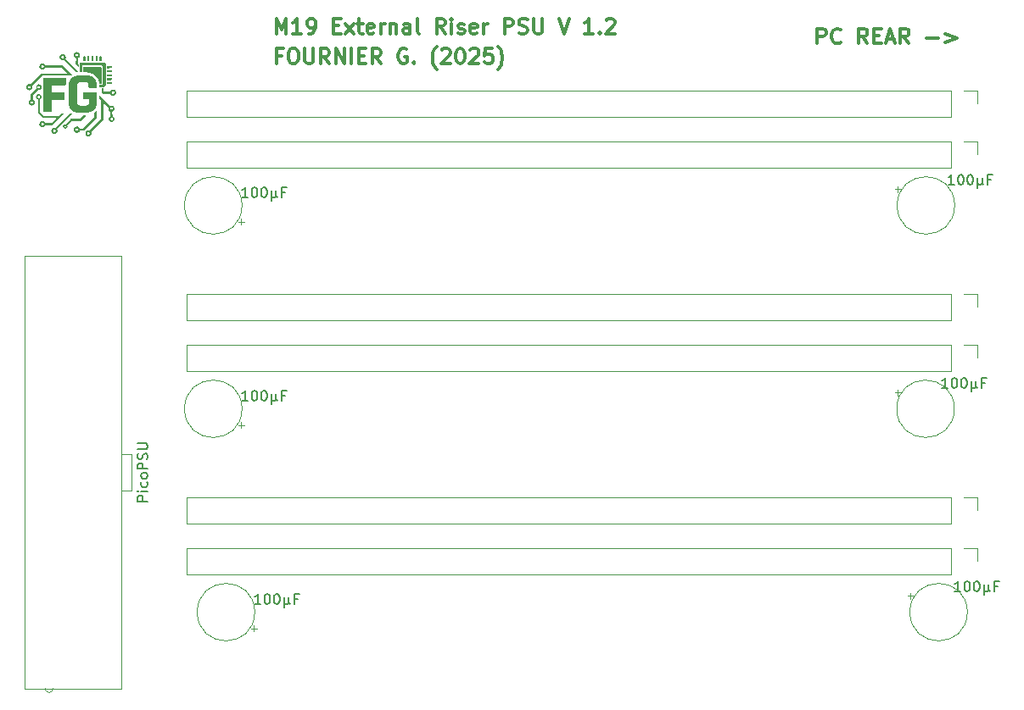
<source format=gbr>
%TF.GenerationSoftware,KiCad,Pcbnew,9.0.3*%
%TF.CreationDate,2025-07-28T21:25:01+02:00*%
%TF.ProjectId,Riser_M19_EXT,52697365-725f-44d3-9139-5f4558542e6b,rev?*%
%TF.SameCoordinates,Original*%
%TF.FileFunction,Legend,Top*%
%TF.FilePolarity,Positive*%
%FSLAX46Y46*%
G04 Gerber Fmt 4.6, Leading zero omitted, Abs format (unit mm)*
G04 Created by KiCad (PCBNEW 9.0.3) date 2025-07-28 21:25:01*
%MOMM*%
%LPD*%
G01*
G04 APERTURE LIST*
%ADD10C,0.000000*%
%ADD11C,0.300000*%
%ADD12C,0.150000*%
%ADD13C,0.120000*%
G04 APERTURE END LIST*
D10*
G36*
X105344823Y-46886472D02*
G01*
X105344822Y-46886472D01*
X105346652Y-46886584D01*
X105348420Y-46886828D01*
X105350124Y-46887198D01*
X105351761Y-46887687D01*
X105353328Y-46888288D01*
X105354824Y-46888997D01*
X105356245Y-46889807D01*
X105357589Y-46890711D01*
X105358854Y-46891704D01*
X105360037Y-46892780D01*
X105361136Y-46893932D01*
X105362149Y-46895153D01*
X105363072Y-46896440D01*
X105363903Y-46897784D01*
X105364640Y-46899179D01*
X105365281Y-46900621D01*
X105365823Y-46902102D01*
X105366263Y-46903616D01*
X105366599Y-46905158D01*
X105366829Y-46906721D01*
X105366949Y-46908298D01*
X105366959Y-46909885D01*
X105366854Y-46911474D01*
X105366633Y-46913060D01*
X105366293Y-46914637D01*
X105365832Y-46916198D01*
X105365247Y-46917737D01*
X105364536Y-46919248D01*
X105363696Y-46920725D01*
X105362725Y-46922161D01*
X105361621Y-46923552D01*
X105360380Y-46924890D01*
X104869842Y-47420190D01*
X104869050Y-47420945D01*
X104868223Y-47421662D01*
X104867363Y-47422338D01*
X104866472Y-47422973D01*
X104865552Y-47423566D01*
X104864605Y-47424114D01*
X104863633Y-47424616D01*
X104862639Y-47425072D01*
X104861625Y-47425479D01*
X104860592Y-47425836D01*
X104859543Y-47426143D01*
X104858480Y-47426396D01*
X104857404Y-47426596D01*
X104856319Y-47426741D01*
X104855226Y-47426828D01*
X104854126Y-47426858D01*
X103996400Y-47441939D01*
X103995303Y-47441995D01*
X103994214Y-47442102D01*
X103993137Y-47442260D01*
X103992072Y-47442468D01*
X103991020Y-47442725D01*
X103989985Y-47443030D01*
X103988966Y-47443384D01*
X103987966Y-47443785D01*
X103986987Y-47444232D01*
X103986030Y-47444725D01*
X103985097Y-47445263D01*
X103984189Y-47445846D01*
X103983308Y-47446472D01*
X103982455Y-47447142D01*
X103981633Y-47447853D01*
X103980842Y-47448607D01*
X103553170Y-47879931D01*
X103556181Y-47885787D01*
X103559022Y-47891743D01*
X103561689Y-47897798D01*
X103564178Y-47903947D01*
X103566487Y-47910187D01*
X103568613Y-47916514D01*
X103570551Y-47922927D01*
X103572299Y-47929421D01*
X103573854Y-47935993D01*
X103575212Y-47942640D01*
X103576370Y-47949359D01*
X103577325Y-47956146D01*
X103578073Y-47962998D01*
X103578612Y-47969911D01*
X103578937Y-47976884D01*
X103579046Y-47983912D01*
X103578758Y-47995331D01*
X103577900Y-48006601D01*
X103576489Y-48017707D01*
X103574537Y-48028635D01*
X103572058Y-48039371D01*
X103569067Y-48049902D01*
X103565578Y-48060214D01*
X103561604Y-48070292D01*
X103557159Y-48080122D01*
X103552257Y-48089692D01*
X103546913Y-48098985D01*
X103541140Y-48107990D01*
X103534952Y-48116691D01*
X103528363Y-48125075D01*
X103521387Y-48133128D01*
X103514038Y-48140836D01*
X103506330Y-48148185D01*
X103498277Y-48155161D01*
X103489893Y-48161750D01*
X103481192Y-48167938D01*
X103472187Y-48173711D01*
X103462893Y-48179055D01*
X103453324Y-48183957D01*
X103443494Y-48188402D01*
X103433416Y-48192376D01*
X103423104Y-48195865D01*
X103412573Y-48198856D01*
X103401837Y-48201335D01*
X103390908Y-48203287D01*
X103379803Y-48204698D01*
X103368533Y-48205556D01*
X103357114Y-48205844D01*
X103345695Y-48205556D01*
X103334425Y-48204698D01*
X103323319Y-48203287D01*
X103312391Y-48201335D01*
X103301654Y-48198856D01*
X103291123Y-48195865D01*
X103280812Y-48192376D01*
X103270734Y-48188402D01*
X103260903Y-48183957D01*
X103251334Y-48179055D01*
X103242040Y-48173711D01*
X103233036Y-48167938D01*
X103224334Y-48161750D01*
X103215950Y-48155161D01*
X103207897Y-48148185D01*
X103200189Y-48140836D01*
X103192841Y-48133128D01*
X103185865Y-48125075D01*
X103179276Y-48116691D01*
X103173088Y-48107990D01*
X103167315Y-48098985D01*
X103161970Y-48089692D01*
X103157069Y-48080122D01*
X103152624Y-48070292D01*
X103148650Y-48060214D01*
X103145160Y-48049902D01*
X103142169Y-48039371D01*
X103139691Y-48028635D01*
X103137739Y-48017707D01*
X103136327Y-48006601D01*
X103135470Y-47995331D01*
X103135201Y-47984705D01*
X103288534Y-47984705D01*
X103288626Y-47988329D01*
X103288898Y-47991906D01*
X103289347Y-47995431D01*
X103289967Y-47998901D01*
X103290755Y-48002309D01*
X103291707Y-48005653D01*
X103292816Y-48008927D01*
X103294080Y-48012127D01*
X103295494Y-48015248D01*
X103297053Y-48018287D01*
X103298752Y-48021239D01*
X103300589Y-48024099D01*
X103302557Y-48026863D01*
X103304653Y-48029526D01*
X103306873Y-48032084D01*
X103309211Y-48034533D01*
X103311663Y-48036867D01*
X103314226Y-48039084D01*
X103316894Y-48041177D01*
X103319663Y-48043143D01*
X103322530Y-48044978D01*
X103325488Y-48046676D01*
X103328534Y-48048233D01*
X103331664Y-48049646D01*
X103334873Y-48050909D01*
X103338156Y-48052018D01*
X103341510Y-48052969D01*
X103344930Y-48053756D01*
X103348410Y-48054377D01*
X103351948Y-48054825D01*
X103355539Y-48055098D01*
X103359177Y-48055190D01*
X103362802Y-48055098D01*
X103366379Y-48054827D01*
X103369904Y-48054381D01*
X103373373Y-48053763D01*
X103376781Y-48052978D01*
X103380125Y-48052032D01*
X103383399Y-48050927D01*
X103386599Y-48049668D01*
X103389721Y-48048261D01*
X103392760Y-48046708D01*
X103395711Y-48045015D01*
X103398571Y-48043185D01*
X103401335Y-48041224D01*
X103403998Y-48039135D01*
X103406557Y-48036923D01*
X103409005Y-48034592D01*
X103411340Y-48032147D01*
X103413556Y-48029592D01*
X103415650Y-48026931D01*
X103417616Y-48024169D01*
X103419450Y-48021310D01*
X103421149Y-48018358D01*
X103422706Y-48015318D01*
X103424119Y-48012194D01*
X103425382Y-48008990D01*
X103426491Y-48005712D01*
X103427441Y-48002362D01*
X103428229Y-47998946D01*
X103428850Y-47995468D01*
X103429298Y-47991932D01*
X103429571Y-47988343D01*
X103429663Y-47984705D01*
X103429571Y-47981066D01*
X103429300Y-47977476D01*
X103428853Y-47973938D01*
X103428236Y-47970457D01*
X103427451Y-47967038D01*
X103426504Y-47963684D01*
X103425399Y-47960400D01*
X103424141Y-47957191D01*
X103422733Y-47954062D01*
X103421180Y-47951015D01*
X103419487Y-47948057D01*
X103417658Y-47945191D01*
X103415696Y-47942421D01*
X103413607Y-47939753D01*
X103411395Y-47937191D01*
X103409065Y-47934738D01*
X103406619Y-47932400D01*
X103404064Y-47930180D01*
X103401403Y-47928084D01*
X103398641Y-47926116D01*
X103395782Y-47924279D01*
X103392830Y-47922580D01*
X103389790Y-47921021D01*
X103386666Y-47919607D01*
X103383462Y-47918343D01*
X103380184Y-47917234D01*
X103376834Y-47916283D01*
X103373418Y-47915494D01*
X103369940Y-47914874D01*
X103366405Y-47914425D01*
X103362816Y-47914153D01*
X103359177Y-47914061D01*
X103355539Y-47914153D01*
X103351948Y-47914427D01*
X103348411Y-47914878D01*
X103344930Y-47915501D01*
X103341510Y-47916292D01*
X103338156Y-47917247D01*
X103334873Y-47918361D01*
X103331664Y-47919629D01*
X103328534Y-47921048D01*
X103325488Y-47922612D01*
X103322530Y-47924316D01*
X103319664Y-47926158D01*
X103316894Y-47928131D01*
X103314226Y-47930232D01*
X103311664Y-47932455D01*
X103309211Y-47934798D01*
X103306873Y-47937254D01*
X103304653Y-47939819D01*
X103302557Y-47942490D01*
X103300589Y-47945261D01*
X103298752Y-47948127D01*
X103297053Y-47951086D01*
X103295494Y-47954131D01*
X103294080Y-47957258D01*
X103292816Y-47960464D01*
X103291707Y-47963743D01*
X103290756Y-47967091D01*
X103289967Y-47970503D01*
X103289347Y-47973975D01*
X103288898Y-47977502D01*
X103288626Y-47981080D01*
X103288534Y-47984705D01*
X103135201Y-47984705D01*
X103135181Y-47983912D01*
X103135470Y-47972493D01*
X103136327Y-47961223D01*
X103137739Y-47950117D01*
X103139691Y-47939189D01*
X103142169Y-47928452D01*
X103145160Y-47917922D01*
X103148650Y-47907610D01*
X103152624Y-47897532D01*
X103157069Y-47887702D01*
X103161970Y-47878132D01*
X103167315Y-47868838D01*
X103173088Y-47859834D01*
X103179276Y-47851133D01*
X103185865Y-47842748D01*
X103192841Y-47834695D01*
X103200189Y-47826988D01*
X103207897Y-47819639D01*
X103215950Y-47812663D01*
X103224334Y-47806074D01*
X103233036Y-47799886D01*
X103242040Y-47794113D01*
X103251334Y-47788768D01*
X103260903Y-47783867D01*
X103270734Y-47779422D01*
X103280812Y-47775448D01*
X103291123Y-47771958D01*
X103301654Y-47768967D01*
X103312391Y-47766489D01*
X103323319Y-47764537D01*
X103334425Y-47763125D01*
X103345695Y-47762268D01*
X103357114Y-47761979D01*
X103360566Y-47762009D01*
X103364014Y-47762096D01*
X103367455Y-47762239D01*
X103370885Y-47762435D01*
X103374300Y-47762684D01*
X103377697Y-47762984D01*
X103381071Y-47763331D01*
X103384419Y-47763725D01*
X103912263Y-47248264D01*
X103913081Y-47247513D01*
X103913927Y-47246806D01*
X103914800Y-47246144D01*
X103915698Y-47245528D01*
X103916619Y-47244957D01*
X103917562Y-47244433D01*
X103918525Y-47243954D01*
X103919506Y-47243521D01*
X103920504Y-47243135D01*
X103921517Y-47242796D01*
X103922543Y-47242504D01*
X103923581Y-47242259D01*
X103924630Y-47242061D01*
X103925687Y-47241911D01*
X103926751Y-47241809D01*
X103927820Y-47241755D01*
X104760146Y-47231754D01*
X104761244Y-47231726D01*
X104762332Y-47231644D01*
X104763409Y-47231507D01*
X104764475Y-47231317D01*
X104765526Y-47231076D01*
X104766562Y-47230783D01*
X104767580Y-47230440D01*
X104768580Y-47230047D01*
X104769559Y-47229607D01*
X104770516Y-47229118D01*
X104771450Y-47228584D01*
X104772358Y-47228003D01*
X104773239Y-47227378D01*
X104774091Y-47226710D01*
X104774913Y-47225998D01*
X104775704Y-47225245D01*
X105120033Y-46887584D01*
X105120856Y-46886803D01*
X105121718Y-46886067D01*
X105122616Y-46885378D01*
X105123547Y-46884736D01*
X105124509Y-46884143D01*
X105125499Y-46883599D01*
X105126515Y-46883105D01*
X105127553Y-46882663D01*
X105128612Y-46882272D01*
X105129689Y-46881935D01*
X105130782Y-46881651D01*
X105131887Y-46881422D01*
X105133002Y-46881250D01*
X105134125Y-46881134D01*
X105135253Y-46881075D01*
X105136384Y-46881075D01*
X105344823Y-46886472D01*
G37*
G36*
X104019892Y-46679052D02*
G01*
X104021577Y-46679246D01*
X104023204Y-46679563D01*
X104024767Y-46679995D01*
X104026266Y-46680538D01*
X104027698Y-46681185D01*
X104029060Y-46681931D01*
X104030350Y-46682769D01*
X104031565Y-46683694D01*
X104032703Y-46684700D01*
X104033762Y-46685781D01*
X104034738Y-46686931D01*
X104035630Y-46688144D01*
X104036435Y-46689414D01*
X104037151Y-46690736D01*
X104037774Y-46692103D01*
X104038303Y-46693510D01*
X104038735Y-46694950D01*
X104039068Y-46696418D01*
X104039299Y-46697908D01*
X104039426Y-46699413D01*
X104039446Y-46700929D01*
X104039357Y-46702449D01*
X104039156Y-46703967D01*
X104038841Y-46705478D01*
X104038409Y-46706974D01*
X104037858Y-46708452D01*
X104037185Y-46709904D01*
X104036389Y-46711325D01*
X104035466Y-46712708D01*
X104034413Y-46714049D01*
X104033230Y-46715340D01*
X102522565Y-48232196D01*
X102530045Y-48242261D01*
X102537121Y-48252624D01*
X102543781Y-48263274D01*
X102550014Y-48274201D01*
X102555810Y-48285394D01*
X102561158Y-48296842D01*
X102566047Y-48308535D01*
X102570468Y-48320462D01*
X102574408Y-48332612D01*
X102577858Y-48344974D01*
X102580806Y-48357539D01*
X102583242Y-48370294D01*
X102585156Y-48383230D01*
X102586536Y-48396336D01*
X102587371Y-48409601D01*
X102587652Y-48423014D01*
X102587246Y-48439093D01*
X102586038Y-48454960D01*
X102584049Y-48470596D01*
X102581299Y-48485982D01*
X102577807Y-48501098D01*
X102573593Y-48515924D01*
X102568677Y-48530441D01*
X102563078Y-48544629D01*
X102556817Y-48558468D01*
X102549912Y-48571939D01*
X102542383Y-48585022D01*
X102534250Y-48597698D01*
X102525533Y-48609947D01*
X102516252Y-48621749D01*
X102506425Y-48633084D01*
X102496074Y-48643934D01*
X102485216Y-48654278D01*
X102473873Y-48664097D01*
X102462064Y-48673372D01*
X102449808Y-48682081D01*
X102437125Y-48690207D01*
X102424036Y-48697729D01*
X102410558Y-48704628D01*
X102396713Y-48710884D01*
X102382520Y-48716478D01*
X102367999Y-48721389D01*
X102353168Y-48725599D01*
X102338049Y-48729087D01*
X102322660Y-48731834D01*
X102307021Y-48733821D01*
X102291153Y-48735027D01*
X102275074Y-48735433D01*
X102258995Y-48735027D01*
X102243128Y-48733822D01*
X102227491Y-48731838D01*
X102212105Y-48729093D01*
X102196990Y-48725608D01*
X102182163Y-48721403D01*
X102167647Y-48716495D01*
X102153459Y-48710907D01*
X102139620Y-48704655D01*
X102126148Y-48697761D01*
X102113065Y-48690244D01*
X102100389Y-48682123D01*
X102088141Y-48673418D01*
X102076339Y-48664148D01*
X102065003Y-48654334D01*
X102054153Y-48643993D01*
X102043809Y-48633147D01*
X102033990Y-48621814D01*
X102024716Y-48610014D01*
X102016006Y-48597767D01*
X102007880Y-48585092D01*
X102000358Y-48572009D01*
X101993459Y-48558537D01*
X101987203Y-48544695D01*
X101981609Y-48530504D01*
X101976698Y-48515983D01*
X101972489Y-48501150D01*
X101969000Y-48486027D01*
X101966253Y-48470632D01*
X101964267Y-48454985D01*
X101963060Y-48439106D01*
X101962686Y-48424283D01*
X102155535Y-48424283D01*
X102155696Y-48430673D01*
X102156176Y-48436977D01*
X102156965Y-48443189D01*
X102158056Y-48449301D01*
X102159442Y-48455304D01*
X102161115Y-48461192D01*
X102163066Y-48466956D01*
X102165288Y-48472588D01*
X102167774Y-48478082D01*
X102170515Y-48483428D01*
X102173503Y-48488621D01*
X102176732Y-48493650D01*
X102180192Y-48498510D01*
X102183877Y-48503193D01*
X102187779Y-48507689D01*
X102191889Y-48511993D01*
X102196200Y-48516096D01*
X102200704Y-48519990D01*
X102205393Y-48523667D01*
X102210260Y-48527121D01*
X102215297Y-48530343D01*
X102220496Y-48533325D01*
X102225849Y-48536059D01*
X102231348Y-48538539D01*
X102236986Y-48540756D01*
X102242755Y-48542703D01*
X102248646Y-48544371D01*
X102254653Y-48545753D01*
X102260768Y-48546842D01*
X102266982Y-48547629D01*
X102273288Y-48548107D01*
X102279678Y-48548268D01*
X102286053Y-48548107D01*
X102292345Y-48547629D01*
X102298547Y-48546842D01*
X102304649Y-48545753D01*
X102310645Y-48544371D01*
X102316527Y-48542703D01*
X102322286Y-48540756D01*
X102327915Y-48538539D01*
X102333406Y-48536059D01*
X102338752Y-48533325D01*
X102343944Y-48530343D01*
X102348975Y-48527121D01*
X102353836Y-48523667D01*
X102358521Y-48519990D01*
X102363020Y-48516096D01*
X102367327Y-48511993D01*
X102371434Y-48507689D01*
X102375332Y-48503193D01*
X102379014Y-48498510D01*
X102382473Y-48493650D01*
X102385699Y-48488621D01*
X102388686Y-48483428D01*
X102391426Y-48478082D01*
X102393911Y-48472588D01*
X102396132Y-48466956D01*
X102398083Y-48461192D01*
X102399755Y-48455304D01*
X102401140Y-48449301D01*
X102402231Y-48443189D01*
X102403021Y-48436977D01*
X102403500Y-48430673D01*
X102403661Y-48424283D01*
X102403500Y-48417894D01*
X102403022Y-48411589D01*
X102402235Y-48405377D01*
X102401147Y-48399266D01*
X102399764Y-48393263D01*
X102398096Y-48387375D01*
X102396150Y-48381611D01*
X102393933Y-48375979D01*
X102391453Y-48370485D01*
X102388718Y-48365139D01*
X102385736Y-48359947D01*
X102382515Y-48354917D01*
X102379061Y-48350057D01*
X102375384Y-48345375D01*
X102371490Y-48340878D01*
X102367387Y-48336574D01*
X102363083Y-48332472D01*
X102358587Y-48328578D01*
X102353904Y-48324900D01*
X102349044Y-48321446D01*
X102344015Y-48318225D01*
X102338822Y-48315243D01*
X102333476Y-48312508D01*
X102327982Y-48310028D01*
X102322350Y-48307811D01*
X102316586Y-48305865D01*
X102310698Y-48304197D01*
X102304695Y-48302814D01*
X102298583Y-48301726D01*
X102292372Y-48300939D01*
X102286067Y-48300461D01*
X102279678Y-48300300D01*
X102273288Y-48300461D01*
X102266982Y-48300939D01*
X102260768Y-48301726D01*
X102254653Y-48302814D01*
X102248646Y-48304197D01*
X102242755Y-48305865D01*
X102236986Y-48307811D01*
X102231348Y-48310028D01*
X102225849Y-48312508D01*
X102220496Y-48315243D01*
X102215297Y-48318225D01*
X102210260Y-48321446D01*
X102205393Y-48324900D01*
X102200704Y-48328578D01*
X102196200Y-48332472D01*
X102191889Y-48336574D01*
X102187779Y-48340878D01*
X102183877Y-48345375D01*
X102180192Y-48350057D01*
X102176732Y-48354917D01*
X102173503Y-48359947D01*
X102170515Y-48365139D01*
X102167774Y-48370485D01*
X102165288Y-48375979D01*
X102163066Y-48381611D01*
X102161115Y-48387375D01*
X102159442Y-48393263D01*
X102158056Y-48399266D01*
X102156965Y-48405377D01*
X102156176Y-48411589D01*
X102155696Y-48417894D01*
X102155535Y-48424283D01*
X101962686Y-48424283D01*
X101962654Y-48423013D01*
X101963060Y-48406920D01*
X101964267Y-48391040D01*
X101966253Y-48375391D01*
X101969000Y-48359993D01*
X101972489Y-48344866D01*
X101976698Y-48330030D01*
X101981609Y-48315503D01*
X101987203Y-48301307D01*
X101993459Y-48287460D01*
X102000358Y-48273981D01*
X102007880Y-48260891D01*
X102016006Y-48248209D01*
X102024716Y-48235955D01*
X102033990Y-48224148D01*
X102043809Y-48212808D01*
X102054153Y-48201954D01*
X102065003Y-48191606D01*
X102076339Y-48181784D01*
X102088141Y-48172507D01*
X102100389Y-48163795D01*
X102113065Y-48155667D01*
X102126148Y-48148144D01*
X102139620Y-48141243D01*
X102153459Y-48134986D01*
X102167647Y-48129392D01*
X102182163Y-48124480D01*
X102196990Y-48120270D01*
X102212105Y-48116781D01*
X102227491Y-48114034D01*
X102243128Y-48112047D01*
X102258995Y-48110841D01*
X102275074Y-48110435D01*
X102284687Y-48110582D01*
X102294233Y-48111022D01*
X102303704Y-48111749D01*
X102313094Y-48112756D01*
X102322395Y-48114039D01*
X102331599Y-48115592D01*
X102340698Y-48117408D01*
X102349686Y-48119484D01*
X103775737Y-46685336D01*
X103776498Y-46684585D01*
X103777290Y-46683878D01*
X103778113Y-46683218D01*
X103778965Y-46682603D01*
X103779843Y-46682035D01*
X103780747Y-46681513D01*
X103781674Y-46681039D01*
X103782623Y-46680614D01*
X103783593Y-46680236D01*
X103784582Y-46679907D01*
X103785588Y-46679628D01*
X103786610Y-46679398D01*
X103787645Y-46679219D01*
X103788693Y-46679090D01*
X103789751Y-46679012D01*
X103790819Y-46678986D01*
X104018148Y-46678986D01*
X104019892Y-46679052D01*
G37*
G36*
X105665063Y-40959040D02*
G01*
X105670274Y-40959435D01*
X105675409Y-40960087D01*
X105680461Y-40960988D01*
X105685424Y-40962133D01*
X105690292Y-40963514D01*
X105695058Y-40965125D01*
X105699716Y-40966960D01*
X105704259Y-40969013D01*
X105708681Y-40971277D01*
X105712976Y-40973745D01*
X105717136Y-40976411D01*
X105721157Y-40979270D01*
X105725030Y-40982313D01*
X105728751Y-40985535D01*
X105732311Y-40988930D01*
X105735706Y-40992491D01*
X105738929Y-40996211D01*
X105741972Y-41000085D01*
X105744830Y-41004105D01*
X105747496Y-41008266D01*
X105749965Y-41012561D01*
X105752228Y-41016983D01*
X105754281Y-41021526D01*
X105756116Y-41026184D01*
X105757728Y-41030950D01*
X105759109Y-41035818D01*
X105760253Y-41040781D01*
X105761154Y-41045833D01*
X105761806Y-41050968D01*
X105762202Y-41056178D01*
X105762335Y-41061459D01*
X105762328Y-41062352D01*
X105762308Y-41063242D01*
X105762236Y-41065011D01*
X105762134Y-41066750D01*
X105762018Y-41068444D01*
X105762018Y-41437061D01*
X105557548Y-41437061D01*
X105557548Y-41068444D01*
X105557431Y-41066750D01*
X105557329Y-41065011D01*
X105557289Y-41064129D01*
X105557258Y-41063242D01*
X105557238Y-41062352D01*
X105557230Y-41061459D01*
X105557364Y-41056178D01*
X105557759Y-41050968D01*
X105558411Y-41045833D01*
X105559312Y-41040781D01*
X105560457Y-41035818D01*
X105561838Y-41030950D01*
X105563449Y-41026184D01*
X105565285Y-41021526D01*
X105567337Y-41016983D01*
X105569601Y-41012561D01*
X105572069Y-41008266D01*
X105574735Y-41004105D01*
X105577594Y-41000085D01*
X105580637Y-40996211D01*
X105583859Y-40992491D01*
X105587254Y-40988930D01*
X105590815Y-40985535D01*
X105594535Y-40982313D01*
X105598409Y-40979270D01*
X105602429Y-40976411D01*
X105606590Y-40973745D01*
X105610885Y-40971277D01*
X105615307Y-40969013D01*
X105619850Y-40966960D01*
X105624508Y-40965125D01*
X105629274Y-40963514D01*
X105634142Y-40962133D01*
X105639105Y-40960988D01*
X105644157Y-40960087D01*
X105649292Y-40959435D01*
X105654502Y-40959040D01*
X105659783Y-40958906D01*
X105665063Y-40959040D01*
G37*
G36*
X107922130Y-42165406D02*
G01*
X107920358Y-42165406D01*
X107920938Y-42165359D01*
X107922129Y-42165248D01*
X107922130Y-42165406D01*
G37*
G36*
X105259933Y-40967454D02*
G01*
X105265145Y-40967851D01*
X105270282Y-40968505D01*
X105275337Y-40969409D01*
X105280304Y-40970556D01*
X105285176Y-40971941D01*
X105289947Y-40973557D01*
X105294610Y-40975397D01*
X105299159Y-40977454D01*
X105303588Y-40979723D01*
X105307889Y-40982196D01*
X105312056Y-40984867D01*
X105316084Y-40987730D01*
X105319965Y-40990778D01*
X105323692Y-40994005D01*
X105327261Y-40997403D01*
X105330663Y-41000968D01*
X105333892Y-41004691D01*
X105336943Y-41008567D01*
X105339808Y-41012589D01*
X105342482Y-41016750D01*
X105344956Y-41021045D01*
X105347226Y-41025466D01*
X105349285Y-41030007D01*
X105351125Y-41034661D01*
X105352741Y-41039422D01*
X105354127Y-41044284D01*
X105355275Y-41049240D01*
X105356179Y-41054283D01*
X105356833Y-41059408D01*
X105357230Y-41064606D01*
X105357363Y-41069873D01*
X105357356Y-41071182D01*
X105357334Y-41072492D01*
X105357296Y-41073802D01*
X105357244Y-41075111D01*
X105357177Y-41076421D01*
X105357096Y-41077731D01*
X105356999Y-41079041D01*
X105356887Y-41080350D01*
X105356887Y-41437061D01*
X105152417Y-41437061D01*
X105152417Y-41061459D01*
X105152935Y-41056566D01*
X105153680Y-41051742D01*
X105154648Y-41046994D01*
X105155833Y-41042327D01*
X105157230Y-41037747D01*
X105158832Y-41033259D01*
X105160634Y-41028869D01*
X105162632Y-41024582D01*
X105164818Y-41020404D01*
X105167189Y-41016341D01*
X105169737Y-41012398D01*
X105172459Y-41008581D01*
X105175347Y-41004896D01*
X105178397Y-41001348D01*
X105181604Y-40997942D01*
X105184961Y-40994685D01*
X105188463Y-40991581D01*
X105192105Y-40988638D01*
X105195880Y-40985859D01*
X105199785Y-40983251D01*
X105203812Y-40980820D01*
X105207957Y-40978570D01*
X105212214Y-40976509D01*
X105216577Y-40974640D01*
X105221041Y-40972970D01*
X105225601Y-40971505D01*
X105230250Y-40970250D01*
X105234984Y-40969210D01*
X105239797Y-40968392D01*
X105244683Y-40967800D01*
X105249636Y-40967441D01*
X105254652Y-40967320D01*
X105259933Y-40967454D01*
G37*
G36*
X106071939Y-40959040D02*
G01*
X106077149Y-40959435D01*
X106082284Y-40960087D01*
X106087336Y-40960988D01*
X106092299Y-40962133D01*
X106097167Y-40963514D01*
X106101933Y-40965125D01*
X106106591Y-40966960D01*
X106111134Y-40969013D01*
X106115557Y-40971277D01*
X106119851Y-40973745D01*
X106124012Y-40976411D01*
X106128032Y-40979270D01*
X106131906Y-40982313D01*
X106135626Y-40985535D01*
X106139187Y-40988930D01*
X106142582Y-40992491D01*
X106145804Y-40996211D01*
X106148848Y-41000085D01*
X106151706Y-41004105D01*
X106154372Y-41008266D01*
X106156840Y-41012561D01*
X106159104Y-41016983D01*
X106161157Y-41021526D01*
X106162992Y-41026184D01*
X106164603Y-41030950D01*
X106165985Y-41035818D01*
X106167129Y-41040781D01*
X106168030Y-41045833D01*
X106168682Y-41050968D01*
X106169078Y-41056178D01*
X106169211Y-41061459D01*
X106169211Y-41437061D01*
X105964741Y-41437061D01*
X105964741Y-41072889D01*
X105964577Y-41071506D01*
X105964441Y-41070098D01*
X105964331Y-41068672D01*
X105964245Y-41067233D01*
X105964181Y-41065787D01*
X105964138Y-41064339D01*
X105964114Y-41062894D01*
X105964106Y-41061459D01*
X105964239Y-41056178D01*
X105964635Y-41050968D01*
X105965287Y-41045833D01*
X105966188Y-41040781D01*
X105967332Y-41035818D01*
X105968713Y-41030950D01*
X105970325Y-41026184D01*
X105972160Y-41021526D01*
X105974213Y-41016983D01*
X105976476Y-41012561D01*
X105978945Y-41008266D01*
X105981611Y-41004105D01*
X105984469Y-41000085D01*
X105987513Y-40996211D01*
X105990735Y-40992491D01*
X105994130Y-40988930D01*
X105997690Y-40985535D01*
X106001411Y-40982313D01*
X106005285Y-40979270D01*
X106009305Y-40976411D01*
X106013466Y-40973745D01*
X106017760Y-40971277D01*
X106022182Y-40969013D01*
X106026725Y-40966960D01*
X106031383Y-40965125D01*
X106036149Y-40963514D01*
X106041017Y-40962133D01*
X106045980Y-40960988D01*
X106051032Y-40960087D01*
X106056167Y-40959435D01*
X106061378Y-40959040D01*
X106066658Y-40958906D01*
X106071939Y-40959040D01*
G37*
G36*
X103118240Y-40764686D02*
G01*
X103134109Y-40765894D01*
X103149748Y-40767882D01*
X103165137Y-40770632D01*
X103180256Y-40774124D01*
X103195086Y-40778338D01*
X103209608Y-40783254D01*
X103223801Y-40788853D01*
X103237646Y-40795115D01*
X103251124Y-40802020D01*
X103264213Y-40809549D01*
X103276896Y-40817681D01*
X103289152Y-40826398D01*
X103300961Y-40835680D01*
X103312304Y-40845506D01*
X103323161Y-40855858D01*
X103333513Y-40866715D01*
X103343340Y-40878058D01*
X103352621Y-40889867D01*
X103361338Y-40902123D01*
X103369471Y-40914806D01*
X103376999Y-40927896D01*
X103383905Y-40941373D01*
X103390166Y-40955218D01*
X103395765Y-40969411D01*
X103400681Y-40983933D01*
X103404895Y-40998763D01*
X103408387Y-41013883D01*
X103411137Y-41029271D01*
X103413126Y-41044910D01*
X103414333Y-41060779D01*
X103414740Y-41076858D01*
X103414616Y-41085727D01*
X103414246Y-41094534D01*
X103413634Y-41103276D01*
X103412783Y-41111949D01*
X103411697Y-41120550D01*
X103410379Y-41129077D01*
X103408832Y-41137526D01*
X103407061Y-41145894D01*
X103405068Y-41154179D01*
X103402857Y-41162376D01*
X103400432Y-41170485D01*
X103397796Y-41178500D01*
X103394953Y-41186419D01*
X103391905Y-41194240D01*
X103388658Y-41201959D01*
X103385213Y-41209573D01*
X104686804Y-42527833D01*
X104687875Y-42528987D01*
X104688828Y-42530186D01*
X104689663Y-42531424D01*
X104690385Y-42532695D01*
X104690995Y-42533994D01*
X104691495Y-42535316D01*
X104691887Y-42536656D01*
X104692174Y-42538007D01*
X104692359Y-42539366D01*
X104692442Y-42540727D01*
X104692427Y-42542084D01*
X104692315Y-42543432D01*
X104692110Y-42544765D01*
X104691813Y-42546080D01*
X104691426Y-42547369D01*
X104690952Y-42548629D01*
X104690392Y-42549853D01*
X104689750Y-42551037D01*
X104689027Y-42552174D01*
X104688226Y-42553261D01*
X104687348Y-42554290D01*
X104686397Y-42555258D01*
X104685374Y-42556159D01*
X104684282Y-42556988D01*
X104683122Y-42557739D01*
X104681897Y-42558407D01*
X104680610Y-42558987D01*
X104679262Y-42559473D01*
X104677856Y-42559860D01*
X104676394Y-42560143D01*
X104674878Y-42560317D01*
X104673310Y-42560376D01*
X104448520Y-42560376D01*
X104447598Y-42560354D01*
X104446677Y-42560287D01*
X104445761Y-42560176D01*
X104444849Y-42560022D01*
X104443945Y-42559823D01*
X104443051Y-42559581D01*
X104442168Y-42559296D01*
X104441297Y-42558967D01*
X104440442Y-42558596D01*
X104439603Y-42558183D01*
X104438783Y-42557727D01*
X104437983Y-42557229D01*
X104437206Y-42556689D01*
X104436453Y-42556107D01*
X104435726Y-42555484D01*
X104435026Y-42554820D01*
X103232813Y-41360861D01*
X103225318Y-41364191D01*
X103217718Y-41367331D01*
X103210018Y-41370278D01*
X103202219Y-41373028D01*
X103194325Y-41375579D01*
X103186339Y-41377926D01*
X103178265Y-41380066D01*
X103170107Y-41381995D01*
X103161866Y-41383711D01*
X103153546Y-41385209D01*
X103145152Y-41386486D01*
X103136685Y-41387539D01*
X103128149Y-41388364D01*
X103119548Y-41388957D01*
X103110884Y-41389316D01*
X103102161Y-41389436D01*
X103086082Y-41389030D01*
X103070214Y-41387822D01*
X103054575Y-41385833D01*
X103039186Y-41383083D01*
X103024067Y-41379591D01*
X103009237Y-41375377D01*
X102994715Y-41370461D01*
X102980522Y-41364862D01*
X102966677Y-41358601D01*
X102953199Y-41351696D01*
X102940110Y-41344167D01*
X102927427Y-41336034D01*
X102915171Y-41327317D01*
X102903362Y-41318036D01*
X102892019Y-41308209D01*
X102881162Y-41297858D01*
X102870810Y-41287000D01*
X102860984Y-41275657D01*
X102851702Y-41263848D01*
X102842985Y-41251592D01*
X102834852Y-41238910D01*
X102827324Y-41225820D01*
X102820419Y-41212342D01*
X102814157Y-41198497D01*
X102808558Y-41184304D01*
X102803642Y-41169783D01*
X102799428Y-41154952D01*
X102795936Y-41139833D01*
X102793186Y-41124444D01*
X102791197Y-41108805D01*
X102789990Y-41092937D01*
X102789583Y-41076858D01*
X102789990Y-41060779D01*
X102790155Y-41058601D01*
X102980241Y-41058601D01*
X102980403Y-41064991D01*
X102980882Y-41071297D01*
X102981671Y-41077511D01*
X102982763Y-41083626D01*
X102984148Y-41089633D01*
X102985821Y-41095524D01*
X102987772Y-41101293D01*
X102989994Y-41106931D01*
X102992480Y-41112430D01*
X102995221Y-41117783D01*
X102998209Y-41122982D01*
X103001438Y-41128019D01*
X103004899Y-41132886D01*
X103008583Y-41137575D01*
X103012485Y-41142079D01*
X103016595Y-41146390D01*
X103020906Y-41150500D01*
X103025410Y-41154402D01*
X103030099Y-41158086D01*
X103034966Y-41161547D01*
X103040003Y-41164776D01*
X103045202Y-41167764D01*
X103050555Y-41170505D01*
X103056054Y-41172991D01*
X103061692Y-41175213D01*
X103067461Y-41177164D01*
X103073352Y-41178837D01*
X103079359Y-41180223D01*
X103085474Y-41181314D01*
X103091688Y-41182103D01*
X103097994Y-41182582D01*
X103104384Y-41182744D01*
X103110759Y-41182582D01*
X103117052Y-41182101D01*
X103123253Y-41181310D01*
X103129355Y-41180216D01*
X103135351Y-41178827D01*
X103141233Y-41177151D01*
X103146992Y-41175195D01*
X103152621Y-41172968D01*
X103158113Y-41170478D01*
X103163458Y-41167732D01*
X103168650Y-41164739D01*
X103173681Y-41161505D01*
X103178542Y-41158040D01*
X103183227Y-41154350D01*
X103187726Y-41150445D01*
X103192033Y-41146331D01*
X103196140Y-41142016D01*
X103200038Y-41137509D01*
X103203721Y-41132817D01*
X103207179Y-41127949D01*
X103210405Y-41122911D01*
X103213392Y-41117713D01*
X103216132Y-41112361D01*
X103218617Y-41106864D01*
X103220838Y-41101229D01*
X103222789Y-41095465D01*
X103224461Y-41089580D01*
X103225846Y-41083580D01*
X103226938Y-41077475D01*
X103227727Y-41071271D01*
X103228206Y-41064977D01*
X103228367Y-41058601D01*
X103228206Y-41052226D01*
X103227728Y-41045934D01*
X103226941Y-41039732D01*
X103225853Y-41033630D01*
X103224471Y-41027634D01*
X103222802Y-41021752D01*
X103220856Y-41015993D01*
X103218639Y-41010364D01*
X103216159Y-41004873D01*
X103213424Y-40999527D01*
X103210442Y-40994335D01*
X103207221Y-40989304D01*
X103203767Y-40984443D01*
X103200090Y-40979758D01*
X103196196Y-40975259D01*
X103192093Y-40970952D01*
X103187789Y-40966845D01*
X103183293Y-40962947D01*
X103178611Y-40959265D01*
X103173751Y-40955806D01*
X103168721Y-40952580D01*
X103163529Y-40949593D01*
X103158182Y-40946853D01*
X103152688Y-40944368D01*
X103147056Y-40942147D01*
X103141292Y-40940196D01*
X103135404Y-40938524D01*
X103129401Y-40937139D01*
X103123290Y-40936048D01*
X103117078Y-40935258D01*
X103110773Y-40934779D01*
X103104384Y-40934618D01*
X103097994Y-40934779D01*
X103091688Y-40935257D01*
X103085474Y-40936044D01*
X103079359Y-40937132D01*
X103073352Y-40938515D01*
X103067461Y-40940183D01*
X103061692Y-40942129D01*
X103056054Y-40944346D01*
X103050555Y-40946826D01*
X103045202Y-40949561D01*
X103040003Y-40952543D01*
X103034966Y-40955764D01*
X103030099Y-40959218D01*
X103025410Y-40962895D01*
X103020906Y-40966789D01*
X103016595Y-40970892D01*
X103012485Y-40975196D01*
X103008583Y-40979692D01*
X103004899Y-40984375D01*
X103001438Y-40989235D01*
X102998209Y-40994264D01*
X102995221Y-40999457D01*
X102992480Y-41004803D01*
X102989994Y-41010297D01*
X102987772Y-41015929D01*
X102985821Y-41021693D01*
X102984148Y-41027581D01*
X102982763Y-41033584D01*
X102981671Y-41039696D01*
X102980882Y-41045907D01*
X102980403Y-41052212D01*
X102980241Y-41058601D01*
X102790155Y-41058601D01*
X102791197Y-41044910D01*
X102793186Y-41029271D01*
X102795936Y-41013883D01*
X102799428Y-40998763D01*
X102803642Y-40983933D01*
X102808558Y-40969411D01*
X102814157Y-40955218D01*
X102820419Y-40941373D01*
X102827324Y-40927896D01*
X102834852Y-40914806D01*
X102842985Y-40902123D01*
X102851702Y-40889867D01*
X102860984Y-40878058D01*
X102870810Y-40866715D01*
X102881162Y-40855858D01*
X102892019Y-40845506D01*
X102903362Y-40835680D01*
X102915171Y-40826398D01*
X102927427Y-40817681D01*
X102940110Y-40809549D01*
X102953199Y-40802020D01*
X102966677Y-40795115D01*
X102980522Y-40788853D01*
X102994715Y-40783254D01*
X103009237Y-40778338D01*
X103024067Y-40774124D01*
X103039186Y-40770632D01*
X103054575Y-40767882D01*
X103070214Y-40765894D01*
X103086082Y-40764686D01*
X103102161Y-40764279D01*
X103118240Y-40764686D01*
G37*
G36*
X101093107Y-41681616D02*
G01*
X101105296Y-41682324D01*
X101117354Y-41683494D01*
X101129274Y-41685116D01*
X101141047Y-41687183D01*
X101152663Y-41689684D01*
X101164115Y-41692612D01*
X101175393Y-41695958D01*
X101186488Y-41699712D01*
X101197393Y-41703867D01*
X101208097Y-41708412D01*
X101218594Y-41713340D01*
X101228873Y-41718642D01*
X101238926Y-41724309D01*
X101248744Y-41730332D01*
X101258320Y-41736702D01*
X101267643Y-41743411D01*
X101276705Y-41750449D01*
X101285498Y-41757809D01*
X101294012Y-41765481D01*
X101302240Y-41773456D01*
X101310172Y-41781726D01*
X101317799Y-41790282D01*
X101325114Y-41799116D01*
X101332106Y-41808217D01*
X101338768Y-41817578D01*
X101345091Y-41827190D01*
X101351066Y-41837044D01*
X101356683Y-41847131D01*
X101361936Y-41857442D01*
X101366814Y-41867970D01*
X101371310Y-41878704D01*
X103115814Y-41889658D01*
X103117385Y-41889697D01*
X103118944Y-41889812D01*
X103120487Y-41890004D01*
X103122012Y-41890270D01*
X103123518Y-41890610D01*
X103125003Y-41891022D01*
X103126463Y-41891506D01*
X103127898Y-41892059D01*
X103129305Y-41892681D01*
X103130682Y-41893371D01*
X103132027Y-41894127D01*
X103133338Y-41894949D01*
X103134612Y-41895834D01*
X103135849Y-41896783D01*
X103137044Y-41897794D01*
X103138197Y-41898865D01*
X104070377Y-42822631D01*
X104070378Y-42822631D01*
X104072196Y-42824563D01*
X104073815Y-42826571D01*
X104075237Y-42828646D01*
X104076467Y-42830780D01*
X104077508Y-42832963D01*
X104078364Y-42835187D01*
X104079039Y-42837442D01*
X104079536Y-42839719D01*
X104079858Y-42842010D01*
X104080011Y-42844305D01*
X104079997Y-42846595D01*
X104079821Y-42848871D01*
X104079485Y-42851124D01*
X104078994Y-42853345D01*
X104078352Y-42855525D01*
X104077561Y-42857656D01*
X104076626Y-42859727D01*
X104075551Y-42861730D01*
X104074339Y-42863656D01*
X104072994Y-42865496D01*
X104071520Y-42867240D01*
X104069921Y-42868880D01*
X104068199Y-42870407D01*
X104066359Y-42871812D01*
X104064405Y-42873085D01*
X104062340Y-42874218D01*
X104060168Y-42875201D01*
X104057893Y-42876026D01*
X104055519Y-42876683D01*
X104053049Y-42877164D01*
X104050486Y-42877459D01*
X104047835Y-42877559D01*
X101066034Y-42875337D01*
X101064459Y-42875375D01*
X101062890Y-42875492D01*
X101061332Y-42875684D01*
X101059786Y-42875952D01*
X101058256Y-42876294D01*
X101056744Y-42876709D01*
X101055255Y-42877198D01*
X101053790Y-42877757D01*
X101052354Y-42878388D01*
X101050948Y-42879088D01*
X101049576Y-42879857D01*
X101048242Y-42880694D01*
X101046947Y-42881598D01*
X101045695Y-42882568D01*
X101044489Y-42883604D01*
X101043333Y-42884703D01*
X100034794Y-43893241D01*
X100040270Y-43902334D01*
X100045441Y-43911627D01*
X100050301Y-43921113D01*
X100054844Y-43930786D01*
X100059061Y-43940637D01*
X100062948Y-43950659D01*
X100066496Y-43960845D01*
X100069699Y-43971188D01*
X100072551Y-43981679D01*
X100075044Y-43992311D01*
X100077173Y-44003078D01*
X100078929Y-44013971D01*
X100080307Y-44024983D01*
X100081299Y-44036106D01*
X100081900Y-44047334D01*
X100082101Y-44058659D01*
X100081695Y-44074752D01*
X100080487Y-44090633D01*
X100078498Y-44106282D01*
X100075748Y-44121680D01*
X100072256Y-44136806D01*
X100068042Y-44151643D01*
X100063126Y-44166169D01*
X100057527Y-44180366D01*
X100051266Y-44194213D01*
X100044361Y-44207691D01*
X100036832Y-44220781D01*
X100028699Y-44233463D01*
X100019982Y-44245717D01*
X100010701Y-44257524D01*
X100000874Y-44268865D01*
X99990523Y-44279718D01*
X99979665Y-44290066D01*
X99968322Y-44299888D01*
X99956513Y-44309165D01*
X99944257Y-44317877D01*
X99931575Y-44326005D01*
X99918485Y-44333529D01*
X99905008Y-44340429D01*
X99891162Y-44346686D01*
X99876969Y-44352280D01*
X99862448Y-44357192D01*
X99847617Y-44361402D01*
X99832498Y-44364891D01*
X99817109Y-44367638D01*
X99801470Y-44369625D01*
X99785602Y-44370831D01*
X99769523Y-44371238D01*
X99753444Y-44370831D01*
X99737575Y-44369623D01*
X99721937Y-44367634D01*
X99706548Y-44364884D01*
X99691428Y-44361393D01*
X99676598Y-44357179D01*
X99662076Y-44352263D01*
X99647883Y-44346664D01*
X99634038Y-44340402D01*
X99620561Y-44333497D01*
X99607471Y-44325968D01*
X99594788Y-44317835D01*
X99582532Y-44309118D01*
X99570723Y-44299837D01*
X99559380Y-44290010D01*
X99548523Y-44279659D01*
X99538171Y-44268802D01*
X99528345Y-44257458D01*
X99519063Y-44245649D01*
X99510346Y-44233393D01*
X99502214Y-44220711D01*
X99494685Y-44207621D01*
X99487780Y-44194144D01*
X99481518Y-44180299D01*
X99475919Y-44166105D01*
X99471003Y-44151584D01*
X99466789Y-44136753D01*
X99463297Y-44121634D01*
X99460547Y-44106245D01*
X99458559Y-44090606D01*
X99457351Y-44074738D01*
X99456944Y-44058659D01*
X99457012Y-44055960D01*
X99652207Y-44055960D01*
X99652368Y-44062336D01*
X99652847Y-44068628D01*
X99653636Y-44074829D01*
X99654728Y-44080932D01*
X99656114Y-44086928D01*
X99657786Y-44092809D01*
X99659737Y-44098569D01*
X99661960Y-44104198D01*
X99664445Y-44109689D01*
X99667186Y-44115035D01*
X99670175Y-44120227D01*
X99673403Y-44125257D01*
X99676864Y-44130119D01*
X99680549Y-44134803D01*
X99684450Y-44139303D01*
X99688560Y-44143610D01*
X99692871Y-44147716D01*
X99697375Y-44151615D01*
X99702065Y-44155297D01*
X99706932Y-44158755D01*
X99711969Y-44161982D01*
X99717167Y-44164969D01*
X99722520Y-44167709D01*
X99728020Y-44170193D01*
X99733657Y-44172415D01*
X99739426Y-44174365D01*
X99745318Y-44176037D01*
X99751325Y-44177423D01*
X99757439Y-44178514D01*
X99763653Y-44179303D01*
X99769959Y-44179782D01*
X99776349Y-44179944D01*
X99782725Y-44179783D01*
X99789017Y-44179305D01*
X99795218Y-44178518D01*
X99801321Y-44177429D01*
X99807317Y-44176047D01*
X99813198Y-44174379D01*
X99818957Y-44172432D01*
X99824587Y-44170215D01*
X99830078Y-44167736D01*
X99835423Y-44165001D01*
X99840615Y-44162019D01*
X99845646Y-44158797D01*
X99850508Y-44155344D01*
X99855192Y-44151666D01*
X99859692Y-44147772D01*
X99863999Y-44143670D01*
X99868105Y-44139366D01*
X99872004Y-44134869D01*
X99875686Y-44130187D01*
X99879144Y-44125327D01*
X99882371Y-44120297D01*
X99885358Y-44115105D01*
X99888098Y-44109758D01*
X99890582Y-44104265D01*
X99892803Y-44098632D01*
X99894754Y-44092868D01*
X99896426Y-44086981D01*
X99897812Y-44080978D01*
X99898903Y-44074866D01*
X99899692Y-44068654D01*
X99900171Y-44062350D01*
X99900333Y-44055960D01*
X99900172Y-44049570D01*
X99899694Y-44043264D01*
X99898907Y-44037050D01*
X99897818Y-44030936D01*
X99896436Y-44024929D01*
X99894768Y-44019037D01*
X99892821Y-44013268D01*
X99890604Y-44007631D01*
X99888125Y-44002131D01*
X99885390Y-43996778D01*
X99882408Y-43991580D01*
X99879186Y-43986543D01*
X99875733Y-43981676D01*
X99872055Y-43976986D01*
X99868161Y-43972482D01*
X99864058Y-43968171D01*
X99859755Y-43964061D01*
X99855258Y-43960160D01*
X99850576Y-43956475D01*
X99845716Y-43953014D01*
X99840686Y-43949786D01*
X99835494Y-43946797D01*
X99830147Y-43944056D01*
X99824654Y-43941571D01*
X99819021Y-43939348D01*
X99813257Y-43937397D01*
X99807370Y-43935725D01*
X99801366Y-43934339D01*
X99795255Y-43933248D01*
X99789043Y-43932458D01*
X99782738Y-43931979D01*
X99776349Y-43931818D01*
X99769959Y-43931979D01*
X99763653Y-43932460D01*
X99757439Y-43933251D01*
X99751325Y-43934345D01*
X99745318Y-43935735D01*
X99739426Y-43937411D01*
X99733657Y-43939366D01*
X99728020Y-43941593D01*
X99722520Y-43944083D01*
X99717167Y-43946829D01*
X99711969Y-43949823D01*
X99706932Y-43953056D01*
X99702065Y-43956522D01*
X99697375Y-43960211D01*
X99692871Y-43964117D01*
X99688560Y-43968231D01*
X99684450Y-43972545D01*
X99680549Y-43977052D01*
X99676864Y-43981744D01*
X99673403Y-43986613D01*
X99670175Y-43991650D01*
X99667186Y-43996849D01*
X99664445Y-44002201D01*
X99661960Y-44007698D01*
X99659737Y-44013332D01*
X99657786Y-44019096D01*
X99656114Y-44024982D01*
X99654728Y-44030982D01*
X99653636Y-44037087D01*
X99652847Y-44043290D01*
X99652368Y-44049584D01*
X99652207Y-44055960D01*
X99457012Y-44055960D01*
X99457351Y-44042580D01*
X99458559Y-44026711D01*
X99460547Y-44011073D01*
X99463297Y-43995684D01*
X99466789Y-43980564D01*
X99471003Y-43965734D01*
X99475919Y-43951212D01*
X99481518Y-43937019D01*
X99487780Y-43923174D01*
X99494685Y-43909697D01*
X99502214Y-43896607D01*
X99510346Y-43883924D01*
X99519063Y-43871669D01*
X99528345Y-43859859D01*
X99538171Y-43848516D01*
X99548523Y-43837659D01*
X99559380Y-43827307D01*
X99570723Y-43817481D01*
X99582533Y-43808199D01*
X99594788Y-43799483D01*
X99607471Y-43791350D01*
X99620561Y-43783821D01*
X99634038Y-43776916D01*
X99647883Y-43770654D01*
X99662076Y-43765055D01*
X99676598Y-43760139D01*
X99691428Y-43755925D01*
X99706548Y-43752434D01*
X99721937Y-43749683D01*
X99737575Y-43747695D01*
X99753444Y-43746487D01*
X99769523Y-43746080D01*
X99776471Y-43746156D01*
X99783384Y-43746383D01*
X99790259Y-43746759D01*
X99797096Y-43747283D01*
X99803891Y-43747953D01*
X99810644Y-43748767D01*
X99817352Y-43749725D01*
X99824014Y-43750823D01*
X99830627Y-43752061D01*
X99837190Y-43753436D01*
X99843701Y-43754948D01*
X99850158Y-43756595D01*
X99856559Y-43758374D01*
X99862902Y-43760285D01*
X99869186Y-43762326D01*
X99875409Y-43764495D01*
X100940621Y-42688488D01*
X100941778Y-42687388D01*
X100942984Y-42686353D01*
X100944237Y-42685383D01*
X100945533Y-42684479D01*
X100946870Y-42683642D01*
X100948245Y-42682873D01*
X100949656Y-42682173D01*
X100951099Y-42681543D01*
X100952572Y-42680983D01*
X100954072Y-42680495D01*
X100955596Y-42680079D01*
X100957141Y-42679737D01*
X100958705Y-42679469D01*
X100960285Y-42679277D01*
X100961878Y-42679161D01*
X100963481Y-42679122D01*
X103552376Y-42679122D01*
X103554998Y-42679023D01*
X103557534Y-42678732D01*
X103559979Y-42678257D01*
X103562331Y-42677609D01*
X103564585Y-42676794D01*
X103566738Y-42675823D01*
X103568787Y-42674704D01*
X103570727Y-42673446D01*
X103572554Y-42672058D01*
X103574267Y-42670548D01*
X103575859Y-42668926D01*
X103577329Y-42667200D01*
X103578672Y-42665380D01*
X103579884Y-42663473D01*
X103580963Y-42661489D01*
X103581904Y-42659437D01*
X103582703Y-42657325D01*
X103583357Y-42655162D01*
X103583863Y-42652958D01*
X103584216Y-42650720D01*
X103584413Y-42648459D01*
X103584451Y-42646182D01*
X103584325Y-42643898D01*
X103584032Y-42641617D01*
X103583568Y-42639347D01*
X103582930Y-42637097D01*
X103582114Y-42634876D01*
X103581117Y-42632692D01*
X103579934Y-42630555D01*
X103578562Y-42628473D01*
X103576997Y-42626456D01*
X103575236Y-42624512D01*
X103060727Y-42097779D01*
X103059570Y-42096650D01*
X103058365Y-42095585D01*
X103057112Y-42094586D01*
X103055816Y-42093654D01*
X103054479Y-42092790D01*
X103053103Y-42091994D01*
X103051693Y-42091269D01*
X103050250Y-42090615D01*
X103048777Y-42090034D01*
X103047277Y-42089527D01*
X103045753Y-42089094D01*
X103044207Y-42088738D01*
X103042643Y-42088458D01*
X103041063Y-42088257D01*
X103039470Y-42088136D01*
X103037867Y-42088095D01*
X101379089Y-42088095D01*
X101370683Y-42111425D01*
X101360522Y-42133853D01*
X101348690Y-42155296D01*
X101335271Y-42175671D01*
X101320348Y-42194894D01*
X101304004Y-42212882D01*
X101286323Y-42229552D01*
X101267388Y-42244821D01*
X101247283Y-42258605D01*
X101226092Y-42270822D01*
X101203897Y-42281388D01*
X101180783Y-42290219D01*
X101156832Y-42297232D01*
X101132128Y-42302345D01*
X101119521Y-42304163D01*
X101106756Y-42305474D01*
X101093845Y-42306268D01*
X101080797Y-42306535D01*
X101064718Y-42306128D01*
X101048850Y-42304921D01*
X101033211Y-42302932D01*
X101017822Y-42300182D01*
X101002703Y-42296690D01*
X100987872Y-42292476D01*
X100973351Y-42287560D01*
X100959158Y-42281961D01*
X100945313Y-42275699D01*
X100931835Y-42268794D01*
X100918745Y-42261266D01*
X100906063Y-42253133D01*
X100893807Y-42244416D01*
X100881998Y-42235134D01*
X100870655Y-42225308D01*
X100859797Y-42214956D01*
X100849446Y-42204099D01*
X100839619Y-42192756D01*
X100830338Y-42180947D01*
X100821621Y-42168691D01*
X100813488Y-42156008D01*
X100805959Y-42142919D01*
X100799054Y-42129441D01*
X100792793Y-42115596D01*
X100787194Y-42101403D01*
X100782278Y-42086881D01*
X100778064Y-42072051D01*
X100774572Y-42056932D01*
X100771822Y-42041543D01*
X100769833Y-42025904D01*
X100768625Y-42010035D01*
X100768219Y-41993956D01*
X100768367Y-41988083D01*
X100961576Y-41988083D01*
X100961737Y-41994458D01*
X100962215Y-42000751D01*
X100963002Y-42006952D01*
X100964091Y-42013055D01*
X100965473Y-42019050D01*
X100967141Y-42024932D01*
X100969088Y-42030691D01*
X100971305Y-42036320D01*
X100973785Y-42041812D01*
X100976519Y-42047157D01*
X100979501Y-42052349D01*
X100982723Y-42057380D01*
X100986177Y-42062241D01*
X100989854Y-42066926D01*
X100993748Y-42071426D01*
X100997851Y-42075733D01*
X101002154Y-42079839D01*
X101006651Y-42083737D01*
X101011333Y-42087420D01*
X101016193Y-42090878D01*
X101021223Y-42094105D01*
X101026415Y-42097092D01*
X101031762Y-42099831D01*
X101037256Y-42102316D01*
X101042888Y-42104537D01*
X101048652Y-42106488D01*
X101054539Y-42108160D01*
X101060543Y-42109545D01*
X101066654Y-42110637D01*
X101072866Y-42111426D01*
X101079171Y-42111905D01*
X101085560Y-42112066D01*
X101091950Y-42111905D01*
X101098254Y-42111427D01*
X101104466Y-42110640D01*
X101110578Y-42109552D01*
X101116581Y-42108170D01*
X101122468Y-42106501D01*
X101128232Y-42104555D01*
X101133865Y-42102338D01*
X101139358Y-42099858D01*
X101144705Y-42097124D01*
X101149897Y-42094141D01*
X101154927Y-42090920D01*
X101159787Y-42087466D01*
X101164469Y-42083789D01*
X101168966Y-42079895D01*
X101173269Y-42075792D01*
X101177372Y-42071489D01*
X101181266Y-42066992D01*
X101184944Y-42062310D01*
X101188397Y-42057450D01*
X101191619Y-42052420D01*
X101194601Y-42047228D01*
X101197336Y-42041881D01*
X101199815Y-42036387D01*
X101202032Y-42030755D01*
X101203979Y-42024991D01*
X101205647Y-42019103D01*
X101207029Y-42013100D01*
X101208118Y-42006989D01*
X101208905Y-42000777D01*
X101209383Y-41994472D01*
X101209544Y-41988083D01*
X101209383Y-41981693D01*
X101208905Y-41975387D01*
X101208118Y-41969173D01*
X101207029Y-41963059D01*
X101205647Y-41957052D01*
X101203979Y-41951160D01*
X101202032Y-41945391D01*
X101199815Y-41939753D01*
X101197336Y-41934254D01*
X101194601Y-41928901D01*
X101191619Y-41923702D01*
X101188397Y-41918666D01*
X101184944Y-41913799D01*
X101181266Y-41909109D01*
X101177372Y-41904605D01*
X101173269Y-41900294D01*
X101168966Y-41896184D01*
X101164469Y-41892283D01*
X101159787Y-41888598D01*
X101154927Y-41885137D01*
X101149897Y-41881909D01*
X101144705Y-41878920D01*
X101139358Y-41876179D01*
X101133865Y-41873694D01*
X101128232Y-41871471D01*
X101122468Y-41869520D01*
X101116581Y-41867848D01*
X101110578Y-41866462D01*
X101104466Y-41865370D01*
X101098254Y-41864581D01*
X101091950Y-41864102D01*
X101085560Y-41863940D01*
X101079171Y-41864102D01*
X101072866Y-41864583D01*
X101066654Y-41865374D01*
X101060543Y-41866468D01*
X101054539Y-41867857D01*
X101048652Y-41869534D01*
X101042888Y-41871489D01*
X101037256Y-41873716D01*
X101031762Y-41876206D01*
X101026415Y-41878952D01*
X101021223Y-41881946D01*
X101016193Y-41885179D01*
X101011333Y-41888644D01*
X101006651Y-41892334D01*
X101002154Y-41896240D01*
X100997851Y-41900354D01*
X100993748Y-41904668D01*
X100989854Y-41909175D01*
X100986177Y-41913867D01*
X100982723Y-41918735D01*
X100979501Y-41923773D01*
X100976519Y-41928972D01*
X100973785Y-41934323D01*
X100971305Y-41939820D01*
X100969088Y-41945455D01*
X100967141Y-41951219D01*
X100965473Y-41957105D01*
X100964091Y-41963104D01*
X100963002Y-41969210D01*
X100962215Y-41975413D01*
X100961737Y-41981707D01*
X100961576Y-41988083D01*
X100768367Y-41988083D01*
X100768625Y-41977877D01*
X100769833Y-41962009D01*
X100771822Y-41946370D01*
X100774572Y-41930981D01*
X100778064Y-41915862D01*
X100782278Y-41901032D01*
X100787194Y-41886510D01*
X100792793Y-41872317D01*
X100799054Y-41858472D01*
X100805959Y-41844994D01*
X100813488Y-41831905D01*
X100821621Y-41819222D01*
X100830338Y-41806966D01*
X100839619Y-41795157D01*
X100849446Y-41783814D01*
X100859797Y-41772957D01*
X100870655Y-41762605D01*
X100881998Y-41752778D01*
X100893807Y-41743497D01*
X100906063Y-41734780D01*
X100918745Y-41726647D01*
X100931835Y-41719119D01*
X100945313Y-41712213D01*
X100959158Y-41705952D01*
X100973351Y-41700353D01*
X100987872Y-41695437D01*
X101002703Y-41691223D01*
X101017822Y-41687731D01*
X101033211Y-41684981D01*
X101048850Y-41682992D01*
X101064718Y-41681785D01*
X101080797Y-41681378D01*
X101093107Y-41681616D01*
G37*
G36*
X107913497Y-41960467D02*
G01*
X107914390Y-41960487D01*
X107916176Y-41960559D01*
X107917962Y-41960661D01*
X107919747Y-41960778D01*
X107903873Y-41960778D01*
X107906019Y-41960661D01*
X107908179Y-41960559D01*
X107910369Y-41960487D01*
X107911480Y-41960467D01*
X107912603Y-41960460D01*
X107913497Y-41960467D01*
G37*
G36*
X107249549Y-41585496D02*
G01*
X107264920Y-41587355D01*
X107279151Y-41590355D01*
X107292286Y-41594414D01*
X107304368Y-41599450D01*
X107315438Y-41605383D01*
X107325542Y-41612129D01*
X107334721Y-41619609D01*
X107343019Y-41627740D01*
X107350480Y-41636442D01*
X107357145Y-41645632D01*
X107363058Y-41655229D01*
X107368263Y-41665152D01*
X107372803Y-41675320D01*
X107376719Y-41685650D01*
X107380057Y-41696062D01*
X107382858Y-41706474D01*
X107385166Y-41716804D01*
X107388475Y-41736895D01*
X107390329Y-41755682D01*
X107391073Y-41772515D01*
X107391051Y-41786741D01*
X107390608Y-41797710D01*
X107389840Y-41807266D01*
X107389840Y-43860380D01*
X107389762Y-43872990D01*
X107388907Y-43884990D01*
X107387327Y-43896396D01*
X107385072Y-43907221D01*
X107382193Y-43917478D01*
X107378743Y-43927180D01*
X107374771Y-43936343D01*
X107370328Y-43944979D01*
X107365467Y-43953102D01*
X107360238Y-43960725D01*
X107354692Y-43967863D01*
X107348881Y-43974529D01*
X107342854Y-43980737D01*
X107336664Y-43986500D01*
X107330362Y-43991832D01*
X107323998Y-43996746D01*
X107317625Y-44001257D01*
X107311292Y-44005378D01*
X107298953Y-44012504D01*
X107287390Y-44018234D01*
X107277014Y-44022677D01*
X107268231Y-44025943D01*
X107261452Y-44028140D01*
X107255538Y-44029766D01*
X106773890Y-44036592D01*
X106775636Y-43853554D01*
X107018682Y-43846728D01*
X107025990Y-43845485D01*
X107032861Y-43843689D01*
X107039309Y-43841379D01*
X107045347Y-43838592D01*
X107050988Y-43835369D01*
X107056246Y-43831747D01*
X107061135Y-43827767D01*
X107065667Y-43823466D01*
X107069857Y-43818884D01*
X107073717Y-43814059D01*
X107077262Y-43809030D01*
X107080504Y-43803837D01*
X107083456Y-43798518D01*
X107086134Y-43793113D01*
X107088549Y-43787659D01*
X107090715Y-43782196D01*
X107094355Y-43771398D01*
X107097161Y-43761031D01*
X107099241Y-43751404D01*
X107100701Y-43742831D01*
X107102195Y-43730086D01*
X107102502Y-43725284D01*
X107095676Y-42036501D01*
X107095349Y-42025439D01*
X107094394Y-42015008D01*
X107092855Y-42005192D01*
X107090772Y-41995972D01*
X107088187Y-41987329D01*
X107085143Y-41979245D01*
X107081680Y-41971701D01*
X107077842Y-41964679D01*
X107073669Y-41958161D01*
X107069203Y-41952128D01*
X107064486Y-41946561D01*
X107059561Y-41941442D01*
X107054468Y-41936753D01*
X107049250Y-41932475D01*
X107043949Y-41928590D01*
X107038605Y-41925079D01*
X107033262Y-41921924D01*
X107027960Y-41919106D01*
X107017650Y-41914408D01*
X107008008Y-41910838D01*
X106999369Y-41908249D01*
X106992068Y-41906492D01*
X106986439Y-41905419D01*
X106981535Y-41904739D01*
X105124477Y-41904739D01*
X105113954Y-41904875D01*
X105104156Y-41905585D01*
X105095057Y-41906831D01*
X105086632Y-41908576D01*
X105078855Y-41910781D01*
X105071701Y-41913408D01*
X105065143Y-41916420D01*
X105059156Y-41919778D01*
X105053715Y-41923445D01*
X105048794Y-41927382D01*
X105044368Y-41931552D01*
X105040410Y-41935917D01*
X105036895Y-41940439D01*
X105033797Y-41945080D01*
X105031091Y-41949802D01*
X105028751Y-41954567D01*
X105026751Y-41959336D01*
X105025067Y-41964074D01*
X105023671Y-41968740D01*
X105022539Y-41973297D01*
X105020963Y-41981935D01*
X105020134Y-41989683D01*
X105019846Y-41996237D01*
X105019894Y-42001294D01*
X105020178Y-42005704D01*
X105020178Y-42572124D01*
X104819995Y-42572124D01*
X104819836Y-42572124D01*
X104812057Y-41707413D01*
X104812531Y-41698192D01*
X104813742Y-41689424D01*
X104815640Y-41681098D01*
X104818176Y-41673204D01*
X104821302Y-41665731D01*
X104824966Y-41658669D01*
X104829121Y-41652008D01*
X104833717Y-41645736D01*
X104838704Y-41639843D01*
X104844034Y-41634319D01*
X104849656Y-41629154D01*
X104855523Y-41624336D01*
X104861583Y-41619855D01*
X104867789Y-41615702D01*
X104874091Y-41611864D01*
X104880439Y-41608333D01*
X104893078Y-41602145D01*
X104905311Y-41597055D01*
X104916744Y-41592978D01*
X104926983Y-41589831D01*
X104942299Y-41585989D01*
X104948106Y-41584858D01*
X107232995Y-41584858D01*
X107249549Y-41585496D01*
G37*
G36*
X105690849Y-48569015D02*
G01*
X105695822Y-48569641D01*
X105700733Y-48570460D01*
X105705576Y-48571470D01*
X105715046Y-48574042D01*
X105724200Y-48577326D01*
X105733006Y-48581290D01*
X105741432Y-48585902D01*
X105749447Y-48591131D01*
X105757017Y-48596944D01*
X105764110Y-48603309D01*
X105770696Y-48610195D01*
X105776741Y-48617570D01*
X105782213Y-48625402D01*
X105787081Y-48633659D01*
X105791312Y-48642310D01*
X105794874Y-48651321D01*
X105797736Y-48660662D01*
X105797409Y-48660538D01*
X105797082Y-48660402D01*
X105796755Y-48660257D01*
X105796429Y-48660102D01*
X105796104Y-48659937D01*
X105795780Y-48659764D01*
X105795458Y-48659582D01*
X105795137Y-48659392D01*
X105794818Y-48659195D01*
X105794501Y-48658991D01*
X105793874Y-48658564D01*
X105793259Y-48658114D01*
X105792656Y-48657646D01*
X105685817Y-48568588D01*
X105690849Y-48569015D01*
G37*
G36*
X106818986Y-42031909D02*
G01*
X106829340Y-42032788D01*
X106841595Y-42034544D01*
X106855278Y-42037457D01*
X106862506Y-42039434D01*
X106869915Y-42041806D01*
X106877444Y-42044607D01*
X106885034Y-42047872D01*
X106892627Y-42051636D01*
X106900163Y-42055934D01*
X106907583Y-42060801D01*
X106914828Y-42066272D01*
X106921839Y-42072381D01*
X106928557Y-42079165D01*
X106934923Y-42086658D01*
X106940877Y-42094894D01*
X106946361Y-42103909D01*
X106951315Y-42113738D01*
X106955681Y-42124416D01*
X106959399Y-42135977D01*
X106962410Y-42148457D01*
X106964655Y-42161891D01*
X106966075Y-42176313D01*
X106966612Y-42191759D01*
X106965818Y-43691470D01*
X106738171Y-43691470D01*
X106734114Y-43639638D01*
X106725745Y-43580379D01*
X106710216Y-43503808D01*
X106685327Y-43413611D01*
X106648879Y-43313476D01*
X106625634Y-43260835D01*
X106598673Y-43207091D01*
X106567724Y-43152707D01*
X106532510Y-43098142D01*
X106492757Y-43043858D01*
X106448189Y-42990317D01*
X106398533Y-42937978D01*
X106343513Y-42887302D01*
X106282853Y-42838751D01*
X106216280Y-42792786D01*
X106143518Y-42749867D01*
X106064292Y-42710455D01*
X105978327Y-42675011D01*
X105885349Y-42643996D01*
X105785083Y-42617871D01*
X105677253Y-42597097D01*
X105561584Y-42582135D01*
X105437803Y-42573445D01*
X105305633Y-42571489D01*
X105164800Y-42576728D01*
X105164800Y-42576569D01*
X105164800Y-42118893D01*
X105164157Y-42115255D01*
X105163710Y-42111087D01*
X105163497Y-42105689D01*
X105163756Y-42099313D01*
X105164137Y-42095838D01*
X105164724Y-42092212D01*
X105165549Y-42088469D01*
X105166640Y-42084638D01*
X105168027Y-42080753D01*
X105169741Y-42076844D01*
X105171810Y-42072942D01*
X105174265Y-42069081D01*
X105177135Y-42065290D01*
X105180450Y-42061602D01*
X105184240Y-42058047D01*
X105188534Y-42054659D01*
X105193362Y-42051467D01*
X105198755Y-42048504D01*
X105204741Y-42045802D01*
X105211350Y-42043391D01*
X105218613Y-42041303D01*
X105226559Y-42039571D01*
X105235217Y-42038224D01*
X105244617Y-42037296D01*
X105254790Y-42036817D01*
X105265764Y-42036819D01*
X106804052Y-42031739D01*
X106811004Y-42031628D01*
X106818986Y-42031909D01*
G37*
G36*
X105584180Y-42865207D02*
G01*
X105672715Y-42874257D01*
X105755554Y-42888358D01*
X105832883Y-42907192D01*
X105904889Y-42930444D01*
X105971759Y-42957795D01*
X106033680Y-42988930D01*
X106090838Y-43023532D01*
X106143421Y-43061284D01*
X106191615Y-43101868D01*
X106235607Y-43144969D01*
X106275585Y-43190269D01*
X106311734Y-43237451D01*
X106344242Y-43286200D01*
X106373295Y-43336197D01*
X106399081Y-43387127D01*
X106421786Y-43438671D01*
X106441597Y-43490515D01*
X106473286Y-43593829D01*
X106495640Y-43694536D01*
X106510156Y-43790101D01*
X106518329Y-43877989D01*
X106521652Y-43955666D01*
X106519731Y-44070248D01*
X106519543Y-44072509D01*
X106519247Y-44074737D01*
X106518847Y-44076929D01*
X106518346Y-44079083D01*
X106517745Y-44081197D01*
X106517047Y-44083266D01*
X106516256Y-44085290D01*
X106515373Y-44087266D01*
X106514402Y-44089191D01*
X106513345Y-44091062D01*
X106512204Y-44092877D01*
X106510983Y-44094634D01*
X106509684Y-44096330D01*
X106508309Y-44097962D01*
X106506862Y-44099528D01*
X106505344Y-44101025D01*
X106503760Y-44102451D01*
X106502110Y-44103804D01*
X106500398Y-44105080D01*
X106498627Y-44106278D01*
X106496799Y-44107394D01*
X106494917Y-44108427D01*
X106492983Y-44109373D01*
X106491000Y-44110230D01*
X106488971Y-44110996D01*
X106486898Y-44111668D01*
X106484784Y-44112244D01*
X106482632Y-44112720D01*
X106480444Y-44113095D01*
X106478224Y-44113366D01*
X106475972Y-44113531D01*
X106473693Y-44113586D01*
X105737094Y-44113586D01*
X105737412Y-44113427D01*
X105735060Y-44113368D01*
X105732739Y-44113193D01*
X105730452Y-44112904D01*
X105728201Y-44112505D01*
X105725989Y-44111998D01*
X105723820Y-44111385D01*
X105721696Y-44110671D01*
X105719620Y-44109858D01*
X105717595Y-44108948D01*
X105715623Y-44107944D01*
X105713709Y-44106849D01*
X105711854Y-44105667D01*
X105710061Y-44104399D01*
X105708334Y-44103048D01*
X105706675Y-44101619D01*
X105705087Y-44100112D01*
X105703573Y-44098531D01*
X105702135Y-44096880D01*
X105700778Y-44095160D01*
X105699503Y-44093374D01*
X105698313Y-44091526D01*
X105697212Y-44089618D01*
X105696202Y-44087653D01*
X105695286Y-44085634D01*
X105694467Y-44083563D01*
X105693748Y-44081444D01*
X105693132Y-44079279D01*
X105692621Y-44077071D01*
X105692219Y-44074823D01*
X105691928Y-44072537D01*
X105691752Y-44070218D01*
X105691692Y-44067866D01*
X105691216Y-43906417D01*
X105691163Y-43871233D01*
X105689156Y-43838459D01*
X105685323Y-43808011D01*
X105679792Y-43779804D01*
X105672692Y-43753754D01*
X105664150Y-43729775D01*
X105654295Y-43707783D01*
X105643256Y-43687692D01*
X105631160Y-43669418D01*
X105618136Y-43652876D01*
X105604312Y-43637982D01*
X105589816Y-43624649D01*
X105574777Y-43612794D01*
X105559323Y-43602332D01*
X105543583Y-43593178D01*
X105527683Y-43585246D01*
X105511754Y-43578453D01*
X105495923Y-43572712D01*
X105480317Y-43567940D01*
X105465067Y-43564052D01*
X105436143Y-43558586D01*
X105410176Y-43555637D01*
X105388194Y-43554524D01*
X105371222Y-43554570D01*
X105356412Y-43555421D01*
X104897783Y-43555421D01*
X104862108Y-43558998D01*
X104828816Y-43564550D01*
X104797827Y-43571937D01*
X104769057Y-43581025D01*
X104742425Y-43591676D01*
X104717848Y-43603753D01*
X104695245Y-43617120D01*
X104674533Y-43631638D01*
X104655631Y-43647173D01*
X104638456Y-43663586D01*
X104622927Y-43680740D01*
X104608961Y-43698500D01*
X104596476Y-43716727D01*
X104585390Y-43735286D01*
X104575621Y-43754039D01*
X104567087Y-43772849D01*
X104559706Y-43791580D01*
X104553396Y-43810094D01*
X104543660Y-43845926D01*
X104537224Y-43879249D01*
X104533429Y-43908970D01*
X104531621Y-43933992D01*
X104531142Y-43953220D01*
X104531547Y-43969917D01*
X104528054Y-45533763D01*
X104530808Y-45564019D01*
X104535157Y-45592579D01*
X104540990Y-45619492D01*
X104548197Y-45644805D01*
X104556668Y-45668567D01*
X104566292Y-45690826D01*
X104576960Y-45711630D01*
X104588560Y-45731028D01*
X104600983Y-45749067D01*
X104614118Y-45765796D01*
X104627855Y-45781264D01*
X104642084Y-45795518D01*
X104656693Y-45808606D01*
X104671574Y-45820578D01*
X104686615Y-45831480D01*
X104701707Y-45841362D01*
X104716739Y-45850271D01*
X104731600Y-45858256D01*
X104760370Y-45871645D01*
X104787136Y-45881917D01*
X104811014Y-45889455D01*
X104831122Y-45894647D01*
X104846577Y-45897878D01*
X104860000Y-45900000D01*
X105414990Y-45900000D01*
X105448440Y-45896664D01*
X105479463Y-45891245D01*
X105508150Y-45883887D01*
X105534590Y-45874734D01*
X105558873Y-45863929D01*
X105581088Y-45851616D01*
X105601324Y-45837938D01*
X105619671Y-45823038D01*
X105636219Y-45807061D01*
X105651056Y-45790149D01*
X105664272Y-45772447D01*
X105675958Y-45754097D01*
X105686201Y-45735244D01*
X105695092Y-45716030D01*
X105702719Y-45696599D01*
X105709174Y-45677095D01*
X105714544Y-45657661D01*
X105718919Y-45638441D01*
X105725044Y-45601217D01*
X105728263Y-45566569D01*
X105729293Y-45535646D01*
X105728848Y-45509597D01*
X105727644Y-45489569D01*
X105725822Y-45472169D01*
X105725822Y-45293734D01*
X105725761Y-45291278D01*
X105725579Y-45288854D01*
X105725279Y-45286465D01*
X105724864Y-45284114D01*
X105724337Y-45281804D01*
X105723700Y-45279538D01*
X105722958Y-45277319D01*
X105722112Y-45275150D01*
X105721165Y-45273034D01*
X105720121Y-45270974D01*
X105718983Y-45268973D01*
X105717752Y-45267034D01*
X105716433Y-45265160D01*
X105715028Y-45263354D01*
X105713540Y-45261620D01*
X105711972Y-45259960D01*
X105710326Y-45258376D01*
X105708607Y-45256874D01*
X105706815Y-45255454D01*
X105704956Y-45254121D01*
X105703031Y-45252877D01*
X105701043Y-45251725D01*
X105698995Y-45250668D01*
X105696891Y-45249710D01*
X105694732Y-45248854D01*
X105692523Y-45248101D01*
X105690265Y-45247457D01*
X105687962Y-45246922D01*
X105685617Y-45246501D01*
X105683232Y-45246197D01*
X105680811Y-45246012D01*
X105678357Y-45245950D01*
X105199090Y-45243093D01*
X105196797Y-45243020D01*
X105194534Y-45242834D01*
X105192304Y-45242537D01*
X105190109Y-45242132D01*
X105187952Y-45241622D01*
X105185836Y-45241010D01*
X105183765Y-45240298D01*
X105181739Y-45239488D01*
X105179764Y-45238585D01*
X105177841Y-45237590D01*
X105175973Y-45236507D01*
X105174163Y-45235338D01*
X105172413Y-45234085D01*
X105170728Y-45232752D01*
X105169109Y-45231342D01*
X105167559Y-45229857D01*
X105166081Y-45228299D01*
X105164678Y-45226673D01*
X105163353Y-45224979D01*
X105162108Y-45223222D01*
X105160947Y-45221404D01*
X105159872Y-45219528D01*
X105158886Y-45217596D01*
X105157992Y-45215611D01*
X105157192Y-45213577D01*
X105156490Y-45211495D01*
X105155888Y-45209369D01*
X105155389Y-45207200D01*
X105154996Y-45204993D01*
X105154712Y-45202750D01*
X105154540Y-45200474D01*
X105154482Y-45198166D01*
X105154482Y-44596186D01*
X105154544Y-44593730D01*
X105154729Y-44591307D01*
X105155033Y-44588918D01*
X105155454Y-44586567D01*
X105155989Y-44584257D01*
X105156634Y-44581991D01*
X105157387Y-44579772D01*
X105158244Y-44577603D01*
X105159204Y-44575486D01*
X105160261Y-44573426D01*
X105161415Y-44571425D01*
X105162661Y-44569486D01*
X105163996Y-44567613D01*
X105165418Y-44565807D01*
X105166924Y-44564072D01*
X105168511Y-44562412D01*
X105170175Y-44560829D01*
X105171914Y-44559326D01*
X105173725Y-44557906D01*
X105175604Y-44556573D01*
X105177549Y-44555329D01*
X105179557Y-44554177D01*
X105181624Y-44553121D01*
X105183748Y-44552163D01*
X105185926Y-44551306D01*
X105188155Y-44550554D01*
X105190431Y-44549909D01*
X105192752Y-44549375D01*
X105195115Y-44548954D01*
X105197516Y-44548649D01*
X105199954Y-44548465D01*
X105202424Y-44548402D01*
X106476869Y-44551577D01*
X106479206Y-44551651D01*
X106481511Y-44551840D01*
X106483781Y-44552141D01*
X106486014Y-44552552D01*
X106488208Y-44553069D01*
X106490358Y-44553691D01*
X106492463Y-44554413D01*
X106494520Y-44555234D01*
X106496525Y-44556150D01*
X106498477Y-44557158D01*
X106500372Y-44558256D01*
X106502207Y-44559441D01*
X106503980Y-44560710D01*
X106505688Y-44562060D01*
X106507328Y-44563488D01*
X106508897Y-44564992D01*
X106510392Y-44566568D01*
X106511812Y-44568214D01*
X106513152Y-44569926D01*
X106514411Y-44571703D01*
X106515585Y-44573541D01*
X106516671Y-44575437D01*
X106517667Y-44577389D01*
X106518570Y-44579393D01*
X106519378Y-44581447D01*
X106520087Y-44583548D01*
X106520694Y-44585693D01*
X106521197Y-44587880D01*
X106521593Y-44590104D01*
X106521880Y-44592364D01*
X106522054Y-44594657D01*
X106522112Y-44596980D01*
X106522112Y-45509951D01*
X106516456Y-45616366D01*
X106505131Y-45715685D01*
X106488520Y-45808153D01*
X106467007Y-45894013D01*
X106440976Y-45973508D01*
X106410810Y-46046884D01*
X106376893Y-46114383D01*
X106339607Y-46176250D01*
X106299338Y-46232727D01*
X106256467Y-46284059D01*
X106211380Y-46330490D01*
X106164459Y-46372263D01*
X106116088Y-46409622D01*
X106066651Y-46442811D01*
X106016530Y-46472074D01*
X105966111Y-46497654D01*
X105915775Y-46519795D01*
X105865907Y-46538741D01*
X105816891Y-46554736D01*
X105769109Y-46568023D01*
X105678784Y-46587450D01*
X105598002Y-46598971D01*
X105529829Y-46604538D01*
X105477336Y-46606099D01*
X105431659Y-46605009D01*
X104767766Y-46605009D01*
X104661201Y-46599748D01*
X104561870Y-46588721D01*
X104469521Y-46572316D01*
X104383901Y-46550923D01*
X104304758Y-46524930D01*
X104231839Y-46494727D01*
X104164891Y-46460703D01*
X104103663Y-46423247D01*
X104047901Y-46382749D01*
X103997353Y-46339596D01*
X103951766Y-46294179D01*
X103910887Y-46246886D01*
X103874465Y-46198107D01*
X103842247Y-46148231D01*
X103813979Y-46097647D01*
X103789410Y-46046744D01*
X103768287Y-45995912D01*
X103750356Y-45945538D01*
X103735367Y-45896013D01*
X103723066Y-45847726D01*
X103705517Y-45756421D01*
X103695690Y-45674736D01*
X103691564Y-45605784D01*
X103691119Y-45552679D01*
X103693187Y-45506459D01*
X103693187Y-43846728D01*
X103704408Y-43753562D01*
X103720519Y-43666453D01*
X103741174Y-43585197D01*
X103766031Y-43509592D01*
X103794744Y-43439434D01*
X103826972Y-43374520D01*
X103862368Y-43314647D01*
X103900589Y-43259611D01*
X103941292Y-43209209D01*
X103984132Y-43163238D01*
X104028765Y-43121494D01*
X104074848Y-43083775D01*
X104122036Y-43049877D01*
X104169985Y-43019597D01*
X104218351Y-42992732D01*
X104266791Y-42969078D01*
X104314960Y-42948433D01*
X104362514Y-42930592D01*
X104454403Y-42902512D01*
X104539705Y-42883214D01*
X104615669Y-42871070D01*
X104679542Y-42864455D01*
X104728573Y-42861743D01*
X104771100Y-42861525D01*
X105489761Y-42861525D01*
X105584180Y-42865207D01*
G37*
G36*
X100732195Y-44755453D02*
G01*
X100746152Y-44756514D01*
X100759906Y-44758261D01*
X100773442Y-44760678D01*
X100786740Y-44763747D01*
X100799784Y-44767450D01*
X100812557Y-44771771D01*
X100825041Y-44776692D01*
X100837220Y-44782197D01*
X100849075Y-44788266D01*
X100860589Y-44794885D01*
X100871745Y-44802034D01*
X100882526Y-44809698D01*
X100892914Y-44817859D01*
X100902892Y-44826499D01*
X100912443Y-44835601D01*
X100921550Y-44845149D01*
X100930194Y-44855124D01*
X100938359Y-44865510D01*
X100946028Y-44876289D01*
X100953182Y-44887445D01*
X100959806Y-44898959D01*
X100965880Y-44910815D01*
X100971389Y-44922996D01*
X100976315Y-44935483D01*
X100980640Y-44948261D01*
X100984347Y-44961311D01*
X100987419Y-44974617D01*
X100989839Y-44988161D01*
X100991588Y-45001926D01*
X100992651Y-45015895D01*
X100993009Y-45030050D01*
X100992795Y-45040968D01*
X100992160Y-45051780D01*
X100991111Y-45062476D01*
X100989656Y-45073051D01*
X100987803Y-45083494D01*
X100985560Y-45093799D01*
X100982936Y-45103957D01*
X100979937Y-45113960D01*
X100976572Y-45123800D01*
X100972849Y-45133470D01*
X100968776Y-45142960D01*
X100964361Y-45152264D01*
X100959612Y-45161373D01*
X100954537Y-45170280D01*
X100949143Y-45178975D01*
X100943439Y-45187451D01*
X100937433Y-45195700D01*
X100931132Y-45203715D01*
X100924545Y-45211486D01*
X100917680Y-45219006D01*
X100910544Y-45226268D01*
X100903146Y-45233262D01*
X100895493Y-45239981D01*
X100887594Y-45246417D01*
X100879456Y-45252562D01*
X100871087Y-45258407D01*
X100862496Y-45263946D01*
X100853690Y-45269169D01*
X100844678Y-45274069D01*
X100835466Y-45278638D01*
X100826064Y-45282867D01*
X100816479Y-45286749D01*
X100814891Y-46502615D01*
X100814923Y-46503861D01*
X100815017Y-46505098D01*
X100815172Y-46506324D01*
X100815388Y-46507536D01*
X100815663Y-46508734D01*
X100815997Y-46509915D01*
X100816388Y-46511078D01*
X100816836Y-46512220D01*
X100817340Y-46513339D01*
X100817899Y-46514435D01*
X100818512Y-46515504D01*
X100819178Y-46516546D01*
X100819896Y-46517557D01*
X100820665Y-46518537D01*
X100821484Y-46519484D01*
X100822353Y-46520395D01*
X101218275Y-46909650D01*
X101219185Y-46910489D01*
X101220126Y-46911279D01*
X101221097Y-46912019D01*
X101222098Y-46912708D01*
X101223125Y-46913347D01*
X101224177Y-46913933D01*
X101225253Y-46914467D01*
X101226352Y-46914948D01*
X101227470Y-46915375D01*
X101228608Y-46915747D01*
X101229763Y-46916064D01*
X101230933Y-46916325D01*
X101232117Y-46916529D01*
X101233314Y-46916676D01*
X101234521Y-46916764D01*
X101235738Y-46916794D01*
X102688300Y-46916794D01*
X102689548Y-46916762D01*
X102690790Y-46916668D01*
X102692022Y-46916513D01*
X102693244Y-46916298D01*
X102694451Y-46916022D01*
X102695642Y-46915689D01*
X102696814Y-46915297D01*
X102697964Y-46914849D01*
X102699090Y-46914345D01*
X102700189Y-46913786D01*
X102701259Y-46913173D01*
X102702297Y-46912507D01*
X102703301Y-46911790D01*
X102704268Y-46911021D01*
X102705195Y-46910201D01*
X102706080Y-46909333D01*
X102927536Y-46681526D01*
X102928449Y-46680630D01*
X102929401Y-46679786D01*
X102930390Y-46678996D01*
X102931413Y-46678259D01*
X102932469Y-46677578D01*
X102933555Y-46676953D01*
X102934670Y-46676383D01*
X102935811Y-46675871D01*
X102936976Y-46675416D01*
X102938164Y-46675020D01*
X102939371Y-46674682D01*
X102940596Y-46674405D01*
X102941837Y-46674188D01*
X102943092Y-46674032D01*
X102944358Y-46673938D01*
X102945634Y-46673906D01*
X103182012Y-46676605D01*
X103184048Y-46676710D01*
X103186014Y-46676962D01*
X103187909Y-46677354D01*
X103189729Y-46677879D01*
X103191473Y-46678530D01*
X103193136Y-46679301D01*
X103194717Y-46680185D01*
X103196213Y-46681174D01*
X103197621Y-46682262D01*
X103198937Y-46683443D01*
X103200160Y-46684709D01*
X103201287Y-46686053D01*
X103202314Y-46687470D01*
X103203239Y-46688952D01*
X103204060Y-46690492D01*
X103204773Y-46692083D01*
X103205376Y-46693719D01*
X103205866Y-46695393D01*
X103206240Y-46697097D01*
X103206496Y-46698827D01*
X103206631Y-46700573D01*
X103206641Y-46702330D01*
X103206525Y-46704091D01*
X103206279Y-46705849D01*
X103205901Y-46707598D01*
X103205387Y-46709329D01*
X103204736Y-46711038D01*
X103203944Y-46712716D01*
X103203009Y-46714357D01*
X103201928Y-46715955D01*
X103200698Y-46717501D01*
X103199316Y-46718991D01*
X102076319Y-47835321D01*
X102075437Y-47836160D01*
X102074520Y-47836950D01*
X102073569Y-47837690D01*
X102072586Y-47838380D01*
X102071572Y-47839018D01*
X102070528Y-47839605D01*
X102069458Y-47840139D01*
X102068361Y-47840620D01*
X102067241Y-47841046D01*
X102066098Y-47841419D01*
X102064934Y-47841736D01*
X102063750Y-47841996D01*
X102062549Y-47842200D01*
X102061332Y-47842347D01*
X102060101Y-47842435D01*
X102058856Y-47842465D01*
X101383058Y-47842465D01*
X101374786Y-47866003D01*
X101364731Y-47888637D01*
X101352978Y-47910284D01*
X101339612Y-47930856D01*
X101324718Y-47950271D01*
X101308380Y-47968443D01*
X101290684Y-47985287D01*
X101271714Y-48000719D01*
X101251556Y-48014653D01*
X101230293Y-48027004D01*
X101208012Y-48037688D01*
X101184796Y-48046620D01*
X101160731Y-48053715D01*
X101135902Y-48058887D01*
X101123227Y-48060726D01*
X101110393Y-48062053D01*
X101097411Y-48062857D01*
X101084290Y-48063127D01*
X101068197Y-48062721D01*
X101052316Y-48061516D01*
X101036667Y-48059532D01*
X101021269Y-48056787D01*
X101006143Y-48053302D01*
X100991306Y-48049097D01*
X100976780Y-48044189D01*
X100962583Y-48038601D01*
X100948736Y-48032349D01*
X100935258Y-48025455D01*
X100922168Y-48017938D01*
X100909486Y-48009817D01*
X100897232Y-48001112D01*
X100885425Y-47991843D01*
X100874084Y-47982028D01*
X100863231Y-47971687D01*
X100852883Y-47960841D01*
X100843061Y-47949508D01*
X100833784Y-47937709D01*
X100825072Y-47925462D01*
X100816944Y-47912787D01*
X100809420Y-47899703D01*
X100802520Y-47886231D01*
X100796263Y-47872389D01*
X100790669Y-47858198D01*
X100785757Y-47843677D01*
X100781547Y-47828845D01*
X100778058Y-47813722D01*
X100775311Y-47798327D01*
X100773324Y-47782680D01*
X100772118Y-47766800D01*
X100771711Y-47750708D01*
X100771856Y-47744992D01*
X100962846Y-47744992D01*
X100963008Y-47751382D01*
X100963487Y-47757686D01*
X100964276Y-47763898D01*
X100965368Y-47770010D01*
X100966754Y-47776013D01*
X100968426Y-47781901D01*
X100970377Y-47787664D01*
X100972600Y-47793297D01*
X100975085Y-47798790D01*
X100977826Y-47804137D01*
X100980815Y-47809329D01*
X100984043Y-47814359D01*
X100987504Y-47819219D01*
X100991189Y-47823901D01*
X100995090Y-47828398D01*
X100999200Y-47832702D01*
X101003511Y-47836804D01*
X101008015Y-47840698D01*
X101012705Y-47844376D01*
X101017572Y-47847829D01*
X101022609Y-47851051D01*
X101027807Y-47854033D01*
X101033160Y-47856768D01*
X101038659Y-47859248D01*
X101044297Y-47861465D01*
X101050066Y-47863411D01*
X101055958Y-47865079D01*
X101061965Y-47866462D01*
X101068079Y-47867550D01*
X101074293Y-47868337D01*
X101080599Y-47868815D01*
X101086989Y-47868976D01*
X101092701Y-47868849D01*
X101098345Y-47868469D01*
X101103914Y-47867844D01*
X101109405Y-47866977D01*
X101114811Y-47865874D01*
X101120126Y-47864539D01*
X101125347Y-47862979D01*
X101130466Y-47861197D01*
X101135480Y-47859200D01*
X101140382Y-47856992D01*
X101145168Y-47854579D01*
X101149831Y-47851965D01*
X101154368Y-47849156D01*
X101158771Y-47846156D01*
X101163036Y-47842972D01*
X101167158Y-47839607D01*
X101172071Y-47835221D01*
X101176743Y-47830580D01*
X101181164Y-47825697D01*
X101185322Y-47820582D01*
X101189208Y-47815246D01*
X101192811Y-47809698D01*
X101196120Y-47803951D01*
X101199126Y-47798015D01*
X101201817Y-47791900D01*
X101204183Y-47785617D01*
X101206214Y-47779177D01*
X101207899Y-47772590D01*
X101209228Y-47765868D01*
X101210190Y-47759020D01*
X101210775Y-47752058D01*
X101210973Y-47744992D01*
X101210801Y-47738397D01*
X101210292Y-47731892D01*
X101209453Y-47725486D01*
X101208294Y-47719188D01*
X101206822Y-47713006D01*
X101205046Y-47706949D01*
X101202974Y-47701026D01*
X101200614Y-47695244D01*
X101197976Y-47689613D01*
X101195067Y-47684142D01*
X101191895Y-47678838D01*
X101188470Y-47673711D01*
X101184799Y-47668769D01*
X101180891Y-47664021D01*
X101176754Y-47659475D01*
X101172396Y-47655140D01*
X101168139Y-47651251D01*
X101163706Y-47647566D01*
X101159105Y-47644091D01*
X101154341Y-47640832D01*
X101149422Y-47637797D01*
X101144354Y-47634992D01*
X101139145Y-47632423D01*
X101133800Y-47630097D01*
X101128327Y-47628020D01*
X101122733Y-47626199D01*
X101117023Y-47624640D01*
X101111206Y-47623350D01*
X101105287Y-47622336D01*
X101099273Y-47621603D01*
X101093172Y-47621158D01*
X101086989Y-47621009D01*
X101080599Y-47621170D01*
X101074293Y-47621648D01*
X101068079Y-47622435D01*
X101061965Y-47623523D01*
X101055958Y-47624905D01*
X101050066Y-47626574D01*
X101044297Y-47628520D01*
X101038659Y-47630737D01*
X101033160Y-47633217D01*
X101027807Y-47635952D01*
X101022609Y-47638934D01*
X101017572Y-47642155D01*
X101012705Y-47645609D01*
X101008015Y-47649286D01*
X101003511Y-47653180D01*
X100999200Y-47657283D01*
X100995090Y-47661587D01*
X100991189Y-47666083D01*
X100987504Y-47670765D01*
X100984043Y-47675625D01*
X100980815Y-47680655D01*
X100977826Y-47685847D01*
X100975085Y-47691194D01*
X100972600Y-47696688D01*
X100970377Y-47702320D01*
X100968426Y-47708084D01*
X100966754Y-47713971D01*
X100965368Y-47719975D01*
X100964276Y-47726086D01*
X100963487Y-47732298D01*
X100963008Y-47738603D01*
X100962846Y-47744992D01*
X100771856Y-47744992D01*
X100772118Y-47734615D01*
X100773324Y-47718734D01*
X100775311Y-47703085D01*
X100778058Y-47687687D01*
X100781547Y-47672560D01*
X100785757Y-47657724D01*
X100790669Y-47643198D01*
X100796263Y-47629001D01*
X100802520Y-47615154D01*
X100809420Y-47601675D01*
X100816944Y-47588585D01*
X100825072Y-47575903D01*
X100833784Y-47563649D01*
X100843061Y-47551842D01*
X100852883Y-47540502D01*
X100863231Y-47529648D01*
X100874084Y-47519301D01*
X100885425Y-47509478D01*
X100897232Y-47500201D01*
X100909486Y-47491489D01*
X100922168Y-47483362D01*
X100935258Y-47475838D01*
X100948736Y-47468938D01*
X100962583Y-47462681D01*
X100976780Y-47457086D01*
X100991306Y-47452174D01*
X101006143Y-47447964D01*
X101021269Y-47444476D01*
X101036667Y-47441728D01*
X101052316Y-47439742D01*
X101068197Y-47438535D01*
X101084290Y-47438129D01*
X101097249Y-47438393D01*
X101110074Y-47439178D01*
X101122755Y-47440473D01*
X101135281Y-47442269D01*
X101147642Y-47444555D01*
X101159829Y-47447322D01*
X101171830Y-47450558D01*
X101183635Y-47454254D01*
X101195235Y-47458400D01*
X101206619Y-47462985D01*
X101217776Y-47467999D01*
X101228697Y-47473432D01*
X101239371Y-47479273D01*
X101249788Y-47485513D01*
X101259937Y-47492142D01*
X101269809Y-47499148D01*
X101279393Y-47506523D01*
X101288679Y-47514255D01*
X101297657Y-47522334D01*
X101306315Y-47530751D01*
X101314645Y-47539495D01*
X101322636Y-47548556D01*
X101330277Y-47557923D01*
X101337558Y-47567587D01*
X101344470Y-47577537D01*
X101351001Y-47587763D01*
X101357142Y-47598255D01*
X101362882Y-47609003D01*
X101368211Y-47619996D01*
X101373118Y-47631224D01*
X101377594Y-47642678D01*
X101381629Y-47654346D01*
X101964876Y-47654346D01*
X101966093Y-47654315D01*
X101967300Y-47654221D01*
X101968497Y-47654067D01*
X101969681Y-47653853D01*
X101970851Y-47653580D01*
X101972006Y-47653250D01*
X101973144Y-47652863D01*
X101974262Y-47652422D01*
X101975361Y-47651926D01*
X101976437Y-47651378D01*
X101977489Y-47650778D01*
X101978517Y-47650127D01*
X101979517Y-47649427D01*
X101980488Y-47648680D01*
X101981430Y-47647885D01*
X101982339Y-47647044D01*
X102469701Y-47162856D01*
X102471083Y-47161366D01*
X102472311Y-47159817D01*
X102473390Y-47158215D01*
X102474322Y-47156568D01*
X102475110Y-47154884D01*
X102475757Y-47153168D01*
X102476265Y-47151427D01*
X102476637Y-47149670D01*
X102476876Y-47147903D01*
X102476985Y-47146132D01*
X102476966Y-47144365D01*
X102476823Y-47142608D01*
X102476558Y-47140869D01*
X102476173Y-47139155D01*
X102475673Y-47137473D01*
X102475059Y-47135829D01*
X102474334Y-47134231D01*
X102473502Y-47132685D01*
X102472564Y-47131199D01*
X102471524Y-47129779D01*
X102470385Y-47128433D01*
X102469149Y-47127167D01*
X102467819Y-47125989D01*
X102466397Y-47124905D01*
X102464888Y-47123922D01*
X102463292Y-47123048D01*
X102461614Y-47122289D01*
X102459856Y-47121653D01*
X102458021Y-47121146D01*
X102456111Y-47120775D01*
X102454130Y-47120547D01*
X102452080Y-47120470D01*
X101138583Y-47120470D01*
X101137335Y-47120436D01*
X101136093Y-47120338D01*
X101134859Y-47120175D01*
X101133637Y-47119949D01*
X101132427Y-47119662D01*
X101131232Y-47119314D01*
X101130056Y-47118909D01*
X101128899Y-47118446D01*
X101127765Y-47117927D01*
X101126655Y-47117354D01*
X101125572Y-47116727D01*
X101124518Y-47116049D01*
X101123497Y-47115321D01*
X101122509Y-47114544D01*
X101121557Y-47113720D01*
X101120644Y-47112850D01*
X100625026Y-46593737D01*
X100624217Y-46592857D01*
X100623457Y-46591946D01*
X100622746Y-46591003D01*
X100622085Y-46590032D01*
X100621474Y-46589032D01*
X100620913Y-46588006D01*
X100620404Y-46586954D01*
X100619947Y-46585879D01*
X100619541Y-46584782D01*
X100619188Y-46583664D01*
X100618888Y-46582526D01*
X100618642Y-46581370D01*
X100618449Y-46580197D01*
X100618311Y-46579009D01*
X100618228Y-46577807D01*
X100618200Y-46576592D01*
X100618200Y-45286273D01*
X100599334Y-45278083D01*
X100581233Y-45268556D01*
X100563959Y-45257757D01*
X100547576Y-45245747D01*
X100532146Y-45232589D01*
X100517730Y-45218346D01*
X100504392Y-45203080D01*
X100492192Y-45186855D01*
X100481195Y-45169734D01*
X100471462Y-45151779D01*
X100463055Y-45133052D01*
X100456037Y-45113617D01*
X100450470Y-45093537D01*
X100446417Y-45072874D01*
X100443939Y-45051691D01*
X100443099Y-45030050D01*
X100443372Y-45019255D01*
X100600103Y-45019255D01*
X100600264Y-45025631D01*
X100600743Y-45031923D01*
X100601533Y-45038124D01*
X100602624Y-45044227D01*
X100604010Y-45050223D01*
X100605682Y-45056104D01*
X100607634Y-45061864D01*
X100609856Y-45067493D01*
X100612341Y-45072984D01*
X100615082Y-45078330D01*
X100618071Y-45083522D01*
X100621300Y-45088552D01*
X100624760Y-45093414D01*
X100628445Y-45098098D01*
X100632346Y-45102598D01*
X100636456Y-45106905D01*
X100640767Y-45111011D01*
X100645272Y-45114910D01*
X100649961Y-45118592D01*
X100654828Y-45122050D01*
X100659865Y-45125277D01*
X100665064Y-45128264D01*
X100670416Y-45131004D01*
X100675916Y-45133488D01*
X100681554Y-45135710D01*
X100687322Y-45137660D01*
X100693214Y-45139332D01*
X100699221Y-45140718D01*
X100705335Y-45141809D01*
X100711549Y-45142598D01*
X100717855Y-45143077D01*
X100724245Y-45143239D01*
X100730621Y-45143078D01*
X100736913Y-45142600D01*
X100743114Y-45141813D01*
X100749217Y-45140724D01*
X100755213Y-45139342D01*
X100761094Y-45137674D01*
X100766854Y-45135727D01*
X100772483Y-45133510D01*
X100777974Y-45131031D01*
X100783320Y-45128296D01*
X100788512Y-45125314D01*
X100793542Y-45122092D01*
X100798404Y-45118639D01*
X100803088Y-45114961D01*
X100807588Y-45111067D01*
X100811895Y-45106964D01*
X100816002Y-45102661D01*
X100819900Y-45098164D01*
X100823582Y-45093482D01*
X100827040Y-45088622D01*
X100830267Y-45083592D01*
X100833254Y-45078400D01*
X100835994Y-45073053D01*
X100838478Y-45067560D01*
X100840700Y-45061927D01*
X100842650Y-45056163D01*
X100844322Y-45050276D01*
X100845708Y-45044273D01*
X100846799Y-45038161D01*
X100847588Y-45031949D01*
X100848067Y-45025645D01*
X100848229Y-45019255D01*
X100848068Y-45012865D01*
X100847590Y-45006559D01*
X100846803Y-45000345D01*
X100845714Y-44994231D01*
X100844332Y-44988224D01*
X100842664Y-44982332D01*
X100840717Y-44976564D01*
X100838501Y-44970926D01*
X100836021Y-44965426D01*
X100833286Y-44960073D01*
X100830304Y-44954875D01*
X100827082Y-44949838D01*
X100823629Y-44944971D01*
X100819951Y-44940281D01*
X100816057Y-44935777D01*
X100811955Y-44931466D01*
X100807651Y-44927356D01*
X100803154Y-44923455D01*
X100798472Y-44919770D01*
X100793612Y-44916309D01*
X100788582Y-44913081D01*
X100783390Y-44910092D01*
X100778043Y-44907351D01*
X100772550Y-44904866D01*
X100766917Y-44902643D01*
X100761153Y-44900692D01*
X100755266Y-44899020D01*
X100749263Y-44897634D01*
X100743151Y-44896543D01*
X100736939Y-44895753D01*
X100730635Y-44895274D01*
X100724245Y-44895113D01*
X100717855Y-44895274D01*
X100711549Y-44895755D01*
X100705335Y-44896546D01*
X100699221Y-44897640D01*
X100693214Y-44899030D01*
X100687322Y-44900706D01*
X100681554Y-44902661D01*
X100675916Y-44904888D01*
X100670416Y-44907378D01*
X100665064Y-44910124D01*
X100659865Y-44913118D01*
X100654828Y-44916351D01*
X100649961Y-44919817D01*
X100645272Y-44923506D01*
X100640767Y-44927412D01*
X100636456Y-44931526D01*
X100632346Y-44935841D01*
X100628445Y-44940348D01*
X100624760Y-44945039D01*
X100621300Y-44949908D01*
X100618071Y-44954945D01*
X100615082Y-44960144D01*
X100612341Y-44965496D01*
X100609856Y-44970993D01*
X100607634Y-44976627D01*
X100605682Y-44982391D01*
X100604010Y-44988277D01*
X100602624Y-44994277D01*
X100601533Y-45000382D01*
X100600743Y-45006586D01*
X100600264Y-45012879D01*
X100600103Y-45019255D01*
X100443372Y-45019255D01*
X100443457Y-45015895D01*
X100444520Y-45001926D01*
X100446269Y-44988161D01*
X100448689Y-44974617D01*
X100451761Y-44961311D01*
X100455468Y-44948261D01*
X100459793Y-44935483D01*
X100464719Y-44922996D01*
X100470228Y-44910815D01*
X100476302Y-44898959D01*
X100482926Y-44887445D01*
X100490080Y-44876289D01*
X100497749Y-44865510D01*
X100505914Y-44855124D01*
X100514558Y-44845149D01*
X100523665Y-44835601D01*
X100533216Y-44826499D01*
X100543194Y-44817859D01*
X100553582Y-44809698D01*
X100564363Y-44802034D01*
X100575519Y-44794885D01*
X100587033Y-44788266D01*
X100598888Y-44782197D01*
X100611066Y-44776692D01*
X100623551Y-44771771D01*
X100636324Y-44767450D01*
X100649368Y-44763747D01*
X100662666Y-44760678D01*
X100676201Y-44758261D01*
X100689956Y-44756514D01*
X100703913Y-44755453D01*
X100718054Y-44755095D01*
X100732195Y-44755453D01*
G37*
G36*
X105690849Y-48569015D02*
G01*
X105695822Y-48569641D01*
X105700733Y-48570460D01*
X105705576Y-48571470D01*
X105715046Y-48574042D01*
X105724200Y-48577326D01*
X105733006Y-48581290D01*
X105741432Y-48585902D01*
X105749447Y-48591131D01*
X105757017Y-48596944D01*
X105764110Y-48603309D01*
X105770696Y-48610195D01*
X105776741Y-48617570D01*
X105782213Y-48625402D01*
X105787081Y-48633659D01*
X105791312Y-48642310D01*
X105794874Y-48651321D01*
X105797736Y-48660662D01*
X105797409Y-48660538D01*
X105797082Y-48660402D01*
X105796755Y-48660257D01*
X105796429Y-48660102D01*
X105796104Y-48659937D01*
X105795780Y-48659764D01*
X105795458Y-48659582D01*
X105795137Y-48659392D01*
X105794818Y-48659195D01*
X105794501Y-48658991D01*
X105793874Y-48658564D01*
X105793259Y-48658114D01*
X105792656Y-48657646D01*
X105685817Y-48568588D01*
X105690849Y-48569015D01*
G37*
G36*
X107919747Y-42165456D02*
G01*
X107918556Y-42165538D01*
X107917366Y-42165605D01*
X107916175Y-42165657D01*
X107914984Y-42165694D01*
X107913794Y-42165716D01*
X107912603Y-42165724D01*
X107911532Y-42165717D01*
X107910460Y-42165697D01*
X107908317Y-42165625D01*
X107906174Y-42165523D01*
X107904031Y-42165406D01*
X107920358Y-42165406D01*
X107919747Y-42165456D01*
G37*
G36*
X107927410Y-42355247D02*
G01*
X107932623Y-42355644D01*
X107937759Y-42356297D01*
X107942814Y-42357201D01*
X107947781Y-42358349D01*
X107952653Y-42359734D01*
X107957424Y-42361349D01*
X107962087Y-42363189D01*
X107966636Y-42365247D01*
X107971065Y-42367515D01*
X107975366Y-42369988D01*
X107979533Y-42372660D01*
X107983561Y-42375523D01*
X107987441Y-42378571D01*
X107991169Y-42381797D01*
X107994737Y-42385196D01*
X107998140Y-42388760D01*
X108001369Y-42392483D01*
X108004420Y-42396359D01*
X108007285Y-42400381D01*
X108009958Y-42404543D01*
X108012433Y-42408837D01*
X108014703Y-42413258D01*
X108016761Y-42417799D01*
X108018602Y-42422454D01*
X108020218Y-42427215D01*
X108021603Y-42432077D01*
X108022751Y-42437033D01*
X108023655Y-42442076D01*
X108024309Y-42447200D01*
X108024706Y-42452399D01*
X108024840Y-42457665D01*
X108024706Y-42462946D01*
X108024309Y-42468158D01*
X108023655Y-42473295D01*
X108022751Y-42478350D01*
X108021603Y-42483317D01*
X108020218Y-42488189D01*
X108018602Y-42492960D01*
X108016761Y-42497623D01*
X108014703Y-42502172D01*
X108012433Y-42506600D01*
X108009958Y-42510902D01*
X108007285Y-42515069D01*
X108004420Y-42519097D01*
X108001369Y-42522977D01*
X107998139Y-42526705D01*
X107994737Y-42530273D01*
X107991169Y-42533676D01*
X107987441Y-42536905D01*
X107983560Y-42539956D01*
X107979533Y-42542821D01*
X107975365Y-42545494D01*
X107971064Y-42547969D01*
X107966636Y-42550239D01*
X107962087Y-42552297D01*
X107957424Y-42554138D01*
X107952653Y-42555754D01*
X107947781Y-42557140D01*
X107942814Y-42558288D01*
X107937759Y-42559192D01*
X107932622Y-42559846D01*
X107927410Y-42560243D01*
X107922130Y-42560376D01*
X107919748Y-42560369D01*
X107918557Y-42560351D01*
X107917367Y-42560317D01*
X107916176Y-42560260D01*
X107914985Y-42560176D01*
X107913795Y-42560057D01*
X107912604Y-42559900D01*
X107911652Y-42559900D01*
X107546686Y-42561646D01*
X107545733Y-42357176D01*
X107914510Y-42355430D01*
X107916415Y-42355314D01*
X107918320Y-42355212D01*
X107920225Y-42355140D01*
X107921177Y-42355120D01*
X107922130Y-42355113D01*
X107927410Y-42355247D01*
G37*
G36*
X106467829Y-46457490D02*
G01*
X106469472Y-46457643D01*
X106471096Y-46457908D01*
X106472696Y-46458284D01*
X106474265Y-46458767D01*
X106475797Y-46459356D01*
X106477284Y-46460046D01*
X106478722Y-46460837D01*
X106480103Y-46461724D01*
X106481422Y-46462705D01*
X106482671Y-46463779D01*
X106483845Y-46464941D01*
X106484937Y-46466189D01*
X106485942Y-46467521D01*
X106486851Y-46468934D01*
X106487660Y-46470425D01*
X106488362Y-46471992D01*
X106488951Y-46473632D01*
X106489420Y-46475342D01*
X106489763Y-46477119D01*
X106489973Y-46478961D01*
X106490044Y-46480866D01*
X106490044Y-47082370D01*
X106490016Y-47083526D01*
X106489934Y-47084674D01*
X106489796Y-47085810D01*
X106489605Y-47086934D01*
X106489361Y-47088042D01*
X106489065Y-47089134D01*
X106488717Y-47090207D01*
X106488318Y-47091260D01*
X106487868Y-47092290D01*
X106487370Y-47093296D01*
X106486822Y-47094276D01*
X106486227Y-47095228D01*
X106485583Y-47096151D01*
X106484894Y-47097042D01*
X106484158Y-47097899D01*
X106483376Y-47098721D01*
X105203534Y-48405551D01*
X105202653Y-48406417D01*
X105201736Y-48407232D01*
X105200786Y-48407992D01*
X105199804Y-48408698D01*
X105198792Y-48409350D01*
X105197752Y-48409946D01*
X105196687Y-48410486D01*
X105195597Y-48410968D01*
X105194485Y-48411393D01*
X105193352Y-48411760D01*
X105192201Y-48412067D01*
X105191033Y-48412315D01*
X105189850Y-48412502D01*
X105188654Y-48412629D01*
X105187447Y-48412693D01*
X105186231Y-48412694D01*
X104822534Y-48403964D01*
X104814261Y-48427533D01*
X104804201Y-48450202D01*
X104792439Y-48471885D01*
X104779062Y-48492497D01*
X104764153Y-48511951D01*
X104747799Y-48530163D01*
X104730083Y-48547046D01*
X104711092Y-48562515D01*
X104690910Y-48576485D01*
X104669623Y-48588870D01*
X104647315Y-48599585D01*
X104624072Y-48608543D01*
X104599979Y-48615659D01*
X104575121Y-48620848D01*
X104562431Y-48622693D01*
X104549582Y-48624025D01*
X104536585Y-48624831D01*
X104523449Y-48625102D01*
X104507370Y-48624695D01*
X104491502Y-48623488D01*
X104475863Y-48621499D01*
X104460474Y-48618749D01*
X104445355Y-48615257D01*
X104430524Y-48611043D01*
X104416003Y-48606127D01*
X104401810Y-48600528D01*
X104387965Y-48594266D01*
X104374487Y-48587361D01*
X104361398Y-48579833D01*
X104348715Y-48571700D01*
X104336459Y-48562983D01*
X104324650Y-48553701D01*
X104313307Y-48543875D01*
X104302449Y-48533523D01*
X104292098Y-48522666D01*
X104282271Y-48511323D01*
X104272990Y-48499514D01*
X104264273Y-48487258D01*
X104256140Y-48474575D01*
X104248611Y-48461485D01*
X104241706Y-48448008D01*
X104235445Y-48434163D01*
X104229846Y-48419970D01*
X104224930Y-48405448D01*
X104220716Y-48390618D01*
X104217224Y-48375499D01*
X104214474Y-48360110D01*
X104212485Y-48344471D01*
X104211277Y-48328603D01*
X104211128Y-48322683D01*
X104399307Y-48322683D01*
X104399469Y-48329073D01*
X104399948Y-48335379D01*
X104400737Y-48341593D01*
X104401829Y-48347708D01*
X104403214Y-48353715D01*
X104404887Y-48359607D01*
X104406838Y-48365375D01*
X104409060Y-48371013D01*
X104411546Y-48376512D01*
X104414287Y-48381865D01*
X104417275Y-48387064D01*
X104420504Y-48392101D01*
X104423965Y-48396968D01*
X104427649Y-48401657D01*
X104431551Y-48406161D01*
X104435661Y-48410473D01*
X104439972Y-48414583D01*
X104444476Y-48418484D01*
X104449165Y-48422169D01*
X104454033Y-48425629D01*
X104459069Y-48428858D01*
X104464268Y-48431847D01*
X104469621Y-48434588D01*
X104475120Y-48437073D01*
X104480758Y-48439295D01*
X104486527Y-48441247D01*
X104492419Y-48442919D01*
X104498426Y-48444305D01*
X104504540Y-48445396D01*
X104510754Y-48446186D01*
X104517060Y-48446665D01*
X104523450Y-48446826D01*
X104529825Y-48446664D01*
X104536118Y-48446184D01*
X104542319Y-48445392D01*
X104548422Y-48444298D01*
X104554418Y-48442909D01*
X104560299Y-48441233D01*
X104566058Y-48439277D01*
X104571687Y-48437051D01*
X104577179Y-48434560D01*
X104582524Y-48431814D01*
X104587716Y-48428821D01*
X104592747Y-48425587D01*
X104597608Y-48422122D01*
X104602293Y-48418433D01*
X104606793Y-48414527D01*
X104611100Y-48410413D01*
X104615206Y-48406098D01*
X104619105Y-48401591D01*
X104622787Y-48396899D01*
X104626245Y-48392031D01*
X104629472Y-48386993D01*
X104632459Y-48381795D01*
X104635199Y-48376443D01*
X104637683Y-48370946D01*
X104639905Y-48365311D01*
X104641855Y-48359547D01*
X104643527Y-48353662D01*
X104644913Y-48347662D01*
X104646004Y-48341557D01*
X104646793Y-48335353D01*
X104647272Y-48329059D01*
X104647434Y-48322683D01*
X104647273Y-48316308D01*
X104646795Y-48310016D01*
X104646008Y-48303814D01*
X104644919Y-48297712D01*
X104643537Y-48291716D01*
X104641869Y-48285834D01*
X104639922Y-48280075D01*
X104637705Y-48274446D01*
X104635226Y-48268955D01*
X104632491Y-48263609D01*
X104629509Y-48258417D01*
X104626287Y-48253386D01*
X104622834Y-48248525D01*
X104619156Y-48243840D01*
X104615262Y-48239341D01*
X104611159Y-48235034D01*
X104606856Y-48230927D01*
X104602359Y-48227029D01*
X104597677Y-48223346D01*
X104592817Y-48219888D01*
X104587787Y-48216662D01*
X104582595Y-48213675D01*
X104577248Y-48210935D01*
X104571755Y-48208450D01*
X104566122Y-48206229D01*
X104560358Y-48204278D01*
X104554471Y-48202606D01*
X104548467Y-48201221D01*
X104542356Y-48200129D01*
X104536144Y-48199340D01*
X104529839Y-48198861D01*
X104523450Y-48198700D01*
X104517060Y-48198861D01*
X104510754Y-48199339D01*
X104504540Y-48200126D01*
X104498426Y-48201214D01*
X104492419Y-48202596D01*
X104486527Y-48204265D01*
X104480758Y-48206211D01*
X104475120Y-48208428D01*
X104469621Y-48210908D01*
X104464268Y-48213642D01*
X104459069Y-48216625D01*
X104454033Y-48219846D01*
X104449165Y-48223300D01*
X104444476Y-48226977D01*
X104439972Y-48230871D01*
X104435661Y-48234974D01*
X104431551Y-48239277D01*
X104427649Y-48243774D01*
X104423965Y-48248456D01*
X104420504Y-48253316D01*
X104417275Y-48258346D01*
X104414287Y-48263538D01*
X104411546Y-48268885D01*
X104409060Y-48274379D01*
X104406838Y-48280011D01*
X104404887Y-48285775D01*
X104403214Y-48291663D01*
X104401829Y-48297666D01*
X104400737Y-48303778D01*
X104399948Y-48309989D01*
X104399469Y-48316294D01*
X104399307Y-48322683D01*
X104211128Y-48322683D01*
X104210871Y-48312524D01*
X104211277Y-48296445D01*
X104212485Y-48280576D01*
X104214474Y-48264938D01*
X104217224Y-48249549D01*
X104220716Y-48234429D01*
X104224930Y-48219599D01*
X104229846Y-48205077D01*
X104235445Y-48190884D01*
X104241706Y-48177039D01*
X104248611Y-48163562D01*
X104256140Y-48150472D01*
X104264273Y-48137789D01*
X104272990Y-48125534D01*
X104282271Y-48113724D01*
X104292098Y-48102381D01*
X104302449Y-48091524D01*
X104313307Y-48081172D01*
X104324650Y-48071346D01*
X104336459Y-48062064D01*
X104348715Y-48053347D01*
X104361398Y-48045215D01*
X104374487Y-48037686D01*
X104387965Y-48030781D01*
X104401810Y-48024519D01*
X104416003Y-48018920D01*
X104430524Y-48014004D01*
X104445355Y-48009790D01*
X104460474Y-48006298D01*
X104475863Y-48003548D01*
X104491502Y-48001560D01*
X104507370Y-48000352D01*
X104523449Y-47999945D01*
X104535685Y-48000180D01*
X104547801Y-48000879D01*
X104559788Y-48002033D01*
X104571639Y-48003633D01*
X104583343Y-48005672D01*
X104594893Y-48008141D01*
X104606280Y-48011030D01*
X104617497Y-48014332D01*
X104628533Y-48018037D01*
X104639381Y-48022137D01*
X104650032Y-48026624D01*
X104660478Y-48031489D01*
X104670711Y-48036723D01*
X104680721Y-48042318D01*
X104690500Y-48048265D01*
X104700039Y-48054555D01*
X104709331Y-48061180D01*
X104718366Y-48068131D01*
X104727137Y-48075400D01*
X104735634Y-48082978D01*
X104743849Y-48090857D01*
X104751773Y-48099027D01*
X104759399Y-48107481D01*
X104766717Y-48116209D01*
X104773719Y-48125204D01*
X104780396Y-48134455D01*
X104786740Y-48143956D01*
X104792743Y-48153697D01*
X104798396Y-48163669D01*
X104803690Y-48173864D01*
X104808617Y-48184274D01*
X104813168Y-48194890D01*
X105108602Y-48205367D01*
X105109820Y-48205394D01*
X105111032Y-48205354D01*
X105112236Y-48205250D01*
X105113429Y-48205082D01*
X105114609Y-48204852D01*
X105115774Y-48204561D01*
X105116921Y-48204210D01*
X105118048Y-48203800D01*
X105119152Y-48203332D01*
X105120232Y-48202808D01*
X105121285Y-48202228D01*
X105122309Y-48201595D01*
X105123301Y-48200908D01*
X105124259Y-48200169D01*
X105125181Y-48199380D01*
X105126065Y-48198541D01*
X106277796Y-47043952D01*
X106278605Y-47043128D01*
X106279366Y-47042266D01*
X106280077Y-47041367D01*
X106280738Y-47040435D01*
X106281349Y-47039471D01*
X106281909Y-47038477D01*
X106282419Y-47037457D01*
X106282876Y-47036412D01*
X106283282Y-47035344D01*
X106283635Y-47034257D01*
X106283934Y-47033152D01*
X106284181Y-47032031D01*
X106284373Y-47030898D01*
X106284511Y-47029753D01*
X106284595Y-47028601D01*
X106284622Y-47027442D01*
X106284622Y-46634219D01*
X106284652Y-46633030D01*
X106284741Y-46631848D01*
X106284887Y-46630675D01*
X106285091Y-46629513D01*
X106285352Y-46628365D01*
X106285669Y-46627234D01*
X106286041Y-46626122D01*
X106286468Y-46625031D01*
X106286949Y-46623964D01*
X106287483Y-46622925D01*
X106288069Y-46621914D01*
X106288708Y-46620936D01*
X106289397Y-46619992D01*
X106290137Y-46619084D01*
X106290927Y-46618217D01*
X106291766Y-46617391D01*
X106450358Y-46464038D01*
X106450357Y-46464038D01*
X106451784Y-46462771D01*
X106453262Y-46461646D01*
X106454785Y-46460661D01*
X106456347Y-46459813D01*
X106457941Y-46459099D01*
X106459561Y-46458518D01*
X106461200Y-46458065D01*
X106462854Y-46457738D01*
X106464513Y-46457536D01*
X106466174Y-46457454D01*
X106467829Y-46457490D01*
G37*
G36*
X103390943Y-43132949D02*
G01*
X103395658Y-43133308D01*
X103400305Y-43133899D01*
X103404877Y-43134716D01*
X103409370Y-43135753D01*
X103413776Y-43137005D01*
X103418091Y-43138465D01*
X103422308Y-43140128D01*
X103426421Y-43141989D01*
X103430426Y-43144040D01*
X103434315Y-43146277D01*
X103438083Y-43148693D01*
X103441724Y-43151282D01*
X103445232Y-43154040D01*
X103448602Y-43156959D01*
X103451828Y-43160034D01*
X103454903Y-43163260D01*
X103457823Y-43166630D01*
X103460580Y-43170138D01*
X103463170Y-43173779D01*
X103465586Y-43177547D01*
X103467822Y-43181437D01*
X103469873Y-43185441D01*
X103471734Y-43189554D01*
X103473397Y-43193771D01*
X103474857Y-43198086D01*
X103476109Y-43202492D01*
X103477146Y-43206985D01*
X103477963Y-43211557D01*
X103478554Y-43216204D01*
X103478913Y-43220919D01*
X103479034Y-43225697D01*
X103479034Y-43767829D01*
X103478913Y-43772606D01*
X103478554Y-43777322D01*
X103477963Y-43781968D01*
X103477146Y-43786541D01*
X103476109Y-43791033D01*
X103474857Y-43795440D01*
X103473397Y-43799754D01*
X103471734Y-43803972D01*
X103469873Y-43808085D01*
X103467822Y-43812089D01*
X103465586Y-43815978D01*
X103463170Y-43819746D01*
X103460580Y-43823388D01*
X103457823Y-43826896D01*
X103454903Y-43830266D01*
X103451828Y-43833492D01*
X103448602Y-43836567D01*
X103445232Y-43839486D01*
X103441724Y-43842244D01*
X103438083Y-43844833D01*
X103434315Y-43847249D01*
X103430426Y-43849486D01*
X103426421Y-43851537D01*
X103422308Y-43853397D01*
X103418091Y-43855061D01*
X103413776Y-43856521D01*
X103409370Y-43857773D01*
X103404877Y-43858810D01*
X103400305Y-43859627D01*
X103395658Y-43860218D01*
X103390943Y-43860576D01*
X103386165Y-43860697D01*
X102095369Y-43860697D01*
X102090591Y-43860818D01*
X102085876Y-43861175D01*
X102081229Y-43861764D01*
X102076656Y-43862578D01*
X102072164Y-43863611D01*
X102067758Y-43864858D01*
X102063443Y-43866313D01*
X102059226Y-43867970D01*
X102055112Y-43869823D01*
X102051108Y-43871867D01*
X102047219Y-43874096D01*
X102043451Y-43876503D01*
X102039810Y-43879083D01*
X102036301Y-43881831D01*
X102032931Y-43884740D01*
X102029706Y-43887804D01*
X102026630Y-43891018D01*
X102023711Y-43894376D01*
X102020954Y-43897873D01*
X102018364Y-43901501D01*
X102015948Y-43905256D01*
X102013712Y-43909132D01*
X102011660Y-43913123D01*
X102009800Y-43917222D01*
X102008137Y-43921425D01*
X102006676Y-43925726D01*
X102005425Y-43930118D01*
X102004387Y-43934596D01*
X102003570Y-43939153D01*
X102002980Y-43943785D01*
X102002621Y-43948486D01*
X102002500Y-43953249D01*
X102000754Y-44511414D01*
X102000860Y-44516206D01*
X102001205Y-44520936D01*
X102001784Y-44525598D01*
X102002589Y-44530185D01*
X102003616Y-44534692D01*
X102004858Y-44539113D01*
X102006309Y-44543442D01*
X102007964Y-44547673D01*
X102009818Y-44551800D01*
X102011863Y-44555818D01*
X102014094Y-44559720D01*
X102016506Y-44563501D01*
X102019093Y-44567155D01*
X102021848Y-44570676D01*
X102024766Y-44574058D01*
X102027840Y-44577295D01*
X102031066Y-44580381D01*
X102034438Y-44583311D01*
X102037949Y-44586078D01*
X102041593Y-44588677D01*
X102045365Y-44591102D01*
X102049259Y-44593347D01*
X102053270Y-44595405D01*
X102057390Y-44597272D01*
X102061615Y-44598942D01*
X102065939Y-44600408D01*
X102070355Y-44601664D01*
X102074858Y-44602705D01*
X102079442Y-44603525D01*
X102084102Y-44604118D01*
X102088830Y-44604478D01*
X102093622Y-44604600D01*
X103187569Y-44604600D01*
X103192347Y-44604721D01*
X103197062Y-44605079D01*
X103201709Y-44605670D01*
X103206281Y-44606487D01*
X103210774Y-44607524D01*
X103215180Y-44608776D01*
X103219495Y-44610236D01*
X103223712Y-44611900D01*
X103227825Y-44613760D01*
X103231830Y-44615811D01*
X103235719Y-44618048D01*
X103239487Y-44620464D01*
X103243128Y-44623053D01*
X103246636Y-44625811D01*
X103250006Y-44628730D01*
X103253232Y-44631805D01*
X103256307Y-44635031D01*
X103259227Y-44638401D01*
X103261984Y-44641909D01*
X103264574Y-44645551D01*
X103266990Y-44649319D01*
X103269226Y-44653208D01*
X103271278Y-44657212D01*
X103273138Y-44661326D01*
X103274801Y-44665543D01*
X103276261Y-44669857D01*
X103277513Y-44674264D01*
X103278550Y-44678756D01*
X103279367Y-44683329D01*
X103279958Y-44687975D01*
X103280317Y-44692691D01*
X103280438Y-44697469D01*
X103280438Y-45248649D01*
X103280317Y-45253427D01*
X103279958Y-45258142D01*
X103279367Y-45262789D01*
X103278550Y-45267361D01*
X103277513Y-45271854D01*
X103276261Y-45276260D01*
X103274801Y-45280575D01*
X103273138Y-45284792D01*
X103271277Y-45288905D01*
X103269226Y-45292910D01*
X103266990Y-45296799D01*
X103264574Y-45300567D01*
X103261984Y-45304208D01*
X103259227Y-45307716D01*
X103256307Y-45311086D01*
X103253232Y-45314312D01*
X103250006Y-45317387D01*
X103246636Y-45320307D01*
X103243128Y-45323064D01*
X103239487Y-45325654D01*
X103235719Y-45328070D01*
X103231829Y-45330306D01*
X103227825Y-45332358D01*
X103223712Y-45334218D01*
X103219495Y-45335881D01*
X103215180Y-45337341D01*
X103210774Y-45338593D01*
X103206281Y-45339630D01*
X103201709Y-45340447D01*
X103197062Y-45341038D01*
X103192347Y-45341397D01*
X103187569Y-45341518D01*
X102097909Y-45341518D01*
X102093131Y-45341639D01*
X102088416Y-45341997D01*
X102083769Y-45342588D01*
X102079197Y-45343405D01*
X102074704Y-45344442D01*
X102070298Y-45345694D01*
X102065983Y-45347155D01*
X102061766Y-45348818D01*
X102057652Y-45350678D01*
X102053648Y-45352729D01*
X102049759Y-45354966D01*
X102045991Y-45357382D01*
X102042350Y-45359971D01*
X102038841Y-45362729D01*
X102035471Y-45365648D01*
X102032246Y-45368723D01*
X102029170Y-45371949D01*
X102026251Y-45375319D01*
X102023494Y-45378828D01*
X102020904Y-45382469D01*
X102018488Y-45386237D01*
X102016251Y-45390126D01*
X102014200Y-45394130D01*
X102012340Y-45398244D01*
X102010677Y-45402461D01*
X102009216Y-45406775D01*
X102007965Y-45411182D01*
X102006927Y-45415674D01*
X102006110Y-45420247D01*
X102005520Y-45424893D01*
X102005161Y-45429609D01*
X102005040Y-45434387D01*
X102005040Y-46557543D01*
X102004881Y-46557225D01*
X101179064Y-46557225D01*
X101183509Y-43225538D01*
X101183644Y-43220761D01*
X101184015Y-43216047D01*
X101184616Y-43211402D01*
X101185442Y-43206833D01*
X101186487Y-43202344D01*
X101187744Y-43197942D01*
X101189209Y-43193632D01*
X101190876Y-43189420D01*
X101192738Y-43185313D01*
X101194791Y-43181315D01*
X101197028Y-43177432D01*
X101199443Y-43173671D01*
X101202031Y-43170037D01*
X101204786Y-43166536D01*
X101207702Y-43163173D01*
X101210774Y-43159955D01*
X101213996Y-43156887D01*
X101217362Y-43153975D01*
X101220865Y-43151225D01*
X101224502Y-43148642D01*
X101228265Y-43146233D01*
X101232149Y-43144003D01*
X101236148Y-43141958D01*
X101240257Y-43140104D01*
X101244470Y-43138446D01*
X101248780Y-43136990D01*
X101253183Y-43135743D01*
X101257672Y-43134709D01*
X101262242Y-43133895D01*
X101266886Y-43133306D01*
X101271600Y-43132949D01*
X101276378Y-43132828D01*
X103386165Y-43132828D01*
X103390943Y-43132949D01*
G37*
G36*
X105152417Y-41076858D02*
G01*
X105152100Y-41069873D01*
X105152107Y-41068980D01*
X105152127Y-41068089D01*
X105152199Y-41066321D01*
X105152301Y-41064582D01*
X105152417Y-41062888D01*
X105152417Y-41076858D01*
G37*
G36*
X107140679Y-44135210D02*
G01*
X107142009Y-44135308D01*
X107143321Y-44135471D01*
X107144613Y-44135696D01*
X107145884Y-44135981D01*
X107147132Y-44136326D01*
X107148355Y-44136729D01*
X107149552Y-44137188D01*
X107150721Y-44137702D01*
X107151860Y-44138268D01*
X107152969Y-44138886D01*
X107154044Y-44139555D01*
X107155085Y-44140271D01*
X107156090Y-44141035D01*
X107157058Y-44141844D01*
X107157986Y-44142697D01*
X107158873Y-44143592D01*
X107159717Y-44144528D01*
X107160518Y-44145504D01*
X107161272Y-44146517D01*
X107161979Y-44147566D01*
X107162637Y-44148650D01*
X107163245Y-44149766D01*
X107163800Y-44150915D01*
X107164301Y-44152093D01*
X107164746Y-44153300D01*
X107165135Y-44154534D01*
X107165464Y-44155793D01*
X107165733Y-44157076D01*
X107165940Y-44158381D01*
X107166083Y-44159707D01*
X107166161Y-44161053D01*
X107175845Y-44485697D01*
X107175923Y-44487042D01*
X107176066Y-44488368D01*
X107176273Y-44489673D01*
X107176542Y-44490956D01*
X107176871Y-44492215D01*
X107177259Y-44493449D01*
X107177705Y-44494656D01*
X107178206Y-44495834D01*
X107178761Y-44496982D01*
X107179368Y-44498099D01*
X107180027Y-44499183D01*
X107180734Y-44500232D01*
X107181488Y-44501245D01*
X107182289Y-44502220D01*
X107183133Y-44503157D01*
X107184020Y-44504052D01*
X107184948Y-44504905D01*
X107185916Y-44505714D01*
X107186921Y-44506477D01*
X107187962Y-44507194D01*
X107189037Y-44507862D01*
X107190146Y-44508481D01*
X107191285Y-44509047D01*
X107192454Y-44509561D01*
X107193651Y-44510020D01*
X107194874Y-44510422D01*
X107196122Y-44510767D01*
X107197392Y-44511053D01*
X107198685Y-44511278D01*
X107199997Y-44511441D01*
X107201327Y-44511539D01*
X107202673Y-44511573D01*
X107827672Y-44511573D01*
X107835892Y-44487944D01*
X107845908Y-44465216D01*
X107857636Y-44443475D01*
X107870989Y-44422806D01*
X107885881Y-44403297D01*
X107902227Y-44385033D01*
X107919940Y-44368100D01*
X107938936Y-44352584D01*
X107959128Y-44338572D01*
X107980430Y-44326148D01*
X108002757Y-44315400D01*
X108026023Y-44306413D01*
X108050142Y-44299273D01*
X108062494Y-44296423D01*
X108075027Y-44294067D01*
X108087731Y-44292216D01*
X108100595Y-44290880D01*
X108113607Y-44290071D01*
X108126757Y-44289799D01*
X108126757Y-44289798D01*
X108142850Y-44290205D01*
X108158731Y-44291411D01*
X108174380Y-44293398D01*
X108189778Y-44296145D01*
X108204905Y-44299634D01*
X108219741Y-44303844D01*
X108234268Y-44308756D01*
X108248464Y-44314350D01*
X108262312Y-44320607D01*
X108275790Y-44327507D01*
X108288880Y-44335031D01*
X108301562Y-44343159D01*
X108313816Y-44351871D01*
X108325623Y-44361148D01*
X108336963Y-44370970D01*
X108347817Y-44381318D01*
X108358165Y-44392171D01*
X108367987Y-44403512D01*
X108377264Y-44415319D01*
X108385976Y-44427573D01*
X108394104Y-44440255D01*
X108401628Y-44453345D01*
X108408528Y-44466823D01*
X108414785Y-44480670D01*
X108420379Y-44494867D01*
X108425291Y-44509393D01*
X108429501Y-44524230D01*
X108432990Y-44539357D01*
X108435737Y-44554754D01*
X108437724Y-44570403D01*
X108438930Y-44586284D01*
X108439337Y-44602377D01*
X108438930Y-44618470D01*
X108437724Y-44634351D01*
X108435737Y-44650000D01*
X108432990Y-44665398D01*
X108429501Y-44680525D01*
X108425291Y-44695361D01*
X108420379Y-44709887D01*
X108414785Y-44724084D01*
X108408528Y-44737931D01*
X108401628Y-44751410D01*
X108394104Y-44764500D01*
X108385976Y-44777182D01*
X108377264Y-44789436D01*
X108367987Y-44801243D01*
X108358165Y-44812583D01*
X108347817Y-44823437D01*
X108336963Y-44833785D01*
X108325623Y-44843607D01*
X108313816Y-44852884D01*
X108301562Y-44861596D01*
X108288880Y-44869723D01*
X108275790Y-44877247D01*
X108262312Y-44884147D01*
X108248464Y-44890404D01*
X108234268Y-44895999D01*
X108219741Y-44900911D01*
X108204905Y-44905121D01*
X108189778Y-44908609D01*
X108174380Y-44911357D01*
X108158731Y-44913343D01*
X108142850Y-44914550D01*
X108126757Y-44914956D01*
X108114506Y-44914720D01*
X108102374Y-44914019D01*
X108090370Y-44912860D01*
X108078503Y-44911253D01*
X108066781Y-44909206D01*
X108055214Y-44906728D01*
X108043809Y-44903827D01*
X108032576Y-44900512D01*
X108021523Y-44896792D01*
X108010659Y-44892676D01*
X107999993Y-44888171D01*
X107989533Y-44883286D01*
X107979288Y-44878031D01*
X107969267Y-44872414D01*
X107959478Y-44866444D01*
X107949930Y-44860128D01*
X107940632Y-44853476D01*
X107931592Y-44846497D01*
X107922819Y-44839198D01*
X107914322Y-44831589D01*
X107906110Y-44823679D01*
X107898191Y-44815475D01*
X107890574Y-44806987D01*
X107883267Y-44798223D01*
X107876280Y-44789192D01*
X107869621Y-44779902D01*
X107863298Y-44770362D01*
X107857321Y-44760581D01*
X107851697Y-44750568D01*
X107846437Y-44740330D01*
X107841548Y-44729877D01*
X107837039Y-44719217D01*
X107109805Y-44719217D01*
X107102424Y-44719031D01*
X107095140Y-44718478D01*
X107087963Y-44717567D01*
X107080901Y-44716307D01*
X107073964Y-44714708D01*
X107067159Y-44712778D01*
X107060497Y-44710526D01*
X107053987Y-44707961D01*
X107047636Y-44705093D01*
X107041455Y-44701930D01*
X107035452Y-44698481D01*
X107029636Y-44694756D01*
X107024016Y-44690763D01*
X107018601Y-44686511D01*
X107013400Y-44682010D01*
X107008423Y-44677268D01*
X107003677Y-44672294D01*
X106999173Y-44667098D01*
X106994919Y-44661688D01*
X106990923Y-44656074D01*
X106987196Y-44650264D01*
X106983746Y-44644268D01*
X106980581Y-44638094D01*
X106977712Y-44631751D01*
X106975147Y-44625249D01*
X106972894Y-44618597D01*
X106970963Y-44611803D01*
X106970436Y-44609521D01*
X108017696Y-44609521D01*
X108017857Y-44615911D01*
X108018337Y-44622215D01*
X108019126Y-44628427D01*
X108020217Y-44634538D01*
X108021603Y-44640542D01*
X108023275Y-44646429D01*
X108025225Y-44652193D01*
X108027447Y-44657826D01*
X108029931Y-44663319D01*
X108032671Y-44668666D01*
X108035658Y-44673858D01*
X108038884Y-44678888D01*
X108042343Y-44683748D01*
X108046025Y-44688430D01*
X108049923Y-44692927D01*
X108054030Y-44697230D01*
X108058337Y-44701333D01*
X108062837Y-44705227D01*
X108067521Y-44708905D01*
X108072383Y-44712358D01*
X108077413Y-44715580D01*
X108082605Y-44718562D01*
X108087951Y-44721296D01*
X108093442Y-44723776D01*
X108099071Y-44725993D01*
X108104831Y-44727940D01*
X108110712Y-44729608D01*
X108116708Y-44730990D01*
X108122811Y-44732079D01*
X108129012Y-44732866D01*
X108135305Y-44733344D01*
X108141680Y-44733505D01*
X108148070Y-44733344D01*
X108154376Y-44732866D01*
X108160590Y-44732079D01*
X108166704Y-44730990D01*
X108172711Y-44729608D01*
X108178603Y-44727940D01*
X108184372Y-44725993D01*
X108190009Y-44723776D01*
X108195509Y-44721296D01*
X108200862Y-44718562D01*
X108206060Y-44715580D01*
X108211097Y-44712358D01*
X108215964Y-44708905D01*
X108220653Y-44705227D01*
X108225158Y-44701333D01*
X108229469Y-44697230D01*
X108233579Y-44692927D01*
X108237480Y-44688430D01*
X108241165Y-44683748D01*
X108244625Y-44678888D01*
X108247854Y-44673858D01*
X108250843Y-44668666D01*
X108253583Y-44663319D01*
X108256069Y-44657826D01*
X108258291Y-44652193D01*
X108260243Y-44646429D01*
X108261915Y-44640542D01*
X108263301Y-44634538D01*
X108264392Y-44628427D01*
X108265181Y-44622215D01*
X108265661Y-44615911D01*
X108265822Y-44609521D01*
X108265660Y-44603132D01*
X108265180Y-44596827D01*
X108264388Y-44590615D01*
X108263294Y-44584504D01*
X108261905Y-44578500D01*
X108260229Y-44572613D01*
X108258274Y-44566849D01*
X108256047Y-44561216D01*
X108253556Y-44555723D01*
X108250811Y-44550376D01*
X108247817Y-44545184D01*
X108244584Y-44540154D01*
X108241118Y-44535294D01*
X108237429Y-44530612D01*
X108233523Y-44526115D01*
X108229409Y-44521812D01*
X108225095Y-44517709D01*
X108220588Y-44513815D01*
X108215896Y-44510137D01*
X108211027Y-44506684D01*
X108205990Y-44503462D01*
X108200791Y-44500480D01*
X108195440Y-44497745D01*
X108189943Y-44495266D01*
X108184308Y-44493049D01*
X108178544Y-44491102D01*
X108172658Y-44489434D01*
X108166659Y-44488052D01*
X108160553Y-44486963D01*
X108154350Y-44486176D01*
X108148056Y-44485698D01*
X108141680Y-44485537D01*
X108135305Y-44485698D01*
X108129012Y-44486176D01*
X108122811Y-44486963D01*
X108116708Y-44488052D01*
X108110712Y-44489434D01*
X108104831Y-44491102D01*
X108099071Y-44493049D01*
X108093442Y-44495266D01*
X108087951Y-44497745D01*
X108082605Y-44500480D01*
X108077413Y-44503462D01*
X108072383Y-44506684D01*
X108067521Y-44510137D01*
X108062837Y-44513815D01*
X108058337Y-44517709D01*
X108054030Y-44521812D01*
X108049923Y-44526115D01*
X108046025Y-44530612D01*
X108042343Y-44535294D01*
X108038884Y-44540154D01*
X108035658Y-44545184D01*
X108032671Y-44550376D01*
X108029931Y-44555723D01*
X108027447Y-44561216D01*
X108025225Y-44566849D01*
X108023275Y-44572613D01*
X108021603Y-44578500D01*
X108020217Y-44584504D01*
X108019126Y-44590615D01*
X108018337Y-44596827D01*
X108017857Y-44603132D01*
X108017696Y-44609521D01*
X106970436Y-44609521D01*
X106969364Y-44604876D01*
X106968104Y-44597826D01*
X106967193Y-44590662D01*
X106966640Y-44583392D01*
X106966453Y-44576025D01*
X106966453Y-44162005D01*
X106966488Y-44160615D01*
X106966592Y-44159245D01*
X106966764Y-44157895D01*
X106967000Y-44156568D01*
X106967301Y-44155265D01*
X106967664Y-44153988D01*
X106968087Y-44152738D01*
X106968569Y-44151518D01*
X106969108Y-44150328D01*
X106969702Y-44149170D01*
X106970350Y-44148047D01*
X106971049Y-44146959D01*
X106971799Y-44145908D01*
X106972597Y-44144896D01*
X106973442Y-44143924D01*
X106974331Y-44142995D01*
X106975264Y-44142109D01*
X106976239Y-44141269D01*
X106977253Y-44140475D01*
X106978305Y-44139730D01*
X106979394Y-44139036D01*
X106980518Y-44138393D01*
X106981674Y-44137804D01*
X106982862Y-44137270D01*
X106984079Y-44136792D01*
X106985324Y-44136373D01*
X106986595Y-44136014D01*
X106987891Y-44135717D01*
X106989209Y-44135483D01*
X106990548Y-44135314D01*
X106991906Y-44135211D01*
X106993282Y-44135176D01*
X107139333Y-44135176D01*
X107140679Y-44135210D01*
G37*
G36*
X106801349Y-44916159D02*
G01*
X106802900Y-44916362D01*
X106804444Y-44916683D01*
X106805974Y-44917123D01*
X106807485Y-44917685D01*
X106808969Y-44918371D01*
X106810423Y-44919185D01*
X106811838Y-44920129D01*
X106813209Y-44921206D01*
X106814531Y-44922417D01*
X107832119Y-45929051D01*
X107839613Y-45925722D01*
X107847213Y-45922582D01*
X107854914Y-45919635D01*
X107862712Y-45916884D01*
X107870606Y-45914334D01*
X107878592Y-45911987D01*
X107886666Y-45909847D01*
X107894825Y-45907917D01*
X107903065Y-45906202D01*
X107911385Y-45904704D01*
X107919779Y-45903426D01*
X107928246Y-45902374D01*
X107936782Y-45901549D01*
X107945383Y-45900955D01*
X107954046Y-45900596D01*
X107962769Y-45900476D01*
X107978848Y-45900883D01*
X107994717Y-45902091D01*
X108010355Y-45904079D01*
X108025744Y-45906829D01*
X108040863Y-45910321D01*
X108055694Y-45914535D01*
X108070216Y-45919451D01*
X108084409Y-45925050D01*
X108098254Y-45931312D01*
X108111731Y-45938217D01*
X108124821Y-45945746D01*
X108137504Y-45953878D01*
X108149759Y-45962595D01*
X108161569Y-45971877D01*
X108172912Y-45981703D01*
X108183769Y-45992055D01*
X108194121Y-46002912D01*
X108203947Y-46014255D01*
X108213229Y-46026065D01*
X108221946Y-46038320D01*
X108230078Y-46051003D01*
X108237607Y-46064093D01*
X108244512Y-46077570D01*
X108250774Y-46091415D01*
X108256373Y-46105608D01*
X108261289Y-46120130D01*
X108265503Y-46134960D01*
X108268995Y-46150080D01*
X108271745Y-46165469D01*
X108273734Y-46181107D01*
X108274941Y-46196976D01*
X108275348Y-46213055D01*
X108275088Y-46225926D01*
X108274312Y-46238666D01*
X108273033Y-46251265D01*
X108271259Y-46263712D01*
X108269000Y-46275997D01*
X108266267Y-46288111D01*
X108263070Y-46300043D01*
X108259419Y-46311783D01*
X108255323Y-46323320D01*
X108250794Y-46334645D01*
X108245840Y-46345747D01*
X108240472Y-46356616D01*
X108234701Y-46367243D01*
X108228535Y-46377616D01*
X108221986Y-46387726D01*
X108215063Y-46397562D01*
X108207776Y-46407115D01*
X108200136Y-46416374D01*
X108192152Y-46425328D01*
X108183834Y-46433969D01*
X108175193Y-46442285D01*
X108166239Y-46450266D01*
X108156981Y-46457903D01*
X108147430Y-46465185D01*
X108137596Y-46472101D01*
X108127489Y-46478643D01*
X108117118Y-46484799D01*
X108106495Y-46490559D01*
X108095628Y-46495914D01*
X108084528Y-46500853D01*
X108073206Y-46505365D01*
X108061671Y-46509441D01*
X108067385Y-46959815D01*
X108067385Y-46959814D01*
X108089577Y-46967615D01*
X108110915Y-46977092D01*
X108131320Y-46988166D01*
X108150711Y-47000757D01*
X108169010Y-47014787D01*
X108186136Y-47030175D01*
X108202009Y-47046842D01*
X108216550Y-47064709D01*
X108229679Y-47083695D01*
X108241317Y-47103722D01*
X108251383Y-47124710D01*
X108259797Y-47146579D01*
X108266481Y-47169250D01*
X108271353Y-47192643D01*
X108273086Y-47204586D01*
X108274336Y-47216679D01*
X108275093Y-47228914D01*
X108275347Y-47241279D01*
X108274964Y-47256425D01*
X108273828Y-47271373D01*
X108271956Y-47286103D01*
X108269368Y-47300598D01*
X108266082Y-47314838D01*
X108262116Y-47328805D01*
X108257489Y-47342481D01*
X108252219Y-47355847D01*
X108246326Y-47368884D01*
X108239826Y-47381575D01*
X108232740Y-47393900D01*
X108225084Y-47405842D01*
X108216879Y-47417381D01*
X108208142Y-47428499D01*
X108198891Y-47439178D01*
X108189146Y-47449400D01*
X108178925Y-47459145D01*
X108168246Y-47468395D01*
X108157127Y-47477133D01*
X108145588Y-47485338D01*
X108133646Y-47492993D01*
X108121321Y-47500080D01*
X108108630Y-47506579D01*
X108095593Y-47512473D01*
X108082227Y-47517743D01*
X108068551Y-47522370D01*
X108054584Y-47526336D01*
X108040344Y-47529622D01*
X108025850Y-47532210D01*
X108011120Y-47534082D01*
X107996172Y-47535218D01*
X107981025Y-47535601D01*
X107965879Y-47535218D01*
X107950931Y-47534082D01*
X107936201Y-47532210D01*
X107921706Y-47529622D01*
X107907466Y-47526336D01*
X107893499Y-47522370D01*
X107879823Y-47517743D01*
X107866457Y-47512473D01*
X107853420Y-47506579D01*
X107840729Y-47500080D01*
X107828404Y-47492993D01*
X107816462Y-47485338D01*
X107804923Y-47477132D01*
X107793805Y-47468395D01*
X107783125Y-47459145D01*
X107772904Y-47449400D01*
X107763159Y-47439178D01*
X107753908Y-47428499D01*
X107745171Y-47417381D01*
X107736966Y-47405841D01*
X107729310Y-47393900D01*
X107722224Y-47381575D01*
X107715724Y-47368884D01*
X107709831Y-47355846D01*
X107704561Y-47342480D01*
X107699934Y-47328805D01*
X107695968Y-47314838D01*
X107692682Y-47300598D01*
X107690094Y-47286103D01*
X107688222Y-47271373D01*
X107687086Y-47256425D01*
X107687052Y-47255090D01*
X107871646Y-47255090D01*
X107871808Y-47261466D01*
X107872287Y-47267758D01*
X107873076Y-47273959D01*
X107874168Y-47280062D01*
X107875554Y-47286058D01*
X107877226Y-47291939D01*
X107879177Y-47297699D01*
X107881400Y-47303328D01*
X107883885Y-47308819D01*
X107886626Y-47314165D01*
X107889615Y-47319357D01*
X107892843Y-47324387D01*
X107896304Y-47329249D01*
X107899989Y-47333933D01*
X107903890Y-47338433D01*
X107908000Y-47342740D01*
X107912311Y-47346846D01*
X107916815Y-47350745D01*
X107921505Y-47354427D01*
X107926372Y-47357885D01*
X107931408Y-47361112D01*
X107936607Y-47364099D01*
X107941960Y-47366839D01*
X107947459Y-47369323D01*
X107953097Y-47371544D01*
X107958866Y-47373495D01*
X107964757Y-47375167D01*
X107970764Y-47376553D01*
X107976879Y-47377644D01*
X107983093Y-47378433D01*
X107989398Y-47378912D01*
X107995788Y-47379074D01*
X108002164Y-47378913D01*
X108008456Y-47378435D01*
X108014658Y-47377648D01*
X108020760Y-47376559D01*
X108026756Y-47375177D01*
X108032638Y-47373509D01*
X108038397Y-47371562D01*
X108044026Y-47369345D01*
X108049518Y-47366866D01*
X108054863Y-47364131D01*
X108060055Y-47361149D01*
X108065086Y-47357927D01*
X108069947Y-47354474D01*
X108074632Y-47350796D01*
X108079132Y-47346902D01*
X108083439Y-47342799D01*
X108087545Y-47338496D01*
X108091444Y-47333999D01*
X108095126Y-47329317D01*
X108098584Y-47324457D01*
X108101811Y-47319427D01*
X108104798Y-47314235D01*
X108107537Y-47308888D01*
X108110022Y-47303395D01*
X108112243Y-47297762D01*
X108114194Y-47291998D01*
X108115866Y-47286111D01*
X108117252Y-47280108D01*
X108118343Y-47273996D01*
X108119132Y-47267784D01*
X108119611Y-47261480D01*
X108119773Y-47255090D01*
X108119612Y-47248700D01*
X108119134Y-47242394D01*
X108118347Y-47236180D01*
X108117258Y-47230066D01*
X108115876Y-47224059D01*
X108114208Y-47218167D01*
X108112261Y-47212399D01*
X108110044Y-47206761D01*
X108107564Y-47201261D01*
X108104830Y-47195908D01*
X108101848Y-47190710D01*
X108098626Y-47185673D01*
X108095172Y-47180806D01*
X108091495Y-47176116D01*
X108087601Y-47171612D01*
X108083498Y-47167301D01*
X108079195Y-47163191D01*
X108074698Y-47159290D01*
X108070016Y-47155605D01*
X108065156Y-47152144D01*
X108060126Y-47148916D01*
X108054933Y-47145927D01*
X108049587Y-47143186D01*
X108044093Y-47140701D01*
X108038461Y-47138478D01*
X108032697Y-47136527D01*
X108026809Y-47134855D01*
X108020806Y-47133469D01*
X108014694Y-47132377D01*
X108008482Y-47131588D01*
X108002178Y-47131109D01*
X107995788Y-47130948D01*
X107989398Y-47131109D01*
X107983093Y-47131590D01*
X107976879Y-47132381D01*
X107970764Y-47133475D01*
X107964757Y-47134865D01*
X107958866Y-47136541D01*
X107953097Y-47138496D01*
X107947459Y-47140723D01*
X107941960Y-47143213D01*
X107936607Y-47145959D01*
X107931408Y-47148953D01*
X107926372Y-47152186D01*
X107921505Y-47155652D01*
X107916815Y-47159341D01*
X107912311Y-47163247D01*
X107908000Y-47167361D01*
X107903890Y-47171675D01*
X107899989Y-47176182D01*
X107896304Y-47180874D01*
X107892843Y-47185743D01*
X107889615Y-47190780D01*
X107886626Y-47195979D01*
X107883885Y-47201331D01*
X107881400Y-47206828D01*
X107879177Y-47212462D01*
X107877226Y-47218226D01*
X107875554Y-47224112D01*
X107874168Y-47230112D01*
X107873076Y-47236217D01*
X107872287Y-47242421D01*
X107871808Y-47248714D01*
X107871646Y-47255090D01*
X107687052Y-47255090D01*
X107686703Y-47241279D01*
X107686931Y-47229562D01*
X107687612Y-47217961D01*
X107688736Y-47206486D01*
X107690296Y-47195143D01*
X107692281Y-47183943D01*
X107694685Y-47172893D01*
X107697498Y-47162001D01*
X107700712Y-47151277D01*
X107704319Y-47140729D01*
X107708310Y-47130365D01*
X107712676Y-47120194D01*
X107717410Y-47110225D01*
X107722502Y-47100464D01*
X107727944Y-47090923D01*
X107733727Y-47081608D01*
X107739844Y-47072528D01*
X107746286Y-47063691D01*
X107753043Y-47055107D01*
X107760109Y-47046784D01*
X107767473Y-47038730D01*
X107775128Y-47030954D01*
X107783065Y-47023463D01*
X107791276Y-47016267D01*
X107799753Y-47009375D01*
X107808485Y-47002794D01*
X107817467Y-46996533D01*
X107826688Y-46990601D01*
X107836140Y-46985005D01*
X107845815Y-46979756D01*
X107855704Y-46974860D01*
X107865799Y-46970327D01*
X107876091Y-46966165D01*
X107881172Y-46514839D01*
X107868805Y-46511226D01*
X107856654Y-46507123D01*
X107833052Y-46497489D01*
X107810455Y-46486032D01*
X107788958Y-46472842D01*
X107768651Y-46458012D01*
X107749626Y-46441635D01*
X107731977Y-46423802D01*
X107715794Y-46404607D01*
X107701170Y-46384140D01*
X107688197Y-46362496D01*
X107676968Y-46339766D01*
X107667574Y-46316041D01*
X107663593Y-46303836D01*
X107660107Y-46291416D01*
X107657125Y-46278794D01*
X107654659Y-46265982D01*
X107652721Y-46252990D01*
X107651323Y-46239830D01*
X107650476Y-46226515D01*
X107650190Y-46213055D01*
X107650302Y-46205594D01*
X107853389Y-46205594D01*
X107853424Y-46208561D01*
X107853529Y-46211509D01*
X107853703Y-46214438D01*
X107853945Y-46217347D01*
X107854253Y-46220235D01*
X107854628Y-46223102D01*
X107855068Y-46225948D01*
X107855572Y-46228771D01*
X107856139Y-46231573D01*
X107856769Y-46234352D01*
X107857460Y-46237107D01*
X107858212Y-46239839D01*
X107859023Y-46242547D01*
X107859892Y-46245230D01*
X107860820Y-46247888D01*
X107861804Y-46250520D01*
X107861803Y-46250521D01*
X107862811Y-46253038D01*
X107863871Y-46255528D01*
X107864982Y-46257990D01*
X107866143Y-46260423D01*
X107867355Y-46262826D01*
X107868617Y-46265199D01*
X107869928Y-46267540D01*
X107871288Y-46269849D01*
X107872696Y-46272124D01*
X107874152Y-46274364D01*
X107875655Y-46276570D01*
X107877206Y-46278739D01*
X107878803Y-46280871D01*
X107880446Y-46282964D01*
X107882135Y-46285019D01*
X107883869Y-46287034D01*
X107888250Y-46291802D01*
X107892875Y-46296336D01*
X107897732Y-46300627D01*
X107902813Y-46304664D01*
X107908106Y-46308437D01*
X107913603Y-46311936D01*
X107919292Y-46315150D01*
X107925165Y-46318069D01*
X107931210Y-46320683D01*
X107937418Y-46322981D01*
X107943780Y-46324954D01*
X107950284Y-46326592D01*
X107956922Y-46327883D01*
X107963682Y-46328818D01*
X107970555Y-46329386D01*
X107977532Y-46329578D01*
X107983337Y-46329443D01*
X107989080Y-46329043D01*
X107994753Y-46328384D01*
X108000350Y-46327472D01*
X108005864Y-46326314D01*
X108011289Y-46324915D01*
X108016618Y-46323283D01*
X108021843Y-46321422D01*
X108026959Y-46319341D01*
X108031958Y-46317044D01*
X108036834Y-46314538D01*
X108041580Y-46311830D01*
X108046190Y-46308926D01*
X108050656Y-46305832D01*
X108054971Y-46302554D01*
X108059130Y-46299098D01*
X108063896Y-46294691D01*
X108068426Y-46290047D01*
X108072709Y-46285177D01*
X108076736Y-46280090D01*
X108080497Y-46274796D01*
X108083982Y-46269304D01*
X108087182Y-46263623D01*
X108090086Y-46257764D01*
X108092685Y-46251735D01*
X108094969Y-46245546D01*
X108096929Y-46239208D01*
X108098554Y-46232728D01*
X108099835Y-46226118D01*
X108100763Y-46219385D01*
X108101326Y-46212541D01*
X108101516Y-46205594D01*
X108101368Y-46199484D01*
X108100930Y-46193451D01*
X108100208Y-46187503D01*
X108099208Y-46181645D01*
X108097938Y-46175885D01*
X108096405Y-46170230D01*
X108094616Y-46164685D01*
X108092576Y-46159259D01*
X108090294Y-46153957D01*
X108087777Y-46148787D01*
X108085030Y-46143754D01*
X108082060Y-46138867D01*
X108078876Y-46134131D01*
X108075483Y-46129554D01*
X108071888Y-46125141D01*
X108068099Y-46120901D01*
X108064122Y-46116839D01*
X108059963Y-46112963D01*
X108055631Y-46109278D01*
X108051131Y-46105792D01*
X108046471Y-46102512D01*
X108041657Y-46099445D01*
X108036697Y-46096596D01*
X108031596Y-46093973D01*
X108026363Y-46091583D01*
X108021003Y-46089431D01*
X108015524Y-46087526D01*
X108009933Y-46085874D01*
X108004236Y-46084481D01*
X107998441Y-46083355D01*
X107992553Y-46082501D01*
X107986581Y-46081928D01*
X107984318Y-46081811D01*
X107982056Y-46081710D01*
X107979794Y-46081638D01*
X107978663Y-46081617D01*
X107977532Y-46081610D01*
X107971142Y-46081771D01*
X107964836Y-46082249D01*
X107958622Y-46083036D01*
X107952507Y-46084125D01*
X107946500Y-46085507D01*
X107940609Y-46087175D01*
X107934840Y-46089122D01*
X107929202Y-46091339D01*
X107923703Y-46093818D01*
X107918350Y-46096553D01*
X107913151Y-46099535D01*
X107908114Y-46102757D01*
X107903247Y-46106210D01*
X107898558Y-46109888D01*
X107894054Y-46113782D01*
X107889743Y-46117885D01*
X107885633Y-46122188D01*
X107881731Y-46126685D01*
X107878046Y-46131367D01*
X107874586Y-46136227D01*
X107871357Y-46141257D01*
X107868369Y-46146449D01*
X107865628Y-46151796D01*
X107863142Y-46157289D01*
X107860920Y-46162922D01*
X107858969Y-46168686D01*
X107857296Y-46174573D01*
X107855910Y-46180577D01*
X107854819Y-46186688D01*
X107854030Y-46192900D01*
X107853550Y-46199205D01*
X107853389Y-46205594D01*
X107650302Y-46205594D01*
X107650333Y-46203534D01*
X107650758Y-46194085D01*
X107651461Y-46184711D01*
X107652438Y-46175416D01*
X107653685Y-46166206D01*
X107655197Y-46157083D01*
X107656970Y-46148052D01*
X107659001Y-46139117D01*
X107661285Y-46130283D01*
X107663818Y-46121554D01*
X107666595Y-46112933D01*
X107669613Y-46104425D01*
X107672867Y-46096035D01*
X107676353Y-46087766D01*
X107680067Y-46079622D01*
X107684005Y-46071609D01*
X107188545Y-45573134D01*
X107187237Y-45571907D01*
X107185878Y-45570816D01*
X107184473Y-45569858D01*
X107183029Y-45569029D01*
X107181552Y-45568328D01*
X107180047Y-45567752D01*
X107178522Y-45567298D01*
X107176981Y-45566965D01*
X107175432Y-45566749D01*
X107173880Y-45566648D01*
X107172331Y-45566659D01*
X107170792Y-45566780D01*
X107169268Y-45567008D01*
X107167766Y-45567341D01*
X107166292Y-45567777D01*
X107164852Y-45568312D01*
X107163451Y-45568944D01*
X107162097Y-45569671D01*
X107160795Y-45570490D01*
X107159551Y-45571399D01*
X107158372Y-45572395D01*
X107157263Y-45573475D01*
X107156231Y-45574638D01*
X107155282Y-45575880D01*
X107154421Y-45577198D01*
X107153656Y-45578592D01*
X107152991Y-45580057D01*
X107152434Y-45581592D01*
X107151989Y-45583193D01*
X107151665Y-45584859D01*
X107151465Y-45586587D01*
X107151397Y-45588374D01*
X107142508Y-47331607D01*
X107142480Y-47332677D01*
X107142398Y-47333741D01*
X107142262Y-47334797D01*
X107142074Y-47335844D01*
X107141834Y-47336880D01*
X107141545Y-47337903D01*
X107141207Y-47338911D01*
X107140821Y-47339902D01*
X107140389Y-47340875D01*
X107139911Y-47341827D01*
X107139389Y-47342757D01*
X107138824Y-47343662D01*
X107138218Y-47344542D01*
X107137570Y-47345394D01*
X107136883Y-47346216D01*
X107136158Y-47347006D01*
X105943152Y-48535409D01*
X105947465Y-48543726D01*
X105951532Y-48552184D01*
X105955349Y-48560777D01*
X105958910Y-48569503D01*
X105962212Y-48578356D01*
X105965250Y-48587332D01*
X105968019Y-48596427D01*
X105970516Y-48605636D01*
X105972736Y-48614955D01*
X105974674Y-48624379D01*
X105976326Y-48633904D01*
X105977687Y-48643525D01*
X105978754Y-48653239D01*
X105979521Y-48663040D01*
X105979985Y-48672924D01*
X105980140Y-48682888D01*
X105979733Y-48698966D01*
X105978526Y-48714834D01*
X105976537Y-48730470D01*
X105973787Y-48745856D01*
X105970295Y-48760972D01*
X105966081Y-48775798D01*
X105961165Y-48790315D01*
X105955566Y-48804503D01*
X105949305Y-48818342D01*
X105942399Y-48831813D01*
X105934871Y-48844896D01*
X105926738Y-48857572D01*
X105918021Y-48869821D01*
X105908740Y-48881623D01*
X105898913Y-48892958D01*
X105888561Y-48903808D01*
X105877704Y-48914152D01*
X105866361Y-48923971D01*
X105854552Y-48933246D01*
X105842296Y-48941956D01*
X105829613Y-48950081D01*
X105816524Y-48957604D01*
X105803046Y-48964503D01*
X105789201Y-48970759D01*
X105775008Y-48976352D01*
X105760486Y-48981263D01*
X105745656Y-48985473D01*
X105730537Y-48988961D01*
X105715148Y-48991708D01*
X105699509Y-48993695D01*
X105683641Y-48994901D01*
X105667562Y-48995308D01*
X105651483Y-48994902D01*
X105635616Y-48993697D01*
X105619979Y-48991712D01*
X105604593Y-48988968D01*
X105589478Y-48985483D01*
X105574651Y-48981277D01*
X105560135Y-48976370D01*
X105545947Y-48970781D01*
X105532108Y-48964530D01*
X105518637Y-48957635D01*
X105505553Y-48950118D01*
X105492878Y-48941997D01*
X105480629Y-48933292D01*
X105468827Y-48924023D01*
X105457491Y-48914208D01*
X105446641Y-48903867D01*
X105436297Y-48893021D01*
X105426478Y-48881688D01*
X105417204Y-48869889D01*
X105408494Y-48857641D01*
X105400368Y-48844966D01*
X105392846Y-48831883D01*
X105385947Y-48818411D01*
X105379691Y-48804569D01*
X105374098Y-48790378D01*
X105369186Y-48775856D01*
X105364977Y-48761024D01*
X105361489Y-48745901D01*
X105358741Y-48730506D01*
X105356755Y-48714859D01*
X105355548Y-48698979D01*
X105355383Y-48692412D01*
X105553737Y-48692412D01*
X105553899Y-48698787D01*
X105554378Y-48705080D01*
X105555167Y-48711281D01*
X105556258Y-48717384D01*
X105557644Y-48723380D01*
X105559316Y-48729261D01*
X105561266Y-48735021D01*
X105563488Y-48740650D01*
X105565972Y-48746141D01*
X105568712Y-48751487D01*
X105571699Y-48756679D01*
X105574926Y-48761710D01*
X105578384Y-48766571D01*
X105582066Y-48771256D01*
X105585965Y-48775755D01*
X105590071Y-48780062D01*
X105594378Y-48784169D01*
X105598878Y-48788067D01*
X105603562Y-48791749D01*
X105608424Y-48795208D01*
X105613454Y-48798434D01*
X105618646Y-48801421D01*
X105623992Y-48804161D01*
X105629483Y-48806646D01*
X105635113Y-48808867D01*
X105640872Y-48810818D01*
X105646753Y-48812490D01*
X105652749Y-48813875D01*
X105658852Y-48814966D01*
X105665053Y-48815756D01*
X105671346Y-48816235D01*
X105677721Y-48816396D01*
X105684111Y-48816235D01*
X105690417Y-48815756D01*
X105696631Y-48814966D01*
X105702745Y-48813875D01*
X105708752Y-48812490D01*
X105714644Y-48810818D01*
X105720413Y-48808867D01*
X105726050Y-48806646D01*
X105731550Y-48804161D01*
X105736903Y-48801421D01*
X105742101Y-48798434D01*
X105747138Y-48795208D01*
X105752005Y-48791749D01*
X105756695Y-48788067D01*
X105761199Y-48784169D01*
X105765510Y-48780062D01*
X105769620Y-48775755D01*
X105773521Y-48771256D01*
X105777206Y-48766571D01*
X105780667Y-48761710D01*
X105783895Y-48756679D01*
X105786884Y-48751487D01*
X105789625Y-48746141D01*
X105792110Y-48740650D01*
X105794333Y-48735021D01*
X105796284Y-48729261D01*
X105797956Y-48723380D01*
X105799342Y-48717384D01*
X105800433Y-48711281D01*
X105801223Y-48705080D01*
X105801702Y-48698787D01*
X105801863Y-48692412D01*
X105801797Y-48688319D01*
X105801598Y-48684258D01*
X105801269Y-48680231D01*
X105800812Y-48676239D01*
X105800228Y-48672284D01*
X105799519Y-48668368D01*
X105798688Y-48664494D01*
X105797736Y-48660661D01*
X105794874Y-48651320D01*
X105791312Y-48642309D01*
X105787081Y-48633659D01*
X105782213Y-48625402D01*
X105776741Y-48617570D01*
X105770696Y-48610195D01*
X105764110Y-48603309D01*
X105757017Y-48596944D01*
X105749447Y-48591131D01*
X105741432Y-48585902D01*
X105733006Y-48581290D01*
X105724200Y-48577326D01*
X105715046Y-48574041D01*
X105705576Y-48571469D01*
X105700733Y-48570460D01*
X105695822Y-48569640D01*
X105690849Y-48569015D01*
X105685817Y-48568587D01*
X105683793Y-48568470D01*
X105681769Y-48568369D01*
X105679745Y-48568296D01*
X105678733Y-48568276D01*
X105677721Y-48568269D01*
X105671346Y-48568431D01*
X105665053Y-48568912D01*
X105658852Y-48569703D01*
X105652749Y-48570797D01*
X105646753Y-48572186D01*
X105640872Y-48573862D01*
X105635113Y-48575818D01*
X105629483Y-48578045D01*
X105623992Y-48580535D01*
X105618646Y-48583281D01*
X105613454Y-48586275D01*
X105608424Y-48589508D01*
X105603562Y-48592973D01*
X105598878Y-48596663D01*
X105594378Y-48600569D01*
X105590071Y-48604683D01*
X105585965Y-48608997D01*
X105582066Y-48613504D01*
X105578384Y-48618196D01*
X105574926Y-48623065D01*
X105571699Y-48628102D01*
X105568712Y-48633301D01*
X105565972Y-48638652D01*
X105563488Y-48644149D01*
X105561266Y-48649784D01*
X105559316Y-48655548D01*
X105557644Y-48661434D01*
X105556258Y-48667433D01*
X105555167Y-48673539D01*
X105554378Y-48679742D01*
X105553899Y-48686036D01*
X105553737Y-48692412D01*
X105355383Y-48692412D01*
X105355142Y-48682887D01*
X105355548Y-48666794D01*
X105356755Y-48650913D01*
X105358741Y-48635264D01*
X105361489Y-48619866D01*
X105364977Y-48604739D01*
X105369186Y-48589903D01*
X105374098Y-48575377D01*
X105379691Y-48561180D01*
X105385947Y-48547333D01*
X105392846Y-48533855D01*
X105400368Y-48520765D01*
X105408494Y-48508083D01*
X105417204Y-48495829D01*
X105426478Y-48484022D01*
X105436297Y-48472681D01*
X105446641Y-48461828D01*
X105457491Y-48451480D01*
X105468827Y-48441658D01*
X105480629Y-48432381D01*
X105492878Y-48423669D01*
X105505553Y-48415541D01*
X105518637Y-48408017D01*
X105532108Y-48401117D01*
X105545947Y-48394860D01*
X105560135Y-48389266D01*
X105574651Y-48384354D01*
X105589478Y-48380144D01*
X105604593Y-48376655D01*
X105619979Y-48373908D01*
X105635616Y-48371921D01*
X105651483Y-48370715D01*
X105667562Y-48370308D01*
X105676282Y-48370427D01*
X105684941Y-48370781D01*
X105693534Y-48371367D01*
X105702060Y-48372183D01*
X105710515Y-48373227D01*
X105718896Y-48374494D01*
X105727201Y-48375983D01*
X105735427Y-48377690D01*
X105743572Y-48379613D01*
X105751631Y-48381749D01*
X105759603Y-48384096D01*
X105767485Y-48386649D01*
X105775274Y-48389408D01*
X105782967Y-48392368D01*
X105790561Y-48395527D01*
X105798054Y-48398883D01*
X106949151Y-47239691D01*
X106949874Y-47238928D01*
X106950556Y-47238131D01*
X106951196Y-47237300D01*
X106951792Y-47236439D01*
X106952345Y-47235549D01*
X106952854Y-47234632D01*
X106953317Y-47233690D01*
X106953735Y-47232726D01*
X106954106Y-47231741D01*
X106954429Y-47230738D01*
X106954705Y-47229719D01*
X106954933Y-47228685D01*
X106955111Y-47227639D01*
X106955239Y-47226584D01*
X106955316Y-47225520D01*
X106955342Y-47224451D01*
X106953119Y-45359774D01*
X106953095Y-45358736D01*
X106953024Y-45357707D01*
X106952905Y-45356688D01*
X106952740Y-45355681D01*
X106952529Y-45354687D01*
X106952274Y-45353707D01*
X106951974Y-45352743D01*
X106951631Y-45351797D01*
X106951245Y-45350869D01*
X106950817Y-45349960D01*
X106950348Y-45349074D01*
X106949838Y-45348210D01*
X106949288Y-45347370D01*
X106948698Y-45346556D01*
X106948071Y-45345769D01*
X106947405Y-45345010D01*
X106783257Y-45168162D01*
X106782589Y-45167375D01*
X106781957Y-45166564D01*
X106781359Y-45165728D01*
X106780799Y-45164871D01*
X106780277Y-45163991D01*
X106779794Y-45163092D01*
X106779352Y-45162173D01*
X106778951Y-45161237D01*
X106778593Y-45160284D01*
X106778279Y-45159315D01*
X106778010Y-45158332D01*
X106777788Y-45157335D01*
X106777613Y-45156327D01*
X106777486Y-45155307D01*
X106777409Y-45154278D01*
X106777383Y-45153240D01*
X106777383Y-44937816D01*
X106777451Y-44936043D01*
X106777649Y-44934328D01*
X106777972Y-44932672D01*
X106778413Y-44931079D01*
X106778967Y-44929552D01*
X106779628Y-44928092D01*
X106780390Y-44926703D01*
X106781246Y-44925386D01*
X106782190Y-44924146D01*
X106783217Y-44922983D01*
X106784321Y-44921901D01*
X106785496Y-44920903D01*
X106786734Y-44919990D01*
X106788032Y-44919166D01*
X106789382Y-44918433D01*
X106790778Y-44917794D01*
X106792215Y-44917251D01*
X106793686Y-44916807D01*
X106795186Y-44916464D01*
X106796708Y-44916225D01*
X106798246Y-44916093D01*
X106799795Y-44916070D01*
X106801349Y-44916159D01*
G37*
G36*
X107929299Y-43555555D02*
G01*
X107934498Y-43555952D01*
X107939622Y-43556606D01*
X107944666Y-43557510D01*
X107949621Y-43558657D01*
X107954483Y-43560042D01*
X107959245Y-43561658D01*
X107963899Y-43563498D01*
X107968440Y-43565555D01*
X107972861Y-43567824D01*
X107977156Y-43570297D01*
X107981317Y-43572968D01*
X107985339Y-43575831D01*
X107989215Y-43578879D01*
X107992938Y-43582106D01*
X107996503Y-43585504D01*
X107999901Y-43589069D01*
X108003128Y-43592792D01*
X108006176Y-43596668D01*
X108009039Y-43600690D01*
X108011710Y-43604851D01*
X108014183Y-43609146D01*
X108016452Y-43613567D01*
X108018509Y-43618108D01*
X108020349Y-43622762D01*
X108021965Y-43627524D01*
X108023349Y-43632385D01*
X108024497Y-43637341D01*
X108025401Y-43642385D01*
X108026055Y-43647509D01*
X108026452Y-43652707D01*
X108026586Y-43657974D01*
X108026745Y-43657974D01*
X108026611Y-43663255D01*
X108026214Y-43668467D01*
X108025560Y-43673604D01*
X108024656Y-43678659D01*
X108023509Y-43683626D01*
X108022124Y-43688498D01*
X108020508Y-43693269D01*
X108018669Y-43697932D01*
X108016611Y-43702481D01*
X108014343Y-43706909D01*
X108011869Y-43711210D01*
X108009198Y-43715378D01*
X108006335Y-43719405D01*
X108003287Y-43723286D01*
X108000060Y-43727014D01*
X107996662Y-43730582D01*
X107993097Y-43733984D01*
X107989374Y-43737214D01*
X107985498Y-43740265D01*
X107981476Y-43743130D01*
X107977315Y-43745803D01*
X107973020Y-43748278D01*
X107968599Y-43750548D01*
X107964058Y-43752606D01*
X107959404Y-43754447D01*
X107954642Y-43756063D01*
X107949780Y-43757448D01*
X107944825Y-43758596D01*
X107939781Y-43759500D01*
X107934657Y-43760154D01*
X107929459Y-43760551D01*
X107924192Y-43760685D01*
X107922528Y-43760680D01*
X107921700Y-43760668D01*
X107920878Y-43760645D01*
X107920063Y-43760608D01*
X107919258Y-43760551D01*
X107918464Y-43760472D01*
X107917684Y-43760367D01*
X107546686Y-43761955D01*
X107545732Y-43557485D01*
X107913557Y-43555897D01*
X107914866Y-43555786D01*
X107916176Y-43555689D01*
X107917485Y-43555607D01*
X107918795Y-43555540D01*
X107920104Y-43555488D01*
X107921414Y-43555451D01*
X107922723Y-43555429D01*
X107924033Y-43555421D01*
X107929299Y-43555555D01*
G37*
G36*
X107922170Y-42759106D02*
G01*
X107927380Y-42759502D01*
X107932515Y-42760153D01*
X107937567Y-42761055D01*
X107942530Y-42762199D01*
X107947398Y-42763580D01*
X107952164Y-42765191D01*
X107956822Y-42767027D01*
X107961365Y-42769079D01*
X107965788Y-42771343D01*
X107970082Y-42773811D01*
X107974243Y-42776478D01*
X107978263Y-42779336D01*
X107982137Y-42782379D01*
X107985857Y-42785601D01*
X107989418Y-42788996D01*
X107992813Y-42792557D01*
X107996035Y-42796277D01*
X107999079Y-42800151D01*
X108001937Y-42804171D01*
X108004603Y-42808332D01*
X108007071Y-42812627D01*
X108009335Y-42817049D01*
X108011388Y-42821592D01*
X108013223Y-42826250D01*
X108014834Y-42831016D01*
X108016215Y-42835884D01*
X108017360Y-42840847D01*
X108018261Y-42845899D01*
X108018913Y-42851034D01*
X108019309Y-42856245D01*
X108019442Y-42861525D01*
X108019309Y-42866806D01*
X108018913Y-42872018D01*
X108018261Y-42877155D01*
X108017360Y-42882210D01*
X108016215Y-42887177D01*
X108014834Y-42892049D01*
X108013223Y-42896820D01*
X108011388Y-42901483D01*
X108009335Y-42906032D01*
X108007071Y-42910460D01*
X108004603Y-42914762D01*
X108001937Y-42918929D01*
X107999079Y-42922957D01*
X107996035Y-42926838D01*
X107992813Y-42930565D01*
X107989418Y-42934134D01*
X107985857Y-42937536D01*
X107982137Y-42940765D01*
X107978263Y-42943816D01*
X107974243Y-42946681D01*
X107970082Y-42949355D01*
X107965788Y-42951829D01*
X107961365Y-42954099D01*
X107956822Y-42956158D01*
X107952164Y-42957998D01*
X107947398Y-42959614D01*
X107942530Y-42961000D01*
X107937567Y-42962148D01*
X107932515Y-42963052D01*
X107927380Y-42963706D01*
X107922170Y-42964103D01*
X107916889Y-42964237D01*
X107914627Y-42964229D01*
X107913496Y-42964211D01*
X107912365Y-42964177D01*
X107911234Y-42964120D01*
X107910103Y-42964036D01*
X107908972Y-42963917D01*
X107907841Y-42963760D01*
X107906412Y-42963760D01*
X107546684Y-42965506D01*
X107545732Y-42760878D01*
X107908793Y-42759290D01*
X107910817Y-42759174D01*
X107912841Y-42759072D01*
X107914865Y-42759000D01*
X107915877Y-42758980D01*
X107916889Y-42758973D01*
X107922170Y-42759106D01*
G37*
G36*
X104539543Y-40557041D02*
G01*
X104555424Y-40558249D01*
X104571073Y-40560237D01*
X104586471Y-40562987D01*
X104601597Y-40566479D01*
X104616434Y-40570693D01*
X104630960Y-40575609D01*
X104645157Y-40581208D01*
X104659004Y-40587470D01*
X104672482Y-40594375D01*
X104685572Y-40601904D01*
X104698254Y-40610036D01*
X104710508Y-40618753D01*
X104722315Y-40628035D01*
X104733656Y-40637861D01*
X104744509Y-40648213D01*
X104754857Y-40659070D01*
X104764679Y-40670413D01*
X104773956Y-40682223D01*
X104782668Y-40694478D01*
X104790796Y-40707161D01*
X104798320Y-40720251D01*
X104805220Y-40733728D01*
X104811477Y-40747573D01*
X104817071Y-40761766D01*
X104821983Y-40776288D01*
X104826193Y-40791118D01*
X104829682Y-40806238D01*
X104832429Y-40821627D01*
X104834416Y-40837265D01*
X104835622Y-40853134D01*
X104836029Y-40869213D01*
X104835764Y-40882230D01*
X104834973Y-40895112D01*
X104833669Y-40907847D01*
X104831860Y-40920426D01*
X104829559Y-40932838D01*
X104826773Y-40945073D01*
X104823515Y-40957120D01*
X104819795Y-40968970D01*
X104815622Y-40980611D01*
X104811007Y-40992034D01*
X104805960Y-41003228D01*
X104800492Y-41014183D01*
X104794613Y-41024889D01*
X104788333Y-41035335D01*
X104781663Y-41045511D01*
X104774613Y-41055407D01*
X104767193Y-41065012D01*
X104759414Y-41074315D01*
X104751285Y-41083308D01*
X104742818Y-41091979D01*
X104734022Y-41100318D01*
X104724908Y-41108315D01*
X104715487Y-41115959D01*
X104705767Y-41123240D01*
X104695761Y-41130148D01*
X104685478Y-41136672D01*
X104674928Y-41142803D01*
X104664122Y-41148529D01*
X104653070Y-41153841D01*
X104641782Y-41158728D01*
X104630269Y-41163180D01*
X104618542Y-41167187D01*
X104627114Y-41695824D01*
X104627166Y-41696743D01*
X104627262Y-41697653D01*
X104627402Y-41698552D01*
X104627585Y-41699440D01*
X104627811Y-41700316D01*
X104628080Y-41701176D01*
X104628390Y-41702021D01*
X104628741Y-41702849D01*
X104629134Y-41703658D01*
X104629566Y-41704447D01*
X104630039Y-41705214D01*
X104630552Y-41705959D01*
X104631103Y-41706680D01*
X104631693Y-41707375D01*
X104632322Y-41708043D01*
X104632988Y-41708683D01*
X104692678Y-41763451D01*
X104693345Y-41764093D01*
X104693978Y-41764766D01*
X104694576Y-41765470D01*
X104695136Y-41766202D01*
X104695658Y-41766961D01*
X104696141Y-41767746D01*
X104696583Y-41768554D01*
X104696984Y-41769385D01*
X104697342Y-41770236D01*
X104697656Y-41771105D01*
X104697925Y-41771992D01*
X104698147Y-41772895D01*
X104698323Y-41773811D01*
X104698449Y-41774740D01*
X104698526Y-41775679D01*
X104698552Y-41776628D01*
X104698552Y-42006339D01*
X104698498Y-42007775D01*
X104698340Y-42009166D01*
X104698083Y-42010508D01*
X104697731Y-42011801D01*
X104697290Y-42013042D01*
X104696762Y-42014229D01*
X104696155Y-42015359D01*
X104695471Y-42016432D01*
X104694716Y-42017444D01*
X104693895Y-42018394D01*
X104693012Y-42019280D01*
X104692072Y-42020099D01*
X104691080Y-42020850D01*
X104690040Y-42021530D01*
X104688957Y-42022137D01*
X104687836Y-42022670D01*
X104686681Y-42023126D01*
X104685498Y-42023504D01*
X104684291Y-42023800D01*
X104683064Y-42024014D01*
X104681823Y-42024142D01*
X104680571Y-42024184D01*
X104679315Y-42024136D01*
X104678058Y-42023997D01*
X104676805Y-42023765D01*
X104675561Y-42023438D01*
X104674331Y-42023013D01*
X104673119Y-42022489D01*
X104671930Y-42021863D01*
X104670768Y-42021134D01*
X104669639Y-42020299D01*
X104668548Y-42019356D01*
X104425342Y-41794725D01*
X104424677Y-41794056D01*
X104424049Y-41793358D01*
X104423459Y-41792633D01*
X104422909Y-41791883D01*
X104422399Y-41791108D01*
X104421930Y-41790311D01*
X104421502Y-41789492D01*
X104421116Y-41788653D01*
X104420773Y-41787796D01*
X104420473Y-41786921D01*
X104420218Y-41786031D01*
X104420007Y-41785126D01*
X104419842Y-41784208D01*
X104419724Y-41783278D01*
X104419652Y-41782339D01*
X104419628Y-41781390D01*
X104424390Y-41165758D01*
X104401534Y-41157117D01*
X104379573Y-41146784D01*
X104358586Y-41134840D01*
X104338655Y-41121365D01*
X104319858Y-41106437D01*
X104302276Y-41090137D01*
X104285989Y-41072545D01*
X104271077Y-41053740D01*
X104257620Y-41033802D01*
X104245697Y-41012810D01*
X104235389Y-40990846D01*
X104226776Y-40967987D01*
X104219937Y-40944315D01*
X104214954Y-40919909D01*
X104211905Y-40894848D01*
X104211131Y-40882097D01*
X104210871Y-40869213D01*
X104211277Y-40853134D01*
X104211950Y-40844289D01*
X104408515Y-40844289D01*
X104408677Y-40850665D01*
X104409156Y-40856957D01*
X104409945Y-40863158D01*
X104411036Y-40869261D01*
X104412422Y-40875257D01*
X104414094Y-40881138D01*
X104416044Y-40886898D01*
X104418266Y-40892527D01*
X104420750Y-40898018D01*
X104423490Y-40903363D01*
X104426477Y-40908556D01*
X104429704Y-40913586D01*
X104433162Y-40918448D01*
X104436844Y-40923132D01*
X104440742Y-40927632D01*
X104444849Y-40931939D01*
X104449156Y-40936045D01*
X104453656Y-40939944D01*
X104458340Y-40943626D01*
X104463202Y-40947084D01*
X104468232Y-40950311D01*
X104473424Y-40953298D01*
X104478770Y-40956038D01*
X104484261Y-40958522D01*
X104489890Y-40960743D01*
X104495650Y-40962694D01*
X104501531Y-40964366D01*
X104507527Y-40965752D01*
X104513630Y-40966843D01*
X104519831Y-40967632D01*
X104526123Y-40968111D01*
X104532499Y-40968273D01*
X104538889Y-40968112D01*
X104545195Y-40967634D01*
X104551409Y-40966847D01*
X104557523Y-40965758D01*
X104563530Y-40964376D01*
X104569422Y-40962708D01*
X104575190Y-40960761D01*
X104580828Y-40958544D01*
X104586328Y-40956065D01*
X104591681Y-40953330D01*
X104596879Y-40950348D01*
X104601916Y-40947126D01*
X104606783Y-40943673D01*
X104611472Y-40939995D01*
X104615977Y-40936101D01*
X104620288Y-40931998D01*
X104624398Y-40927695D01*
X104628299Y-40923198D01*
X104631984Y-40918516D01*
X104635444Y-40913656D01*
X104638673Y-40908626D01*
X104641662Y-40903434D01*
X104644403Y-40898087D01*
X104646888Y-40892594D01*
X104649110Y-40886961D01*
X104651062Y-40881197D01*
X104652734Y-40875310D01*
X104654120Y-40869306D01*
X104655211Y-40863195D01*
X104656001Y-40856983D01*
X104656480Y-40850678D01*
X104656641Y-40844289D01*
X104656479Y-40837899D01*
X104655999Y-40831593D01*
X104655208Y-40825379D01*
X104654113Y-40819265D01*
X104652724Y-40813258D01*
X104651048Y-40807366D01*
X104649093Y-40801597D01*
X104646866Y-40795960D01*
X104644375Y-40790460D01*
X104641630Y-40785107D01*
X104638636Y-40779909D01*
X104635403Y-40774872D01*
X104631937Y-40770005D01*
X104628248Y-40765315D01*
X104624342Y-40760811D01*
X104620228Y-40756500D01*
X104615914Y-40752390D01*
X104611406Y-40748489D01*
X104606715Y-40744804D01*
X104601846Y-40741343D01*
X104596809Y-40738115D01*
X104591610Y-40735126D01*
X104586258Y-40732385D01*
X104580761Y-40729900D01*
X104575127Y-40727677D01*
X104569363Y-40725726D01*
X104563477Y-40724054D01*
X104557478Y-40722668D01*
X104551372Y-40721576D01*
X104545169Y-40720787D01*
X104538875Y-40720308D01*
X104532499Y-40720147D01*
X104526123Y-40720308D01*
X104519831Y-40720789D01*
X104513630Y-40721580D01*
X104507527Y-40722674D01*
X104501531Y-40724064D01*
X104495650Y-40725740D01*
X104489890Y-40727695D01*
X104484261Y-40729922D01*
X104478770Y-40732412D01*
X104473424Y-40735158D01*
X104468232Y-40738152D01*
X104463202Y-40741385D01*
X104458340Y-40744851D01*
X104453656Y-40748540D01*
X104449156Y-40752446D01*
X104444849Y-40756560D01*
X104440742Y-40760874D01*
X104436844Y-40765381D01*
X104433162Y-40770073D01*
X104429704Y-40774942D01*
X104426477Y-40779979D01*
X104423490Y-40785178D01*
X104420750Y-40790529D01*
X104418266Y-40796027D01*
X104416044Y-40801661D01*
X104414094Y-40807425D01*
X104412422Y-40813311D01*
X104411036Y-40819310D01*
X104409945Y-40825416D01*
X104409156Y-40831619D01*
X104408677Y-40837913D01*
X104408515Y-40844289D01*
X104211950Y-40844289D01*
X104212484Y-40837265D01*
X104214471Y-40821627D01*
X104217218Y-40806238D01*
X104220706Y-40791118D01*
X104224916Y-40776288D01*
X104229828Y-40761766D01*
X104235423Y-40747573D01*
X104241680Y-40733728D01*
X104248580Y-40720251D01*
X104256104Y-40707161D01*
X104264231Y-40694478D01*
X104272944Y-40682222D01*
X104282221Y-40670413D01*
X104292043Y-40659070D01*
X104302390Y-40648213D01*
X104313244Y-40637861D01*
X104324584Y-40628035D01*
X104336391Y-40618753D01*
X104348646Y-40610036D01*
X104361327Y-40601904D01*
X104374417Y-40594375D01*
X104387896Y-40587470D01*
X104401743Y-40581208D01*
X104415940Y-40575609D01*
X104430466Y-40570693D01*
X104445302Y-40566479D01*
X104460429Y-40562987D01*
X104475827Y-40560237D01*
X104491476Y-40558249D01*
X104507357Y-40557041D01*
X104523450Y-40556634D01*
X104539543Y-40557041D01*
G37*
G36*
X106488182Y-40960786D02*
G01*
X106493393Y-40961182D01*
X106498527Y-40961833D01*
X106503579Y-40962735D01*
X106508543Y-40963879D01*
X106513411Y-40965260D01*
X106518177Y-40966872D01*
X106522834Y-40968707D01*
X106527378Y-40970759D01*
X106531800Y-40973023D01*
X106536094Y-40975491D01*
X106540255Y-40978158D01*
X106544275Y-40981016D01*
X106548149Y-40984059D01*
X106551869Y-40987281D01*
X106555430Y-40990676D01*
X106558825Y-40994237D01*
X106562047Y-40997957D01*
X106565091Y-41001831D01*
X106567949Y-41005851D01*
X106570615Y-41010012D01*
X106573083Y-41014307D01*
X106575347Y-41018729D01*
X106577400Y-41023272D01*
X106579235Y-41027930D01*
X106580846Y-41032696D01*
X106582227Y-41037564D01*
X106583372Y-41042527D01*
X106584273Y-41047579D01*
X106584925Y-41052714D01*
X106585320Y-41057925D01*
X106585454Y-41063205D01*
X106585449Y-41064989D01*
X106585437Y-41065876D01*
X106585414Y-41066757D01*
X106585376Y-41067631D01*
X106585320Y-41068496D01*
X106585241Y-41069350D01*
X106585136Y-41070190D01*
X106585136Y-41437061D01*
X106380507Y-41437061D01*
X106380507Y-41070190D01*
X106380391Y-41068496D01*
X106380289Y-41066757D01*
X106380249Y-41065876D01*
X106380217Y-41064989D01*
X106380197Y-41064098D01*
X106380190Y-41063205D01*
X106380324Y-41057925D01*
X106380721Y-41052714D01*
X106381375Y-41047579D01*
X106382279Y-41042527D01*
X106383427Y-41037564D01*
X106384812Y-41032696D01*
X106386428Y-41027930D01*
X106388269Y-41023272D01*
X106390327Y-41018729D01*
X106392597Y-41014307D01*
X106395072Y-41010012D01*
X106397745Y-41005851D01*
X106400610Y-41001831D01*
X106403661Y-40997958D01*
X106406891Y-40994237D01*
X106410293Y-40990676D01*
X106413861Y-40987282D01*
X106417589Y-40984059D01*
X106421470Y-40981016D01*
X106425497Y-40978158D01*
X106429665Y-40975491D01*
X106433966Y-40973023D01*
X106438394Y-40970759D01*
X106442943Y-40968707D01*
X106447607Y-40966872D01*
X106452377Y-40965260D01*
X106457250Y-40963879D01*
X106462216Y-40962735D01*
X106467271Y-40961833D01*
X106472408Y-40961182D01*
X106477620Y-40960786D01*
X106482901Y-40960653D01*
X106488182Y-40960786D01*
G37*
G36*
X107877520Y-46266395D02*
G01*
X107878271Y-46267187D01*
X107878978Y-46268014D01*
X107879639Y-46268874D01*
X107880253Y-46269763D01*
X107880822Y-46270681D01*
X107881343Y-46271625D01*
X107881817Y-46272591D01*
X107882243Y-46273579D01*
X107882620Y-46274585D01*
X107882949Y-46275607D01*
X107883228Y-46276643D01*
X107883458Y-46277691D01*
X107883637Y-46278748D01*
X107883766Y-46279813D01*
X107883844Y-46280881D01*
X107883870Y-46281952D01*
X107883870Y-46287032D01*
X107882136Y-46285018D01*
X107880447Y-46282963D01*
X107878804Y-46280870D01*
X107877207Y-46278738D01*
X107875657Y-46276569D01*
X107874153Y-46274364D01*
X107872697Y-46272123D01*
X107871289Y-46269848D01*
X107869929Y-46267540D01*
X107868618Y-46265198D01*
X107867356Y-46262826D01*
X107866144Y-46260422D01*
X107864983Y-46257989D01*
X107863872Y-46255527D01*
X107862812Y-46253037D01*
X107861804Y-46250520D01*
X107877520Y-46266395D01*
G37*
G36*
X107920885Y-41960870D02*
G01*
X107921011Y-41960878D01*
X107921129Y-41960891D01*
X107921238Y-41960910D01*
X107921288Y-41960923D01*
X107921334Y-41960937D01*
X107926226Y-41961455D01*
X107931047Y-41962202D01*
X107935791Y-41963171D01*
X107940452Y-41964359D01*
X107945025Y-41965758D01*
X107949504Y-41967364D01*
X107953885Y-41969170D01*
X107958161Y-41971171D01*
X107962327Y-41973361D01*
X107966378Y-41975735D01*
X107970308Y-41978287D01*
X107974111Y-41981012D01*
X107977782Y-41983903D01*
X107981316Y-41986955D01*
X107984707Y-41990162D01*
X107987949Y-41993520D01*
X107991037Y-41997022D01*
X107993966Y-42000662D01*
X107996730Y-42004435D01*
X107999324Y-42008335D01*
X108001742Y-42012357D01*
X108003978Y-42016495D01*
X108006027Y-42020743D01*
X108007884Y-42025096D01*
X108009543Y-42029548D01*
X108010999Y-42034094D01*
X108012246Y-42038727D01*
X108013278Y-42043443D01*
X108014091Y-42048234D01*
X108014678Y-42053097D01*
X108015034Y-42058025D01*
X108015154Y-42063013D01*
X108015155Y-42063013D01*
X108015037Y-42067999D01*
X108014684Y-42072925D01*
X108014104Y-42077784D01*
X108013300Y-42082570D01*
X108012279Y-42087279D01*
X108011046Y-42091905D01*
X108009606Y-42096443D01*
X108007965Y-42100887D01*
X108006127Y-42105231D01*
X108004099Y-42109471D01*
X108001886Y-42113601D01*
X107999492Y-42117615D01*
X107996924Y-42121508D01*
X107994187Y-42125274D01*
X107991287Y-42128909D01*
X107988228Y-42132406D01*
X107985015Y-42135761D01*
X107981656Y-42138967D01*
X107978154Y-42142020D01*
X107974515Y-42144913D01*
X107970744Y-42147642D01*
X107966848Y-42150201D01*
X107962830Y-42152585D01*
X107958698Y-42154788D01*
X107954455Y-42156804D01*
X107950108Y-42158629D01*
X107945661Y-42160257D01*
X107941121Y-42161682D01*
X107936492Y-42162899D01*
X107931780Y-42163902D01*
X107926991Y-42164687D01*
X107922129Y-42165248D01*
X107904030Y-42165248D01*
X107546685Y-42166994D01*
X107545732Y-41962524D01*
X107902126Y-41960937D01*
X107919746Y-41960937D01*
X107919928Y-41960914D01*
X107920123Y-41960895D01*
X107920362Y-41960877D01*
X107920491Y-41960871D01*
X107920622Y-41960867D01*
X107920755Y-41960866D01*
X107920885Y-41960870D01*
G37*
G36*
X107926455Y-43154393D02*
G01*
X107931666Y-43154789D01*
X107936801Y-43155441D01*
X107941853Y-43156342D01*
X107946816Y-43157486D01*
X107951684Y-43158867D01*
X107956450Y-43160479D01*
X107961108Y-43162314D01*
X107965651Y-43164367D01*
X107970073Y-43166630D01*
X107974368Y-43169099D01*
X107978529Y-43171765D01*
X107982549Y-43174623D01*
X107986423Y-43177666D01*
X107990143Y-43180889D01*
X107993704Y-43184284D01*
X107997099Y-43187844D01*
X108000321Y-43191565D01*
X108003364Y-43195438D01*
X108006222Y-43199459D01*
X108008889Y-43203619D01*
X108011357Y-43207914D01*
X108013621Y-43212336D01*
X108015673Y-43216879D01*
X108017509Y-43221537D01*
X108019120Y-43226303D01*
X108020501Y-43231171D01*
X108021645Y-43236134D01*
X108022547Y-43241187D01*
X108023198Y-43246321D01*
X108023594Y-43251532D01*
X108023727Y-43256813D01*
X108023728Y-43256813D01*
X108023595Y-43262093D01*
X108023199Y-43267304D01*
X108022548Y-43272439D01*
X108021646Y-43277491D01*
X108020502Y-43282454D01*
X108019121Y-43287322D01*
X108017509Y-43292088D01*
X108015674Y-43296746D01*
X108013622Y-43301289D01*
X108011358Y-43305711D01*
X108008890Y-43310006D01*
X108006223Y-43314166D01*
X108003365Y-43318187D01*
X108000322Y-43322060D01*
X107997099Y-43325781D01*
X107993705Y-43329342D01*
X107990144Y-43332736D01*
X107986423Y-43335959D01*
X107982550Y-43339002D01*
X107978529Y-43341860D01*
X107974369Y-43344527D01*
X107970074Y-43346995D01*
X107965652Y-43349258D01*
X107961109Y-43351311D01*
X107956451Y-43353146D01*
X107951685Y-43354758D01*
X107946817Y-43356139D01*
X107941854Y-43357283D01*
X107936802Y-43358184D01*
X107931667Y-43358836D01*
X107926456Y-43359232D01*
X107921176Y-43359365D01*
X107919603Y-43359360D01*
X107918804Y-43359348D01*
X107918001Y-43359325D01*
X107917197Y-43359288D01*
X107916398Y-43359231D01*
X107915606Y-43359152D01*
X107914825Y-43359048D01*
X107546685Y-43360635D01*
X107545732Y-43156165D01*
X107913396Y-43154577D01*
X107915304Y-43154461D01*
X107917226Y-43154359D01*
X107919178Y-43154287D01*
X107920170Y-43154267D01*
X107921175Y-43154260D01*
X107926455Y-43154393D01*
G37*
G36*
X106884263Y-40959040D02*
G01*
X106889474Y-40959436D01*
X106894608Y-40960087D01*
X106899660Y-40960989D01*
X106904624Y-40962133D01*
X106909491Y-40963514D01*
X106914258Y-40965125D01*
X106918915Y-40966961D01*
X106923459Y-40969013D01*
X106927881Y-40971277D01*
X106932175Y-40973745D01*
X106936336Y-40976411D01*
X106940356Y-40979270D01*
X106944230Y-40982313D01*
X106947950Y-40985535D01*
X106951511Y-40988930D01*
X106954906Y-40992491D01*
X106958128Y-40996211D01*
X106961172Y-41000085D01*
X106964030Y-41004105D01*
X106966696Y-41008266D01*
X106969164Y-41012561D01*
X106971428Y-41016983D01*
X106973481Y-41021526D01*
X106975316Y-41026184D01*
X106976927Y-41030950D01*
X106978308Y-41035818D01*
X106979453Y-41040781D01*
X106980354Y-41045833D01*
X106981006Y-41050968D01*
X106981401Y-41056179D01*
X106981535Y-41061459D01*
X106981527Y-41062352D01*
X106981507Y-41063242D01*
X106981435Y-41065011D01*
X106981334Y-41066750D01*
X106981217Y-41068444D01*
X106981217Y-41437061D01*
X106776747Y-41437061D01*
X106776747Y-41071936D01*
X106776636Y-41070627D01*
X106776539Y-41069317D01*
X106776457Y-41068007D01*
X106776390Y-41066698D01*
X106776338Y-41065388D01*
X106776301Y-41064078D01*
X106776279Y-41062769D01*
X106776271Y-41061459D01*
X106776405Y-41056179D01*
X106776802Y-41050968D01*
X106777456Y-41045833D01*
X106778360Y-41040781D01*
X106779508Y-41035818D01*
X106780893Y-41030950D01*
X106782509Y-41026184D01*
X106784350Y-41021526D01*
X106786408Y-41016983D01*
X106788678Y-41012561D01*
X106791153Y-41008266D01*
X106793826Y-41004105D01*
X106796691Y-41000085D01*
X106799742Y-40996211D01*
X106802972Y-40992491D01*
X106806374Y-40988930D01*
X106809942Y-40985535D01*
X106813670Y-40982313D01*
X106817551Y-40979270D01*
X106821578Y-40976411D01*
X106825746Y-40973745D01*
X106830047Y-40971277D01*
X106834475Y-40969013D01*
X106839024Y-40966961D01*
X106843688Y-40965125D01*
X106848458Y-40963514D01*
X106853330Y-40962133D01*
X106858297Y-40960989D01*
X106863352Y-40960087D01*
X106868489Y-40959436D01*
X106873701Y-40959040D01*
X106878982Y-40958906D01*
X106884263Y-40959040D01*
G37*
G36*
X100728055Y-43769258D02*
G01*
X100742284Y-43769617D01*
X100756326Y-43770684D01*
X100770163Y-43772440D01*
X100783778Y-43774869D01*
X100797153Y-43777954D01*
X100810271Y-43781676D01*
X100823115Y-43786018D01*
X100835668Y-43790964D01*
X100847912Y-43796496D01*
X100859829Y-43802596D01*
X100871403Y-43809247D01*
X100882617Y-43816432D01*
X100893452Y-43824133D01*
X100903892Y-43832333D01*
X100913919Y-43841015D01*
X100923516Y-43850161D01*
X100932666Y-43859754D01*
X100941350Y-43869776D01*
X100949553Y-43880211D01*
X100957257Y-43891041D01*
X100964443Y-43902248D01*
X100971096Y-43913816D01*
X100977197Y-43925726D01*
X100982730Y-43937962D01*
X100987676Y-43950506D01*
X100992020Y-43963340D01*
X100995742Y-43976448D01*
X100998827Y-43989813D01*
X101001256Y-44003415D01*
X101003013Y-44017240D01*
X101004079Y-44031268D01*
X101004439Y-44045483D01*
X101004079Y-44059697D01*
X101003013Y-44073726D01*
X101001256Y-44087550D01*
X100998827Y-44101153D01*
X100995742Y-44114517D01*
X100992020Y-44127625D01*
X100987676Y-44140460D01*
X100982730Y-44153003D01*
X100977197Y-44165239D01*
X100971096Y-44177150D01*
X100964443Y-44188717D01*
X100957257Y-44199924D01*
X100949553Y-44210754D01*
X100941350Y-44221189D01*
X100932666Y-44231212D01*
X100923516Y-44240805D01*
X100913919Y-44249951D01*
X100903892Y-44258632D01*
X100893452Y-44266833D01*
X100882617Y-44274534D01*
X100871403Y-44281718D01*
X100859829Y-44288369D01*
X100847912Y-44294469D01*
X100835668Y-44300001D01*
X100823115Y-44304947D01*
X100810271Y-44309289D01*
X100797153Y-44313011D01*
X100783778Y-44316096D01*
X100770163Y-44318525D01*
X100756326Y-44320281D01*
X100742284Y-44321348D01*
X100728055Y-44321707D01*
X100717690Y-44321515D01*
X100707433Y-44320943D01*
X100697287Y-44320000D01*
X100687256Y-44318691D01*
X100677345Y-44317025D01*
X100667557Y-44315010D01*
X100657895Y-44312652D01*
X100648363Y-44309960D01*
X100127186Y-44829866D01*
X100125364Y-44831754D01*
X100123647Y-44833722D01*
X100122038Y-44835767D01*
X100120539Y-44837883D01*
X100119151Y-44840066D01*
X100117877Y-44842312D01*
X100116719Y-44844615D01*
X100115677Y-44846971D01*
X100114755Y-44849376D01*
X100113953Y-44851824D01*
X100113274Y-44854312D01*
X100112720Y-44856834D01*
X100112293Y-44859385D01*
X100111994Y-44861962D01*
X100111825Y-44864559D01*
X100111788Y-44867172D01*
X100113216Y-45284844D01*
X100135511Y-45293748D01*
X100156922Y-45304275D01*
X100177372Y-45316351D01*
X100196786Y-45329896D01*
X100215086Y-45344837D01*
X100232196Y-45361095D01*
X100248040Y-45378594D01*
X100262541Y-45397258D01*
X100275622Y-45417011D01*
X100287207Y-45437775D01*
X100297220Y-45459475D01*
X100305584Y-45482033D01*
X100312223Y-45505374D01*
X100317059Y-45529420D01*
X100320017Y-45554096D01*
X100320768Y-45566646D01*
X100321020Y-45579325D01*
X100320614Y-45595418D01*
X100319409Y-45611298D01*
X100317425Y-45626948D01*
X100314680Y-45642345D01*
X100311195Y-45657472D01*
X100306989Y-45672309D01*
X100302082Y-45686835D01*
X100296493Y-45701031D01*
X100290242Y-45714879D01*
X100283348Y-45728357D01*
X100275831Y-45741447D01*
X100267710Y-45754129D01*
X100259005Y-45766383D01*
X100249735Y-45778190D01*
X100239920Y-45789530D01*
X100229580Y-45800384D01*
X100218734Y-45810732D01*
X100207401Y-45820554D01*
X100195601Y-45829831D01*
X100183354Y-45838543D01*
X100170679Y-45846671D01*
X100157596Y-45854195D01*
X100144124Y-45861095D01*
X100130282Y-45867352D01*
X100116091Y-45872946D01*
X100101569Y-45877858D01*
X100086737Y-45882068D01*
X100071614Y-45885557D01*
X100056219Y-45888304D01*
X100040572Y-45890291D01*
X100024693Y-45891497D01*
X100008600Y-45891903D01*
X99992507Y-45891497D01*
X99976626Y-45890291D01*
X99960977Y-45888304D01*
X99945580Y-45885557D01*
X99930453Y-45882068D01*
X99915616Y-45877858D01*
X99901090Y-45872946D01*
X99886893Y-45867352D01*
X99873046Y-45861095D01*
X99859568Y-45854195D01*
X99846478Y-45846671D01*
X99833796Y-45838543D01*
X99821542Y-45829831D01*
X99809735Y-45820554D01*
X99798395Y-45810732D01*
X99787541Y-45800384D01*
X99777193Y-45789530D01*
X99767371Y-45778190D01*
X99758094Y-45766383D01*
X99749382Y-45754129D01*
X99741254Y-45741447D01*
X99733730Y-45728357D01*
X99726830Y-45714879D01*
X99720573Y-45701031D01*
X99714979Y-45686835D01*
X99710067Y-45672309D01*
X99705857Y-45657472D01*
X99702368Y-45642345D01*
X99699621Y-45626948D01*
X99697634Y-45611298D01*
X99696428Y-45595418D01*
X99696021Y-45579325D01*
X99696237Y-45568530D01*
X99891760Y-45568530D01*
X99891922Y-45574906D01*
X99892403Y-45581198D01*
X99893194Y-45587399D01*
X99894288Y-45593502D01*
X99895677Y-45599498D01*
X99897353Y-45605379D01*
X99899309Y-45611138D01*
X99901536Y-45616768D01*
X99904026Y-45622259D01*
X99906772Y-45627604D01*
X99909765Y-45632796D01*
X99912999Y-45637827D01*
X99916464Y-45642689D01*
X99920154Y-45647373D01*
X99924059Y-45651873D01*
X99928173Y-45656180D01*
X99932488Y-45660286D01*
X99936995Y-45664185D01*
X99941687Y-45667867D01*
X99946555Y-45671325D01*
X99951593Y-45674552D01*
X99956791Y-45677539D01*
X99962143Y-45680278D01*
X99967640Y-45682763D01*
X99973275Y-45684984D01*
X99979039Y-45686935D01*
X99984925Y-45688607D01*
X99990924Y-45689992D01*
X99997030Y-45691084D01*
X100003233Y-45691873D01*
X100009527Y-45692352D01*
X100015903Y-45692514D01*
X100022278Y-45692352D01*
X100028571Y-45691873D01*
X100034772Y-45691084D01*
X100040875Y-45689992D01*
X100046870Y-45688607D01*
X100052752Y-45686935D01*
X100058511Y-45684984D01*
X100064140Y-45682763D01*
X100069632Y-45680278D01*
X100074977Y-45677539D01*
X100080169Y-45674552D01*
X100085200Y-45671325D01*
X100090061Y-45667867D01*
X100094746Y-45664185D01*
X100099246Y-45660286D01*
X100103553Y-45656180D01*
X100107659Y-45651873D01*
X100111557Y-45647373D01*
X100115240Y-45642689D01*
X100118698Y-45637827D01*
X100121925Y-45632796D01*
X100124912Y-45627604D01*
X100127651Y-45622259D01*
X100130136Y-45616768D01*
X100132357Y-45611138D01*
X100134308Y-45605379D01*
X100135980Y-45599498D01*
X100137365Y-45593502D01*
X100138457Y-45587399D01*
X100139246Y-45581198D01*
X100139725Y-45574906D01*
X100139886Y-45568530D01*
X100139725Y-45562140D01*
X100139248Y-45555834D01*
X100138460Y-45549620D01*
X100137372Y-45543506D01*
X100135990Y-45537499D01*
X100134321Y-45531607D01*
X100132375Y-45525838D01*
X100130158Y-45520200D01*
X100127678Y-45514701D01*
X100124944Y-45509348D01*
X100121962Y-45504149D01*
X100118740Y-45499113D01*
X100115286Y-45494246D01*
X100111609Y-45489556D01*
X100107715Y-45485052D01*
X100103612Y-45480741D01*
X100099309Y-45476631D01*
X100094812Y-45472730D01*
X100090130Y-45469045D01*
X100085270Y-45465584D01*
X100080240Y-45462356D01*
X100075048Y-45459367D01*
X100069701Y-45456626D01*
X100064207Y-45454140D01*
X100058575Y-45451918D01*
X100052811Y-45449967D01*
X100046923Y-45448295D01*
X100040920Y-45446909D01*
X100034809Y-45445817D01*
X100028597Y-45445028D01*
X100022292Y-45444549D01*
X100015903Y-45444387D01*
X100009513Y-45444549D01*
X100003207Y-45445030D01*
X99996993Y-45445821D01*
X99990878Y-45446915D01*
X99984872Y-45448304D01*
X99978980Y-45449981D01*
X99973211Y-45451936D01*
X99967573Y-45454163D01*
X99962074Y-45456653D01*
X99956721Y-45459399D01*
X99951522Y-45462393D01*
X99946486Y-45465626D01*
X99941619Y-45469091D01*
X99936929Y-45472781D01*
X99932425Y-45476687D01*
X99928114Y-45480801D01*
X99924004Y-45485115D01*
X99920103Y-45489622D01*
X99916418Y-45494314D01*
X99912957Y-45499182D01*
X99909729Y-45504220D01*
X99906740Y-45509419D01*
X99903999Y-45514770D01*
X99901513Y-45520267D01*
X99899291Y-45525902D01*
X99897340Y-45531666D01*
X99895667Y-45537552D01*
X99894282Y-45543551D01*
X99893190Y-45549657D01*
X99892401Y-45555860D01*
X99891922Y-45562154D01*
X99891760Y-45568530D01*
X99696237Y-45568530D01*
X99696275Y-45566631D01*
X99697028Y-45554065D01*
X99698272Y-45541636D01*
X99699997Y-45529355D01*
X99702193Y-45517231D01*
X99704851Y-45505273D01*
X99707962Y-45493492D01*
X99711514Y-45481897D01*
X99715500Y-45470497D01*
X99719910Y-45459304D01*
X99724733Y-45448325D01*
X99729960Y-45437571D01*
X99735582Y-45427052D01*
X99741589Y-45416778D01*
X99747971Y-45406757D01*
X99754719Y-45397000D01*
X99761824Y-45387517D01*
X99769275Y-45378317D01*
X99777063Y-45369409D01*
X99785179Y-45360805D01*
X99793612Y-45352512D01*
X99802354Y-45344542D01*
X99811395Y-45336903D01*
X99820725Y-45329606D01*
X99830334Y-45322660D01*
X99840213Y-45316075D01*
X99850352Y-45309860D01*
X99860743Y-45304026D01*
X99871374Y-45298581D01*
X99882237Y-45293537D01*
X99893322Y-45288901D01*
X99904619Y-45284685D01*
X99904619Y-44776685D01*
X99904684Y-44774102D01*
X99904877Y-44771534D01*
X99905196Y-44768986D01*
X99905638Y-44766463D01*
X99906203Y-44763969D01*
X99906888Y-44761507D01*
X99907690Y-44759084D01*
X99908608Y-44756702D01*
X99909639Y-44754367D01*
X99910781Y-44752083D01*
X99912033Y-44749855D01*
X99913392Y-44747686D01*
X99914857Y-44745581D01*
X99916424Y-44743545D01*
X99918092Y-44741582D01*
X99919859Y-44739696D01*
X100482945Y-44172641D01*
X100479299Y-44165438D01*
X100475865Y-44158120D01*
X100472646Y-44150690D01*
X100469645Y-44143151D01*
X100466865Y-44135507D01*
X100464310Y-44127761D01*
X100461983Y-44119917D01*
X100459887Y-44111979D01*
X100458025Y-44103949D01*
X100456401Y-44095832D01*
X100455018Y-44087630D01*
X100453879Y-44079348D01*
X100452988Y-44070989D01*
X100452347Y-44062556D01*
X100452047Y-44055960D01*
X100600103Y-44055960D01*
X100600264Y-44062336D01*
X100600743Y-44068628D01*
X100601533Y-44074829D01*
X100602624Y-44080932D01*
X100604010Y-44086928D01*
X100605682Y-44092809D01*
X100607634Y-44098569D01*
X100609856Y-44104198D01*
X100612341Y-44109689D01*
X100615082Y-44115035D01*
X100618071Y-44120227D01*
X100621300Y-44125257D01*
X100624760Y-44130119D01*
X100628445Y-44134803D01*
X100632346Y-44139303D01*
X100636456Y-44143610D01*
X100640767Y-44147716D01*
X100645272Y-44151615D01*
X100649961Y-44155297D01*
X100654828Y-44158755D01*
X100659865Y-44161982D01*
X100665064Y-44164969D01*
X100670416Y-44167709D01*
X100675916Y-44170193D01*
X100681554Y-44172415D01*
X100687322Y-44174365D01*
X100693214Y-44176037D01*
X100699221Y-44177423D01*
X100705335Y-44178514D01*
X100711549Y-44179303D01*
X100717855Y-44179782D01*
X100724245Y-44179944D01*
X100730621Y-44179783D01*
X100736913Y-44179305D01*
X100743114Y-44178518D01*
X100749217Y-44177429D01*
X100755213Y-44176047D01*
X100761094Y-44174379D01*
X100766854Y-44172432D01*
X100772483Y-44170215D01*
X100777974Y-44167736D01*
X100783320Y-44165001D01*
X100788512Y-44162019D01*
X100793542Y-44158797D01*
X100798404Y-44155344D01*
X100803088Y-44151666D01*
X100807588Y-44147772D01*
X100811895Y-44143670D01*
X100816002Y-44139366D01*
X100819900Y-44134869D01*
X100823582Y-44130187D01*
X100827040Y-44125327D01*
X100830267Y-44120297D01*
X100833254Y-44115105D01*
X100835994Y-44109758D01*
X100838478Y-44104265D01*
X100840700Y-44098632D01*
X100842650Y-44092868D01*
X100844322Y-44086981D01*
X100845708Y-44080978D01*
X100846799Y-44074866D01*
X100847588Y-44068654D01*
X100848067Y-44062350D01*
X100848229Y-44055960D01*
X100848068Y-44049570D01*
X100847590Y-44043264D01*
X100846803Y-44037050D01*
X100845714Y-44030936D01*
X100844332Y-44024929D01*
X100842664Y-44019037D01*
X100840717Y-44013268D01*
X100838501Y-44007631D01*
X100836021Y-44002131D01*
X100833286Y-43996778D01*
X100830304Y-43991580D01*
X100827082Y-43986543D01*
X100823629Y-43981676D01*
X100819951Y-43976986D01*
X100816057Y-43972482D01*
X100811955Y-43968171D01*
X100807651Y-43964061D01*
X100803154Y-43960160D01*
X100798472Y-43956475D01*
X100793612Y-43953014D01*
X100788582Y-43949786D01*
X100783390Y-43946797D01*
X100778043Y-43944056D01*
X100772550Y-43941571D01*
X100766917Y-43939348D01*
X100761153Y-43937397D01*
X100755266Y-43935725D01*
X100749263Y-43934339D01*
X100743151Y-43933248D01*
X100736939Y-43932458D01*
X100730635Y-43931979D01*
X100724245Y-43931818D01*
X100717855Y-43931979D01*
X100711549Y-43932460D01*
X100705335Y-43933251D01*
X100699221Y-43934345D01*
X100693214Y-43935735D01*
X100687322Y-43937411D01*
X100681554Y-43939366D01*
X100675916Y-43941593D01*
X100670416Y-43944083D01*
X100665064Y-43946829D01*
X100659865Y-43949823D01*
X100654828Y-43953056D01*
X100649961Y-43956522D01*
X100645272Y-43960211D01*
X100640767Y-43964117D01*
X100636456Y-43968231D01*
X100632346Y-43972545D01*
X100628445Y-43977052D01*
X100624760Y-43981744D01*
X100621300Y-43986613D01*
X100618071Y-43991650D01*
X100615082Y-43996849D01*
X100612341Y-44002201D01*
X100609856Y-44007698D01*
X100607634Y-44013332D01*
X100605682Y-44019096D01*
X100604010Y-44024982D01*
X100602624Y-44030982D01*
X100601533Y-44037087D01*
X100600743Y-44043290D01*
X100600264Y-44049584D01*
X100600103Y-44055960D01*
X100452047Y-44055960D01*
X100451960Y-44054052D01*
X100451830Y-44045482D01*
X100452190Y-44031268D01*
X100453256Y-44017239D01*
X100455013Y-44003415D01*
X100457442Y-43989812D01*
X100460526Y-43976448D01*
X100464248Y-43963340D01*
X100468591Y-43950505D01*
X100473537Y-43937962D01*
X100479068Y-43925726D01*
X100485168Y-43913815D01*
X100491819Y-43902248D01*
X100499004Y-43891041D01*
X100506705Y-43880211D01*
X100514905Y-43869776D01*
X100523587Y-43859753D01*
X100532733Y-43850160D01*
X100542326Y-43841014D01*
X100552349Y-43832333D01*
X100562784Y-43824132D01*
X100573613Y-43816431D01*
X100584821Y-43809247D01*
X100596388Y-43802596D01*
X100608299Y-43796496D01*
X100620534Y-43790964D01*
X100633078Y-43786018D01*
X100645913Y-43781676D01*
X100659021Y-43777953D01*
X100672385Y-43774869D01*
X100685988Y-43772440D01*
X100699812Y-43770684D01*
X100713840Y-43769617D01*
X100728055Y-43769257D01*
X100728055Y-43769258D01*
G37*
D11*
X124414510Y-38700828D02*
X124414510Y-37200828D01*
X124414510Y-37200828D02*
X124914510Y-38272257D01*
X124914510Y-38272257D02*
X125414510Y-37200828D01*
X125414510Y-37200828D02*
X125414510Y-38700828D01*
X126914511Y-38700828D02*
X126057368Y-38700828D01*
X126485939Y-38700828D02*
X126485939Y-37200828D01*
X126485939Y-37200828D02*
X126343082Y-37415114D01*
X126343082Y-37415114D02*
X126200225Y-37557971D01*
X126200225Y-37557971D02*
X126057368Y-37629400D01*
X127628796Y-38700828D02*
X127914510Y-38700828D01*
X127914510Y-38700828D02*
X128057367Y-38629400D01*
X128057367Y-38629400D02*
X128128796Y-38557971D01*
X128128796Y-38557971D02*
X128271653Y-38343685D01*
X128271653Y-38343685D02*
X128343082Y-38057971D01*
X128343082Y-38057971D02*
X128343082Y-37486542D01*
X128343082Y-37486542D02*
X128271653Y-37343685D01*
X128271653Y-37343685D02*
X128200225Y-37272257D01*
X128200225Y-37272257D02*
X128057367Y-37200828D01*
X128057367Y-37200828D02*
X127771653Y-37200828D01*
X127771653Y-37200828D02*
X127628796Y-37272257D01*
X127628796Y-37272257D02*
X127557367Y-37343685D01*
X127557367Y-37343685D02*
X127485939Y-37486542D01*
X127485939Y-37486542D02*
X127485939Y-37843685D01*
X127485939Y-37843685D02*
X127557367Y-37986542D01*
X127557367Y-37986542D02*
X127628796Y-38057971D01*
X127628796Y-38057971D02*
X127771653Y-38129400D01*
X127771653Y-38129400D02*
X128057367Y-38129400D01*
X128057367Y-38129400D02*
X128200225Y-38057971D01*
X128200225Y-38057971D02*
X128271653Y-37986542D01*
X128271653Y-37986542D02*
X128343082Y-37843685D01*
X130128795Y-37915114D02*
X130628795Y-37915114D01*
X130843081Y-38700828D02*
X130128795Y-38700828D01*
X130128795Y-38700828D02*
X130128795Y-37200828D01*
X130128795Y-37200828D02*
X130843081Y-37200828D01*
X131343081Y-38700828D02*
X132128796Y-37700828D01*
X131343081Y-37700828D02*
X132128796Y-38700828D01*
X132485939Y-37700828D02*
X133057367Y-37700828D01*
X132700224Y-37200828D02*
X132700224Y-38486542D01*
X132700224Y-38486542D02*
X132771653Y-38629400D01*
X132771653Y-38629400D02*
X132914510Y-38700828D01*
X132914510Y-38700828D02*
X133057367Y-38700828D01*
X134128796Y-38629400D02*
X133985939Y-38700828D01*
X133985939Y-38700828D02*
X133700225Y-38700828D01*
X133700225Y-38700828D02*
X133557367Y-38629400D01*
X133557367Y-38629400D02*
X133485939Y-38486542D01*
X133485939Y-38486542D02*
X133485939Y-37915114D01*
X133485939Y-37915114D02*
X133557367Y-37772257D01*
X133557367Y-37772257D02*
X133700225Y-37700828D01*
X133700225Y-37700828D02*
X133985939Y-37700828D01*
X133985939Y-37700828D02*
X134128796Y-37772257D01*
X134128796Y-37772257D02*
X134200225Y-37915114D01*
X134200225Y-37915114D02*
X134200225Y-38057971D01*
X134200225Y-38057971D02*
X133485939Y-38200828D01*
X134843081Y-38700828D02*
X134843081Y-37700828D01*
X134843081Y-37986542D02*
X134914510Y-37843685D01*
X134914510Y-37843685D02*
X134985939Y-37772257D01*
X134985939Y-37772257D02*
X135128796Y-37700828D01*
X135128796Y-37700828D02*
X135271653Y-37700828D01*
X135771652Y-37700828D02*
X135771652Y-38700828D01*
X135771652Y-37843685D02*
X135843081Y-37772257D01*
X135843081Y-37772257D02*
X135985938Y-37700828D01*
X135985938Y-37700828D02*
X136200224Y-37700828D01*
X136200224Y-37700828D02*
X136343081Y-37772257D01*
X136343081Y-37772257D02*
X136414510Y-37915114D01*
X136414510Y-37915114D02*
X136414510Y-38700828D01*
X137771653Y-38700828D02*
X137771653Y-37915114D01*
X137771653Y-37915114D02*
X137700224Y-37772257D01*
X137700224Y-37772257D02*
X137557367Y-37700828D01*
X137557367Y-37700828D02*
X137271653Y-37700828D01*
X137271653Y-37700828D02*
X137128795Y-37772257D01*
X137771653Y-38629400D02*
X137628795Y-38700828D01*
X137628795Y-38700828D02*
X137271653Y-38700828D01*
X137271653Y-38700828D02*
X137128795Y-38629400D01*
X137128795Y-38629400D02*
X137057367Y-38486542D01*
X137057367Y-38486542D02*
X137057367Y-38343685D01*
X137057367Y-38343685D02*
X137128795Y-38200828D01*
X137128795Y-38200828D02*
X137271653Y-38129400D01*
X137271653Y-38129400D02*
X137628795Y-38129400D01*
X137628795Y-38129400D02*
X137771653Y-38057971D01*
X138700224Y-38700828D02*
X138557367Y-38629400D01*
X138557367Y-38629400D02*
X138485938Y-38486542D01*
X138485938Y-38486542D02*
X138485938Y-37200828D01*
X141271652Y-38700828D02*
X140771652Y-37986542D01*
X140414509Y-38700828D02*
X140414509Y-37200828D01*
X140414509Y-37200828D02*
X140985938Y-37200828D01*
X140985938Y-37200828D02*
X141128795Y-37272257D01*
X141128795Y-37272257D02*
X141200224Y-37343685D01*
X141200224Y-37343685D02*
X141271652Y-37486542D01*
X141271652Y-37486542D02*
X141271652Y-37700828D01*
X141271652Y-37700828D02*
X141200224Y-37843685D01*
X141200224Y-37843685D02*
X141128795Y-37915114D01*
X141128795Y-37915114D02*
X140985938Y-37986542D01*
X140985938Y-37986542D02*
X140414509Y-37986542D01*
X141914509Y-38700828D02*
X141914509Y-37700828D01*
X141914509Y-37200828D02*
X141843081Y-37272257D01*
X141843081Y-37272257D02*
X141914509Y-37343685D01*
X141914509Y-37343685D02*
X141985938Y-37272257D01*
X141985938Y-37272257D02*
X141914509Y-37200828D01*
X141914509Y-37200828D02*
X141914509Y-37343685D01*
X142557367Y-38629400D02*
X142700224Y-38700828D01*
X142700224Y-38700828D02*
X142985938Y-38700828D01*
X142985938Y-38700828D02*
X143128795Y-38629400D01*
X143128795Y-38629400D02*
X143200224Y-38486542D01*
X143200224Y-38486542D02*
X143200224Y-38415114D01*
X143200224Y-38415114D02*
X143128795Y-38272257D01*
X143128795Y-38272257D02*
X142985938Y-38200828D01*
X142985938Y-38200828D02*
X142771653Y-38200828D01*
X142771653Y-38200828D02*
X142628795Y-38129400D01*
X142628795Y-38129400D02*
X142557367Y-37986542D01*
X142557367Y-37986542D02*
X142557367Y-37915114D01*
X142557367Y-37915114D02*
X142628795Y-37772257D01*
X142628795Y-37772257D02*
X142771653Y-37700828D01*
X142771653Y-37700828D02*
X142985938Y-37700828D01*
X142985938Y-37700828D02*
X143128795Y-37772257D01*
X144414510Y-38629400D02*
X144271653Y-38700828D01*
X144271653Y-38700828D02*
X143985939Y-38700828D01*
X143985939Y-38700828D02*
X143843081Y-38629400D01*
X143843081Y-38629400D02*
X143771653Y-38486542D01*
X143771653Y-38486542D02*
X143771653Y-37915114D01*
X143771653Y-37915114D02*
X143843081Y-37772257D01*
X143843081Y-37772257D02*
X143985939Y-37700828D01*
X143985939Y-37700828D02*
X144271653Y-37700828D01*
X144271653Y-37700828D02*
X144414510Y-37772257D01*
X144414510Y-37772257D02*
X144485939Y-37915114D01*
X144485939Y-37915114D02*
X144485939Y-38057971D01*
X144485939Y-38057971D02*
X143771653Y-38200828D01*
X145128795Y-38700828D02*
X145128795Y-37700828D01*
X145128795Y-37986542D02*
X145200224Y-37843685D01*
X145200224Y-37843685D02*
X145271653Y-37772257D01*
X145271653Y-37772257D02*
X145414510Y-37700828D01*
X145414510Y-37700828D02*
X145557367Y-37700828D01*
X147200223Y-38700828D02*
X147200223Y-37200828D01*
X147200223Y-37200828D02*
X147771652Y-37200828D01*
X147771652Y-37200828D02*
X147914509Y-37272257D01*
X147914509Y-37272257D02*
X147985938Y-37343685D01*
X147985938Y-37343685D02*
X148057366Y-37486542D01*
X148057366Y-37486542D02*
X148057366Y-37700828D01*
X148057366Y-37700828D02*
X147985938Y-37843685D01*
X147985938Y-37843685D02*
X147914509Y-37915114D01*
X147914509Y-37915114D02*
X147771652Y-37986542D01*
X147771652Y-37986542D02*
X147200223Y-37986542D01*
X148628795Y-38629400D02*
X148843081Y-38700828D01*
X148843081Y-38700828D02*
X149200223Y-38700828D01*
X149200223Y-38700828D02*
X149343081Y-38629400D01*
X149343081Y-38629400D02*
X149414509Y-38557971D01*
X149414509Y-38557971D02*
X149485938Y-38415114D01*
X149485938Y-38415114D02*
X149485938Y-38272257D01*
X149485938Y-38272257D02*
X149414509Y-38129400D01*
X149414509Y-38129400D02*
X149343081Y-38057971D01*
X149343081Y-38057971D02*
X149200223Y-37986542D01*
X149200223Y-37986542D02*
X148914509Y-37915114D01*
X148914509Y-37915114D02*
X148771652Y-37843685D01*
X148771652Y-37843685D02*
X148700223Y-37772257D01*
X148700223Y-37772257D02*
X148628795Y-37629400D01*
X148628795Y-37629400D02*
X148628795Y-37486542D01*
X148628795Y-37486542D02*
X148700223Y-37343685D01*
X148700223Y-37343685D02*
X148771652Y-37272257D01*
X148771652Y-37272257D02*
X148914509Y-37200828D01*
X148914509Y-37200828D02*
X149271652Y-37200828D01*
X149271652Y-37200828D02*
X149485938Y-37272257D01*
X150128794Y-37200828D02*
X150128794Y-38415114D01*
X150128794Y-38415114D02*
X150200223Y-38557971D01*
X150200223Y-38557971D02*
X150271652Y-38629400D01*
X150271652Y-38629400D02*
X150414509Y-38700828D01*
X150414509Y-38700828D02*
X150700223Y-38700828D01*
X150700223Y-38700828D02*
X150843080Y-38629400D01*
X150843080Y-38629400D02*
X150914509Y-38557971D01*
X150914509Y-38557971D02*
X150985937Y-38415114D01*
X150985937Y-38415114D02*
X150985937Y-37200828D01*
X152628795Y-37200828D02*
X153128795Y-38700828D01*
X153128795Y-38700828D02*
X153628795Y-37200828D01*
X156057366Y-38700828D02*
X155200223Y-38700828D01*
X155628794Y-38700828D02*
X155628794Y-37200828D01*
X155628794Y-37200828D02*
X155485937Y-37415114D01*
X155485937Y-37415114D02*
X155343080Y-37557971D01*
X155343080Y-37557971D02*
X155200223Y-37629400D01*
X156700222Y-38557971D02*
X156771651Y-38629400D01*
X156771651Y-38629400D02*
X156700222Y-38700828D01*
X156700222Y-38700828D02*
X156628794Y-38629400D01*
X156628794Y-38629400D02*
X156700222Y-38557971D01*
X156700222Y-38557971D02*
X156700222Y-38700828D01*
X157343080Y-37343685D02*
X157414508Y-37272257D01*
X157414508Y-37272257D02*
X157557366Y-37200828D01*
X157557366Y-37200828D02*
X157914508Y-37200828D01*
X157914508Y-37200828D02*
X158057366Y-37272257D01*
X158057366Y-37272257D02*
X158128794Y-37343685D01*
X158128794Y-37343685D02*
X158200223Y-37486542D01*
X158200223Y-37486542D02*
X158200223Y-37629400D01*
X158200223Y-37629400D02*
X158128794Y-37843685D01*
X158128794Y-37843685D02*
X157271651Y-38700828D01*
X157271651Y-38700828D02*
X158200223Y-38700828D01*
X178414510Y-39700828D02*
X178414510Y-38200828D01*
X178414510Y-38200828D02*
X178985939Y-38200828D01*
X178985939Y-38200828D02*
X179128796Y-38272257D01*
X179128796Y-38272257D02*
X179200225Y-38343685D01*
X179200225Y-38343685D02*
X179271653Y-38486542D01*
X179271653Y-38486542D02*
X179271653Y-38700828D01*
X179271653Y-38700828D02*
X179200225Y-38843685D01*
X179200225Y-38843685D02*
X179128796Y-38915114D01*
X179128796Y-38915114D02*
X178985939Y-38986542D01*
X178985939Y-38986542D02*
X178414510Y-38986542D01*
X180771653Y-39557971D02*
X180700225Y-39629400D01*
X180700225Y-39629400D02*
X180485939Y-39700828D01*
X180485939Y-39700828D02*
X180343082Y-39700828D01*
X180343082Y-39700828D02*
X180128796Y-39629400D01*
X180128796Y-39629400D02*
X179985939Y-39486542D01*
X179985939Y-39486542D02*
X179914510Y-39343685D01*
X179914510Y-39343685D02*
X179843082Y-39057971D01*
X179843082Y-39057971D02*
X179843082Y-38843685D01*
X179843082Y-38843685D02*
X179914510Y-38557971D01*
X179914510Y-38557971D02*
X179985939Y-38415114D01*
X179985939Y-38415114D02*
X180128796Y-38272257D01*
X180128796Y-38272257D02*
X180343082Y-38200828D01*
X180343082Y-38200828D02*
X180485939Y-38200828D01*
X180485939Y-38200828D02*
X180700225Y-38272257D01*
X180700225Y-38272257D02*
X180771653Y-38343685D01*
X183414510Y-39700828D02*
X182914510Y-38986542D01*
X182557367Y-39700828D02*
X182557367Y-38200828D01*
X182557367Y-38200828D02*
X183128796Y-38200828D01*
X183128796Y-38200828D02*
X183271653Y-38272257D01*
X183271653Y-38272257D02*
X183343082Y-38343685D01*
X183343082Y-38343685D02*
X183414510Y-38486542D01*
X183414510Y-38486542D02*
X183414510Y-38700828D01*
X183414510Y-38700828D02*
X183343082Y-38843685D01*
X183343082Y-38843685D02*
X183271653Y-38915114D01*
X183271653Y-38915114D02*
X183128796Y-38986542D01*
X183128796Y-38986542D02*
X182557367Y-38986542D01*
X184057367Y-38915114D02*
X184557367Y-38915114D01*
X184771653Y-39700828D02*
X184057367Y-39700828D01*
X184057367Y-39700828D02*
X184057367Y-38200828D01*
X184057367Y-38200828D02*
X184771653Y-38200828D01*
X185343082Y-39272257D02*
X186057368Y-39272257D01*
X185200225Y-39700828D02*
X185700225Y-38200828D01*
X185700225Y-38200828D02*
X186200225Y-39700828D01*
X187557367Y-39700828D02*
X187057367Y-38986542D01*
X186700224Y-39700828D02*
X186700224Y-38200828D01*
X186700224Y-38200828D02*
X187271653Y-38200828D01*
X187271653Y-38200828D02*
X187414510Y-38272257D01*
X187414510Y-38272257D02*
X187485939Y-38343685D01*
X187485939Y-38343685D02*
X187557367Y-38486542D01*
X187557367Y-38486542D02*
X187557367Y-38700828D01*
X187557367Y-38700828D02*
X187485939Y-38843685D01*
X187485939Y-38843685D02*
X187414510Y-38915114D01*
X187414510Y-38915114D02*
X187271653Y-38986542D01*
X187271653Y-38986542D02*
X186700224Y-38986542D01*
X189343081Y-39129400D02*
X190485939Y-39129400D01*
X191200224Y-38700828D02*
X192343082Y-39129400D01*
X192343082Y-39129400D02*
X191200224Y-39557971D01*
X124914510Y-40915114D02*
X124414510Y-40915114D01*
X124414510Y-41700828D02*
X124414510Y-40200828D01*
X124414510Y-40200828D02*
X125128796Y-40200828D01*
X125985939Y-40200828D02*
X126271653Y-40200828D01*
X126271653Y-40200828D02*
X126414510Y-40272257D01*
X126414510Y-40272257D02*
X126557367Y-40415114D01*
X126557367Y-40415114D02*
X126628796Y-40700828D01*
X126628796Y-40700828D02*
X126628796Y-41200828D01*
X126628796Y-41200828D02*
X126557367Y-41486542D01*
X126557367Y-41486542D02*
X126414510Y-41629400D01*
X126414510Y-41629400D02*
X126271653Y-41700828D01*
X126271653Y-41700828D02*
X125985939Y-41700828D01*
X125985939Y-41700828D02*
X125843082Y-41629400D01*
X125843082Y-41629400D02*
X125700224Y-41486542D01*
X125700224Y-41486542D02*
X125628796Y-41200828D01*
X125628796Y-41200828D02*
X125628796Y-40700828D01*
X125628796Y-40700828D02*
X125700224Y-40415114D01*
X125700224Y-40415114D02*
X125843082Y-40272257D01*
X125843082Y-40272257D02*
X125985939Y-40200828D01*
X127271653Y-40200828D02*
X127271653Y-41415114D01*
X127271653Y-41415114D02*
X127343082Y-41557971D01*
X127343082Y-41557971D02*
X127414511Y-41629400D01*
X127414511Y-41629400D02*
X127557368Y-41700828D01*
X127557368Y-41700828D02*
X127843082Y-41700828D01*
X127843082Y-41700828D02*
X127985939Y-41629400D01*
X127985939Y-41629400D02*
X128057368Y-41557971D01*
X128057368Y-41557971D02*
X128128796Y-41415114D01*
X128128796Y-41415114D02*
X128128796Y-40200828D01*
X129700225Y-41700828D02*
X129200225Y-40986542D01*
X128843082Y-41700828D02*
X128843082Y-40200828D01*
X128843082Y-40200828D02*
X129414511Y-40200828D01*
X129414511Y-40200828D02*
X129557368Y-40272257D01*
X129557368Y-40272257D02*
X129628797Y-40343685D01*
X129628797Y-40343685D02*
X129700225Y-40486542D01*
X129700225Y-40486542D02*
X129700225Y-40700828D01*
X129700225Y-40700828D02*
X129628797Y-40843685D01*
X129628797Y-40843685D02*
X129557368Y-40915114D01*
X129557368Y-40915114D02*
X129414511Y-40986542D01*
X129414511Y-40986542D02*
X128843082Y-40986542D01*
X130343082Y-41700828D02*
X130343082Y-40200828D01*
X130343082Y-40200828D02*
X131200225Y-41700828D01*
X131200225Y-41700828D02*
X131200225Y-40200828D01*
X131914511Y-41700828D02*
X131914511Y-40200828D01*
X132628797Y-40915114D02*
X133128797Y-40915114D01*
X133343083Y-41700828D02*
X132628797Y-41700828D01*
X132628797Y-41700828D02*
X132628797Y-40200828D01*
X132628797Y-40200828D02*
X133343083Y-40200828D01*
X134843083Y-41700828D02*
X134343083Y-40986542D01*
X133985940Y-41700828D02*
X133985940Y-40200828D01*
X133985940Y-40200828D02*
X134557369Y-40200828D01*
X134557369Y-40200828D02*
X134700226Y-40272257D01*
X134700226Y-40272257D02*
X134771655Y-40343685D01*
X134771655Y-40343685D02*
X134843083Y-40486542D01*
X134843083Y-40486542D02*
X134843083Y-40700828D01*
X134843083Y-40700828D02*
X134771655Y-40843685D01*
X134771655Y-40843685D02*
X134700226Y-40915114D01*
X134700226Y-40915114D02*
X134557369Y-40986542D01*
X134557369Y-40986542D02*
X133985940Y-40986542D01*
X137414512Y-40272257D02*
X137271655Y-40200828D01*
X137271655Y-40200828D02*
X137057369Y-40200828D01*
X137057369Y-40200828D02*
X136843083Y-40272257D01*
X136843083Y-40272257D02*
X136700226Y-40415114D01*
X136700226Y-40415114D02*
X136628797Y-40557971D01*
X136628797Y-40557971D02*
X136557369Y-40843685D01*
X136557369Y-40843685D02*
X136557369Y-41057971D01*
X136557369Y-41057971D02*
X136628797Y-41343685D01*
X136628797Y-41343685D02*
X136700226Y-41486542D01*
X136700226Y-41486542D02*
X136843083Y-41629400D01*
X136843083Y-41629400D02*
X137057369Y-41700828D01*
X137057369Y-41700828D02*
X137200226Y-41700828D01*
X137200226Y-41700828D02*
X137414512Y-41629400D01*
X137414512Y-41629400D02*
X137485940Y-41557971D01*
X137485940Y-41557971D02*
X137485940Y-41057971D01*
X137485940Y-41057971D02*
X137200226Y-41057971D01*
X138128797Y-41557971D02*
X138200226Y-41629400D01*
X138200226Y-41629400D02*
X138128797Y-41700828D01*
X138128797Y-41700828D02*
X138057369Y-41629400D01*
X138057369Y-41629400D02*
X138128797Y-41557971D01*
X138128797Y-41557971D02*
X138128797Y-41700828D01*
X140414512Y-42272257D02*
X140343083Y-42200828D01*
X140343083Y-42200828D02*
X140200226Y-41986542D01*
X140200226Y-41986542D02*
X140128798Y-41843685D01*
X140128798Y-41843685D02*
X140057369Y-41629400D01*
X140057369Y-41629400D02*
X139985940Y-41272257D01*
X139985940Y-41272257D02*
X139985940Y-40986542D01*
X139985940Y-40986542D02*
X140057369Y-40629400D01*
X140057369Y-40629400D02*
X140128798Y-40415114D01*
X140128798Y-40415114D02*
X140200226Y-40272257D01*
X140200226Y-40272257D02*
X140343083Y-40057971D01*
X140343083Y-40057971D02*
X140414512Y-39986542D01*
X140914512Y-40343685D02*
X140985940Y-40272257D01*
X140985940Y-40272257D02*
X141128798Y-40200828D01*
X141128798Y-40200828D02*
X141485940Y-40200828D01*
X141485940Y-40200828D02*
X141628798Y-40272257D01*
X141628798Y-40272257D02*
X141700226Y-40343685D01*
X141700226Y-40343685D02*
X141771655Y-40486542D01*
X141771655Y-40486542D02*
X141771655Y-40629400D01*
X141771655Y-40629400D02*
X141700226Y-40843685D01*
X141700226Y-40843685D02*
X140843083Y-41700828D01*
X140843083Y-41700828D02*
X141771655Y-41700828D01*
X142700226Y-40200828D02*
X142843083Y-40200828D01*
X142843083Y-40200828D02*
X142985940Y-40272257D01*
X142985940Y-40272257D02*
X143057369Y-40343685D01*
X143057369Y-40343685D02*
X143128797Y-40486542D01*
X143128797Y-40486542D02*
X143200226Y-40772257D01*
X143200226Y-40772257D02*
X143200226Y-41129400D01*
X143200226Y-41129400D02*
X143128797Y-41415114D01*
X143128797Y-41415114D02*
X143057369Y-41557971D01*
X143057369Y-41557971D02*
X142985940Y-41629400D01*
X142985940Y-41629400D02*
X142843083Y-41700828D01*
X142843083Y-41700828D02*
X142700226Y-41700828D01*
X142700226Y-41700828D02*
X142557369Y-41629400D01*
X142557369Y-41629400D02*
X142485940Y-41557971D01*
X142485940Y-41557971D02*
X142414511Y-41415114D01*
X142414511Y-41415114D02*
X142343083Y-41129400D01*
X142343083Y-41129400D02*
X142343083Y-40772257D01*
X142343083Y-40772257D02*
X142414511Y-40486542D01*
X142414511Y-40486542D02*
X142485940Y-40343685D01*
X142485940Y-40343685D02*
X142557369Y-40272257D01*
X142557369Y-40272257D02*
X142700226Y-40200828D01*
X143771654Y-40343685D02*
X143843082Y-40272257D01*
X143843082Y-40272257D02*
X143985940Y-40200828D01*
X143985940Y-40200828D02*
X144343082Y-40200828D01*
X144343082Y-40200828D02*
X144485940Y-40272257D01*
X144485940Y-40272257D02*
X144557368Y-40343685D01*
X144557368Y-40343685D02*
X144628797Y-40486542D01*
X144628797Y-40486542D02*
X144628797Y-40629400D01*
X144628797Y-40629400D02*
X144557368Y-40843685D01*
X144557368Y-40843685D02*
X143700225Y-41700828D01*
X143700225Y-41700828D02*
X144628797Y-41700828D01*
X145985939Y-40200828D02*
X145271653Y-40200828D01*
X145271653Y-40200828D02*
X145200225Y-40915114D01*
X145200225Y-40915114D02*
X145271653Y-40843685D01*
X145271653Y-40843685D02*
X145414511Y-40772257D01*
X145414511Y-40772257D02*
X145771653Y-40772257D01*
X145771653Y-40772257D02*
X145914511Y-40843685D01*
X145914511Y-40843685D02*
X145985939Y-40915114D01*
X145985939Y-40915114D02*
X146057368Y-41057971D01*
X146057368Y-41057971D02*
X146057368Y-41415114D01*
X146057368Y-41415114D02*
X145985939Y-41557971D01*
X145985939Y-41557971D02*
X145914511Y-41629400D01*
X145914511Y-41629400D02*
X145771653Y-41700828D01*
X145771653Y-41700828D02*
X145414511Y-41700828D01*
X145414511Y-41700828D02*
X145271653Y-41629400D01*
X145271653Y-41629400D02*
X145200225Y-41557971D01*
X146557367Y-42272257D02*
X146628796Y-42200828D01*
X146628796Y-42200828D02*
X146771653Y-41986542D01*
X146771653Y-41986542D02*
X146843082Y-41843685D01*
X146843082Y-41843685D02*
X146914510Y-41629400D01*
X146914510Y-41629400D02*
X146985939Y-41272257D01*
X146985939Y-41272257D02*
X146985939Y-40986542D01*
X146985939Y-40986542D02*
X146914510Y-40629400D01*
X146914510Y-40629400D02*
X146843082Y-40415114D01*
X146843082Y-40415114D02*
X146771653Y-40272257D01*
X146771653Y-40272257D02*
X146628796Y-40057971D01*
X146628796Y-40057971D02*
X146557367Y-39986542D01*
D12*
X111579819Y-85430951D02*
X110579819Y-85430951D01*
X110579819Y-85430951D02*
X110579819Y-85049999D01*
X110579819Y-85049999D02*
X110627438Y-84954761D01*
X110627438Y-84954761D02*
X110675057Y-84907142D01*
X110675057Y-84907142D02*
X110770295Y-84859523D01*
X110770295Y-84859523D02*
X110913152Y-84859523D01*
X110913152Y-84859523D02*
X111008390Y-84907142D01*
X111008390Y-84907142D02*
X111056009Y-84954761D01*
X111056009Y-84954761D02*
X111103628Y-85049999D01*
X111103628Y-85049999D02*
X111103628Y-85430951D01*
X111579819Y-84430951D02*
X110913152Y-84430951D01*
X110579819Y-84430951D02*
X110627438Y-84478570D01*
X110627438Y-84478570D02*
X110675057Y-84430951D01*
X110675057Y-84430951D02*
X110627438Y-84383332D01*
X110627438Y-84383332D02*
X110579819Y-84430951D01*
X110579819Y-84430951D02*
X110675057Y-84430951D01*
X111532200Y-83526190D02*
X111579819Y-83621428D01*
X111579819Y-83621428D02*
X111579819Y-83811904D01*
X111579819Y-83811904D02*
X111532200Y-83907142D01*
X111532200Y-83907142D02*
X111484580Y-83954761D01*
X111484580Y-83954761D02*
X111389342Y-84002380D01*
X111389342Y-84002380D02*
X111103628Y-84002380D01*
X111103628Y-84002380D02*
X111008390Y-83954761D01*
X111008390Y-83954761D02*
X110960771Y-83907142D01*
X110960771Y-83907142D02*
X110913152Y-83811904D01*
X110913152Y-83811904D02*
X110913152Y-83621428D01*
X110913152Y-83621428D02*
X110960771Y-83526190D01*
X111579819Y-82954761D02*
X111532200Y-83049999D01*
X111532200Y-83049999D02*
X111484580Y-83097618D01*
X111484580Y-83097618D02*
X111389342Y-83145237D01*
X111389342Y-83145237D02*
X111103628Y-83145237D01*
X111103628Y-83145237D02*
X111008390Y-83097618D01*
X111008390Y-83097618D02*
X110960771Y-83049999D01*
X110960771Y-83049999D02*
X110913152Y-82954761D01*
X110913152Y-82954761D02*
X110913152Y-82811904D01*
X110913152Y-82811904D02*
X110960771Y-82716666D01*
X110960771Y-82716666D02*
X111008390Y-82669047D01*
X111008390Y-82669047D02*
X111103628Y-82621428D01*
X111103628Y-82621428D02*
X111389342Y-82621428D01*
X111389342Y-82621428D02*
X111484580Y-82669047D01*
X111484580Y-82669047D02*
X111532200Y-82716666D01*
X111532200Y-82716666D02*
X111579819Y-82811904D01*
X111579819Y-82811904D02*
X111579819Y-82954761D01*
X111579819Y-82192856D02*
X110579819Y-82192856D01*
X110579819Y-82192856D02*
X110579819Y-81811904D01*
X110579819Y-81811904D02*
X110627438Y-81716666D01*
X110627438Y-81716666D02*
X110675057Y-81669047D01*
X110675057Y-81669047D02*
X110770295Y-81621428D01*
X110770295Y-81621428D02*
X110913152Y-81621428D01*
X110913152Y-81621428D02*
X111008390Y-81669047D01*
X111008390Y-81669047D02*
X111056009Y-81716666D01*
X111056009Y-81716666D02*
X111103628Y-81811904D01*
X111103628Y-81811904D02*
X111103628Y-82192856D01*
X111532200Y-81240475D02*
X111579819Y-81097618D01*
X111579819Y-81097618D02*
X111579819Y-80859523D01*
X111579819Y-80859523D02*
X111532200Y-80764285D01*
X111532200Y-80764285D02*
X111484580Y-80716666D01*
X111484580Y-80716666D02*
X111389342Y-80669047D01*
X111389342Y-80669047D02*
X111294104Y-80669047D01*
X111294104Y-80669047D02*
X111198866Y-80716666D01*
X111198866Y-80716666D02*
X111151247Y-80764285D01*
X111151247Y-80764285D02*
X111103628Y-80859523D01*
X111103628Y-80859523D02*
X111056009Y-81049999D01*
X111056009Y-81049999D02*
X111008390Y-81145237D01*
X111008390Y-81145237D02*
X110960771Y-81192856D01*
X110960771Y-81192856D02*
X110865533Y-81240475D01*
X110865533Y-81240475D02*
X110770295Y-81240475D01*
X110770295Y-81240475D02*
X110675057Y-81192856D01*
X110675057Y-81192856D02*
X110627438Y-81145237D01*
X110627438Y-81145237D02*
X110579819Y-81049999D01*
X110579819Y-81049999D02*
X110579819Y-80811904D01*
X110579819Y-80811904D02*
X110627438Y-80669047D01*
X110579819Y-80240475D02*
X111389342Y-80240475D01*
X111389342Y-80240475D02*
X111484580Y-80192856D01*
X111484580Y-80192856D02*
X111532200Y-80145237D01*
X111532200Y-80145237D02*
X111579819Y-80049999D01*
X111579819Y-80049999D02*
X111579819Y-79859523D01*
X111579819Y-79859523D02*
X111532200Y-79764285D01*
X111532200Y-79764285D02*
X111484580Y-79716666D01*
X111484580Y-79716666D02*
X111389342Y-79669047D01*
X111389342Y-79669047D02*
X110579819Y-79669047D01*
X191420952Y-74114819D02*
X190849524Y-74114819D01*
X191135238Y-74114819D02*
X191135238Y-73114819D01*
X191135238Y-73114819D02*
X191040000Y-73257676D01*
X191040000Y-73257676D02*
X190944762Y-73352914D01*
X190944762Y-73352914D02*
X190849524Y-73400533D01*
X192040000Y-73114819D02*
X192135238Y-73114819D01*
X192135238Y-73114819D02*
X192230476Y-73162438D01*
X192230476Y-73162438D02*
X192278095Y-73210057D01*
X192278095Y-73210057D02*
X192325714Y-73305295D01*
X192325714Y-73305295D02*
X192373333Y-73495771D01*
X192373333Y-73495771D02*
X192373333Y-73733866D01*
X192373333Y-73733866D02*
X192325714Y-73924342D01*
X192325714Y-73924342D02*
X192278095Y-74019580D01*
X192278095Y-74019580D02*
X192230476Y-74067200D01*
X192230476Y-74067200D02*
X192135238Y-74114819D01*
X192135238Y-74114819D02*
X192040000Y-74114819D01*
X192040000Y-74114819D02*
X191944762Y-74067200D01*
X191944762Y-74067200D02*
X191897143Y-74019580D01*
X191897143Y-74019580D02*
X191849524Y-73924342D01*
X191849524Y-73924342D02*
X191801905Y-73733866D01*
X191801905Y-73733866D02*
X191801905Y-73495771D01*
X191801905Y-73495771D02*
X191849524Y-73305295D01*
X191849524Y-73305295D02*
X191897143Y-73210057D01*
X191897143Y-73210057D02*
X191944762Y-73162438D01*
X191944762Y-73162438D02*
X192040000Y-73114819D01*
X192992381Y-73114819D02*
X193087619Y-73114819D01*
X193087619Y-73114819D02*
X193182857Y-73162438D01*
X193182857Y-73162438D02*
X193230476Y-73210057D01*
X193230476Y-73210057D02*
X193278095Y-73305295D01*
X193278095Y-73305295D02*
X193325714Y-73495771D01*
X193325714Y-73495771D02*
X193325714Y-73733866D01*
X193325714Y-73733866D02*
X193278095Y-73924342D01*
X193278095Y-73924342D02*
X193230476Y-74019580D01*
X193230476Y-74019580D02*
X193182857Y-74067200D01*
X193182857Y-74067200D02*
X193087619Y-74114819D01*
X193087619Y-74114819D02*
X192992381Y-74114819D01*
X192992381Y-74114819D02*
X192897143Y-74067200D01*
X192897143Y-74067200D02*
X192849524Y-74019580D01*
X192849524Y-74019580D02*
X192801905Y-73924342D01*
X192801905Y-73924342D02*
X192754286Y-73733866D01*
X192754286Y-73733866D02*
X192754286Y-73495771D01*
X192754286Y-73495771D02*
X192801905Y-73305295D01*
X192801905Y-73305295D02*
X192849524Y-73210057D01*
X192849524Y-73210057D02*
X192897143Y-73162438D01*
X192897143Y-73162438D02*
X192992381Y-73114819D01*
X193754286Y-73448152D02*
X193754286Y-74448152D01*
X194230476Y-73971961D02*
X194278095Y-74067200D01*
X194278095Y-74067200D02*
X194373333Y-74114819D01*
X193754286Y-73971961D02*
X193801905Y-74067200D01*
X193801905Y-74067200D02*
X193897143Y-74114819D01*
X193897143Y-74114819D02*
X194087619Y-74114819D01*
X194087619Y-74114819D02*
X194182857Y-74067200D01*
X194182857Y-74067200D02*
X194230476Y-73971961D01*
X194230476Y-73971961D02*
X194230476Y-73448152D01*
X195135238Y-73591009D02*
X194801905Y-73591009D01*
X194801905Y-74114819D02*
X194801905Y-73114819D01*
X194801905Y-73114819D02*
X195278095Y-73114819D01*
X121570952Y-75384819D02*
X120999524Y-75384819D01*
X121285238Y-75384819D02*
X121285238Y-74384819D01*
X121285238Y-74384819D02*
X121190000Y-74527676D01*
X121190000Y-74527676D02*
X121094762Y-74622914D01*
X121094762Y-74622914D02*
X120999524Y-74670533D01*
X122190000Y-74384819D02*
X122285238Y-74384819D01*
X122285238Y-74384819D02*
X122380476Y-74432438D01*
X122380476Y-74432438D02*
X122428095Y-74480057D01*
X122428095Y-74480057D02*
X122475714Y-74575295D01*
X122475714Y-74575295D02*
X122523333Y-74765771D01*
X122523333Y-74765771D02*
X122523333Y-75003866D01*
X122523333Y-75003866D02*
X122475714Y-75194342D01*
X122475714Y-75194342D02*
X122428095Y-75289580D01*
X122428095Y-75289580D02*
X122380476Y-75337200D01*
X122380476Y-75337200D02*
X122285238Y-75384819D01*
X122285238Y-75384819D02*
X122190000Y-75384819D01*
X122190000Y-75384819D02*
X122094762Y-75337200D01*
X122094762Y-75337200D02*
X122047143Y-75289580D01*
X122047143Y-75289580D02*
X121999524Y-75194342D01*
X121999524Y-75194342D02*
X121951905Y-75003866D01*
X121951905Y-75003866D02*
X121951905Y-74765771D01*
X121951905Y-74765771D02*
X121999524Y-74575295D01*
X121999524Y-74575295D02*
X122047143Y-74480057D01*
X122047143Y-74480057D02*
X122094762Y-74432438D01*
X122094762Y-74432438D02*
X122190000Y-74384819D01*
X123142381Y-74384819D02*
X123237619Y-74384819D01*
X123237619Y-74384819D02*
X123332857Y-74432438D01*
X123332857Y-74432438D02*
X123380476Y-74480057D01*
X123380476Y-74480057D02*
X123428095Y-74575295D01*
X123428095Y-74575295D02*
X123475714Y-74765771D01*
X123475714Y-74765771D02*
X123475714Y-75003866D01*
X123475714Y-75003866D02*
X123428095Y-75194342D01*
X123428095Y-75194342D02*
X123380476Y-75289580D01*
X123380476Y-75289580D02*
X123332857Y-75337200D01*
X123332857Y-75337200D02*
X123237619Y-75384819D01*
X123237619Y-75384819D02*
X123142381Y-75384819D01*
X123142381Y-75384819D02*
X123047143Y-75337200D01*
X123047143Y-75337200D02*
X122999524Y-75289580D01*
X122999524Y-75289580D02*
X122951905Y-75194342D01*
X122951905Y-75194342D02*
X122904286Y-75003866D01*
X122904286Y-75003866D02*
X122904286Y-74765771D01*
X122904286Y-74765771D02*
X122951905Y-74575295D01*
X122951905Y-74575295D02*
X122999524Y-74480057D01*
X122999524Y-74480057D02*
X123047143Y-74432438D01*
X123047143Y-74432438D02*
X123142381Y-74384819D01*
X123904286Y-74718152D02*
X123904286Y-75718152D01*
X124380476Y-75241961D02*
X124428095Y-75337200D01*
X124428095Y-75337200D02*
X124523333Y-75384819D01*
X123904286Y-75241961D02*
X123951905Y-75337200D01*
X123951905Y-75337200D02*
X124047143Y-75384819D01*
X124047143Y-75384819D02*
X124237619Y-75384819D01*
X124237619Y-75384819D02*
X124332857Y-75337200D01*
X124332857Y-75337200D02*
X124380476Y-75241961D01*
X124380476Y-75241961D02*
X124380476Y-74718152D01*
X125285238Y-74861009D02*
X124951905Y-74861009D01*
X124951905Y-75384819D02*
X124951905Y-74384819D01*
X124951905Y-74384819D02*
X125428095Y-74384819D01*
X122840952Y-95704819D02*
X122269524Y-95704819D01*
X122555238Y-95704819D02*
X122555238Y-94704819D01*
X122555238Y-94704819D02*
X122460000Y-94847676D01*
X122460000Y-94847676D02*
X122364762Y-94942914D01*
X122364762Y-94942914D02*
X122269524Y-94990533D01*
X123460000Y-94704819D02*
X123555238Y-94704819D01*
X123555238Y-94704819D02*
X123650476Y-94752438D01*
X123650476Y-94752438D02*
X123698095Y-94800057D01*
X123698095Y-94800057D02*
X123745714Y-94895295D01*
X123745714Y-94895295D02*
X123793333Y-95085771D01*
X123793333Y-95085771D02*
X123793333Y-95323866D01*
X123793333Y-95323866D02*
X123745714Y-95514342D01*
X123745714Y-95514342D02*
X123698095Y-95609580D01*
X123698095Y-95609580D02*
X123650476Y-95657200D01*
X123650476Y-95657200D02*
X123555238Y-95704819D01*
X123555238Y-95704819D02*
X123460000Y-95704819D01*
X123460000Y-95704819D02*
X123364762Y-95657200D01*
X123364762Y-95657200D02*
X123317143Y-95609580D01*
X123317143Y-95609580D02*
X123269524Y-95514342D01*
X123269524Y-95514342D02*
X123221905Y-95323866D01*
X123221905Y-95323866D02*
X123221905Y-95085771D01*
X123221905Y-95085771D02*
X123269524Y-94895295D01*
X123269524Y-94895295D02*
X123317143Y-94800057D01*
X123317143Y-94800057D02*
X123364762Y-94752438D01*
X123364762Y-94752438D02*
X123460000Y-94704819D01*
X124412381Y-94704819D02*
X124507619Y-94704819D01*
X124507619Y-94704819D02*
X124602857Y-94752438D01*
X124602857Y-94752438D02*
X124650476Y-94800057D01*
X124650476Y-94800057D02*
X124698095Y-94895295D01*
X124698095Y-94895295D02*
X124745714Y-95085771D01*
X124745714Y-95085771D02*
X124745714Y-95323866D01*
X124745714Y-95323866D02*
X124698095Y-95514342D01*
X124698095Y-95514342D02*
X124650476Y-95609580D01*
X124650476Y-95609580D02*
X124602857Y-95657200D01*
X124602857Y-95657200D02*
X124507619Y-95704819D01*
X124507619Y-95704819D02*
X124412381Y-95704819D01*
X124412381Y-95704819D02*
X124317143Y-95657200D01*
X124317143Y-95657200D02*
X124269524Y-95609580D01*
X124269524Y-95609580D02*
X124221905Y-95514342D01*
X124221905Y-95514342D02*
X124174286Y-95323866D01*
X124174286Y-95323866D02*
X124174286Y-95085771D01*
X124174286Y-95085771D02*
X124221905Y-94895295D01*
X124221905Y-9
... [13369 chars truncated]
</source>
